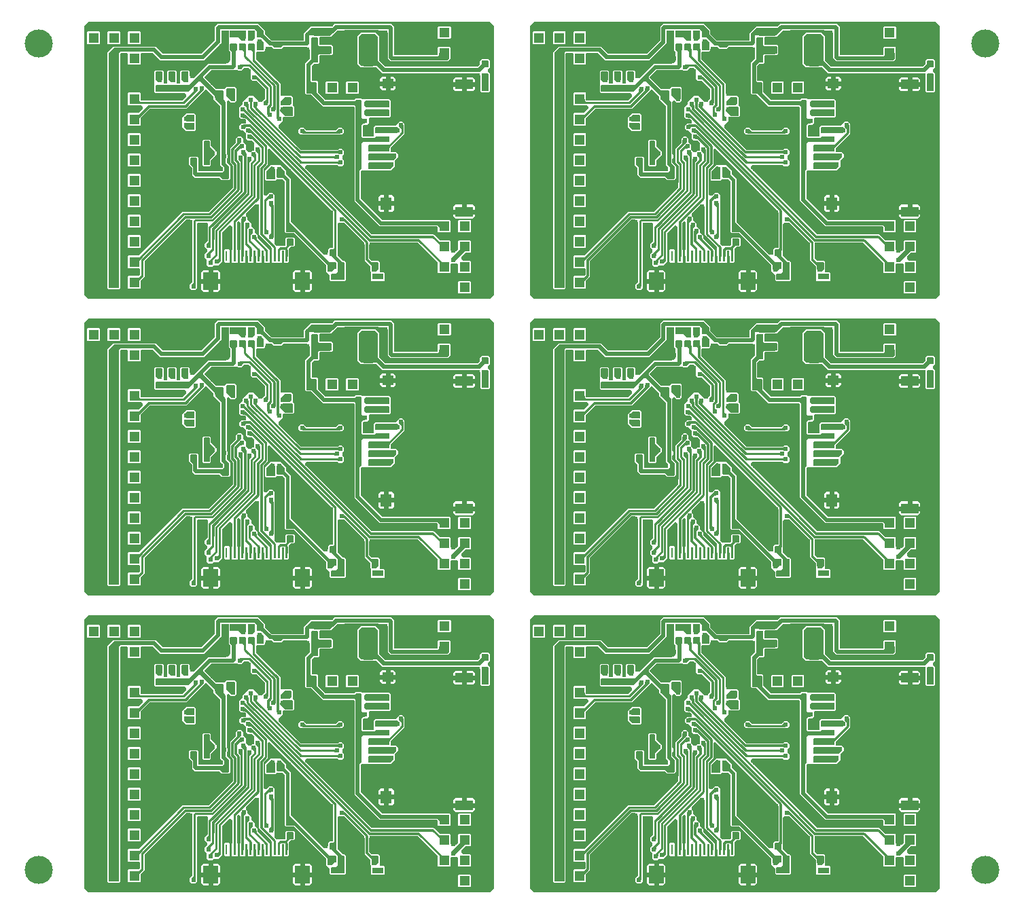
<source format=gbl>
%FSLAX25Y25*%
%MOIN*%
G70*
G01*
G75*
G04 Layer_Physical_Order=2*
G04 Layer_Color=16711680*
%ADD10C,0.04000*%
%ADD11C,0.04000*%
%ADD12R,0.04000X0.02800*%
%ADD13R,0.05400X0.04000*%
%ADD14C,0.02800*%
%ADD15O,0.01181X0.06496*%
%ADD16O,0.06496X0.01181*%
%ADD17R,0.09000X0.07000*%
%ADD18R,0.10000X0.03600*%
%ADD19R,0.05200X0.06000*%
%ADD20R,0.06000X0.09600*%
%ADD21R,0.03400X0.02800*%
%ADD22R,0.07000X0.04000*%
%ADD23R,0.01575X0.06400*%
%ADD24R,0.05512X0.03150*%
%ADD25C,0.01000*%
%ADD26C,0.02400*%
%ADD27C,0.02000*%
%ADD28C,0.01400*%
%ADD29C,0.01200*%
%ADD30C,0.01600*%
%ADD31C,0.00600*%
%ADD32C,0.13780*%
%ADD33R,0.05000X0.05000*%
%ADD34R,0.05000X0.05000*%
%ADD35C,0.03000*%
%ADD36O,0.04000X0.05000*%
%ADD37O,0.04000X0.07000*%
%ADD38C,0.02756*%
%ADD39C,0.02400*%
G04:AMPARAMS|DCode=40|XSize=157.48mil|YSize=94.49mil|CornerRadius=23.62mil|HoleSize=0mil|Usage=FLASHONLY|Rotation=270.000|XOffset=0mil|YOffset=0mil|HoleType=Round|Shape=RoundedRectangle|*
%AMROUNDEDRECTD40*
21,1,0.15748,0.04724,0,0,270.0*
21,1,0.11024,0.09449,0,0,270.0*
1,1,0.04724,-0.02362,-0.05512*
1,1,0.04724,-0.02362,0.05512*
1,1,0.04724,0.02362,0.05512*
1,1,0.04724,0.02362,-0.05512*
%
%ADD40ROUNDEDRECTD40*%
G04:AMPARAMS|DCode=41|XSize=37.4mil|YSize=94.49mil|CornerRadius=9.35mil|HoleSize=0mil|Usage=FLASHONLY|Rotation=270.000|XOffset=0mil|YOffset=0mil|HoleType=Round|Shape=RoundedRectangle|*
%AMROUNDEDRECTD41*
21,1,0.03740,0.07579,0,0,270.0*
21,1,0.01870,0.09449,0,0,270.0*
1,1,0.01870,-0.03789,-0.00935*
1,1,0.01870,-0.03789,0.00935*
1,1,0.01870,0.03789,0.00935*
1,1,0.01870,0.03789,-0.00935*
%
%ADD41ROUNDEDRECTD41*%
%ADD42R,0.01000X0.05000*%
%ADD43R,0.07200X0.08600*%
%ADD44R,0.02800X0.03400*%
%ADD45R,0.04400X0.03600*%
%ADD46R,0.03600X0.04400*%
%ADD47R,0.05600X0.04800*%
%ADD48R,0.06200X0.02800*%
%ADD49R,0.08600X0.04800*%
%ADD50R,0.05600X0.06200*%
G36*
X237311Y136866D02*
Y4866D01*
X235311Y2866D01*
X38311D01*
X36311Y4866D01*
Y136866D01*
X38311Y138866D01*
X235311D01*
X237311Y136866D01*
D02*
G37*
%LPC*%
G36*
X160611Y109466D02*
X155011D01*
X154711Y109166D01*
Y103566D01*
X155011Y103266D01*
X160611D01*
X160911Y103566D01*
Y109166D01*
X160611Y109466D01*
D02*
G37*
G36*
X97811Y80866D02*
X95011D01*
X94411Y80266D01*
Y68266D01*
X95011Y67666D01*
X97811D01*
X98411Y68266D01*
Y70666D01*
X101111Y73366D01*
Y74966D01*
X98411Y77666D01*
Y80266D01*
X97811Y80866D01*
D02*
G37*
G36*
X63611Y43966D02*
X58011D01*
X57711Y43666D01*
Y38066D01*
X58011Y37766D01*
X63611D01*
X63911Y38066D01*
Y43666D01*
X63611Y43966D01*
D02*
G37*
G36*
X226811Y48966D02*
X218411D01*
X217311Y47866D01*
Y43266D01*
X218411Y42166D01*
X226811D01*
X227911Y43266D01*
Y47866D01*
X226811Y48966D01*
D02*
G37*
G36*
X179311Y133366D02*
X171911D01*
X170211Y131666D01*
Y118066D01*
X171911Y116366D01*
X179711D01*
X182611Y113466D01*
X229311D01*
Y112266D01*
X230511D01*
Y104666D01*
X231111Y104066D01*
X234511D01*
X235111Y104666D01*
Y113266D01*
X234111Y114266D01*
Y115266D01*
X235211Y116366D01*
Y119566D01*
X234511Y120266D01*
X231111D01*
X230411Y119566D01*
Y117866D01*
X229211Y116666D01*
X184011D01*
X181011Y119666D01*
Y131666D01*
X179311Y133366D01*
D02*
G37*
G36*
X170611Y109466D02*
X165011D01*
X164711Y109166D01*
Y103566D01*
X165011Y103266D01*
X170611D01*
X170911Y103566D01*
Y109166D01*
X170611Y109466D01*
D02*
G37*
G36*
X63611Y73966D02*
X58011D01*
X57711Y73666D01*
Y68066D01*
X58011Y67766D01*
X63611D01*
X63911Y68066D01*
Y73666D01*
X63611Y73966D01*
D02*
G37*
G36*
Y83966D02*
X58011D01*
X57711Y83666D01*
Y78066D01*
X58011Y77766D01*
X63611D01*
X63911Y78066D01*
Y83666D01*
X63611Y83966D01*
D02*
G37*
G36*
X162711Y86866D02*
X161111D01*
X159711Y85466D01*
X145411D01*
X144011Y86866D01*
X142411D01*
X141411Y85866D01*
Y84266D01*
X142411Y83266D01*
X162711D01*
X163711Y84266D01*
Y85866D01*
X162711Y86866D01*
D02*
G37*
G36*
X90411Y93766D02*
X86311D01*
X84311Y91766D01*
Y87166D01*
X86311Y85166D01*
X90411D01*
X91011Y85766D01*
Y93166D01*
X90411Y93766D01*
D02*
G37*
G36*
X107211Y26966D02*
X105211D01*
X104911Y26666D01*
Y21066D01*
X105511Y20466D01*
X107211D01*
X107511Y20766D01*
Y26666D01*
X107211Y26966D01*
D02*
G37*
G36*
X225911Y41466D02*
X220011D01*
X219711Y41166D01*
Y35566D01*
X220011Y35266D01*
X225611D01*
X225911Y35566D01*
Y41466D01*
D02*
G37*
G36*
X63611Y33966D02*
X58011D01*
X57711Y33666D01*
Y28066D01*
X58011Y27766D01*
X63611D01*
X63911Y28066D01*
Y33666D01*
X63611Y33966D01*
D02*
G37*
G36*
X226811Y111566D02*
X218411D01*
X217311Y110466D01*
Y106366D01*
Y105866D01*
X218411Y104766D01*
X226811D01*
X227911Y105866D01*
Y110466D01*
X226811Y111566D01*
D02*
G37*
G36*
X63611Y133966D02*
X58011D01*
X57711Y133666D01*
Y128066D01*
X58011Y127766D01*
X63611D01*
X63911Y128066D01*
Y133666D01*
X63611Y133966D01*
D02*
G37*
G36*
X53611D02*
X48011D01*
X47711Y133666D01*
Y128066D01*
X48011Y127766D01*
X53611D01*
X53911Y128066D01*
Y133666D01*
X53611Y133966D01*
D02*
G37*
G36*
X43611D02*
X38011D01*
X37711Y133666D01*
Y128066D01*
X38011Y127766D01*
X43611D01*
X43911Y128066D01*
Y133666D01*
X43611Y133966D01*
D02*
G37*
G36*
X101911Y16766D02*
X94811D01*
X93711Y15666D01*
Y7266D01*
X94811Y6166D01*
X101811D01*
X102911Y7266D01*
Y8666D01*
Y15766D01*
X101911Y16766D01*
D02*
G37*
G36*
X186811Y137766D02*
X159111D01*
X158061Y136716D01*
X157211Y137566D01*
Y136366D01*
X147311D01*
X144011Y133066D01*
Y129866D01*
X143711Y129566D01*
X128211D01*
X124911Y132866D01*
Y134566D01*
X121711Y137766D01*
X101811D01*
X100311Y136266D01*
Y129666D01*
X93611Y122966D01*
X74911D01*
X71311Y126566D01*
X50611D01*
X47711Y123666D01*
Y8066D01*
X48311Y7466D01*
X53311D01*
X53911Y8066D01*
Y123066D01*
X54211Y123366D01*
X57411D01*
X57711Y123066D01*
Y118066D01*
X58011Y117766D01*
X63611D01*
X63911Y118066D01*
Y123066D01*
X64211Y123366D01*
X69911D01*
X73511Y119766D01*
X95011D01*
X103511Y128266D01*
Y134266D01*
X103811Y134566D01*
X106811D01*
X107111Y134266D01*
Y124766D01*
X107911Y123966D01*
Y120666D01*
X106011D01*
Y118166D01*
X97111D01*
X90061Y111116D01*
X89211Y111966D01*
X88011D01*
Y114266D01*
X87411Y114866D01*
X84011D01*
X83411Y114266D01*
Y108766D01*
X83111Y108466D01*
X81911D01*
X81611Y108766D01*
Y114266D01*
X81011Y114866D01*
X77611D01*
X77011Y114266D01*
Y108766D01*
X76711Y108466D01*
X75511D01*
X75211Y108766D01*
Y114266D01*
X74611Y114866D01*
X71211D01*
X70611Y114266D01*
Y104466D01*
X71211Y103866D01*
X85511D01*
X86311Y103066D01*
Y101966D01*
X84511Y100166D01*
X64211D01*
X63911Y100466D01*
Y103666D01*
X63611Y103966D01*
X58011D01*
X57711Y103666D01*
Y98066D01*
X58011Y97766D01*
X64311D01*
X65011Y97066D01*
Y96066D01*
X62911Y93966D01*
X58011D01*
X57711Y93666D01*
Y88066D01*
X58011Y87766D01*
X63611D01*
X63911Y88066D01*
Y91466D01*
X68411Y95966D01*
X86411D01*
X95911Y105466D01*
X96411D01*
X99711Y102166D01*
Y100666D01*
X103011Y97366D01*
Y93766D01*
Y80866D01*
Y68366D01*
X104061Y67316D01*
X103211Y66466D01*
Y65266D01*
X92611D01*
X92311Y65566D01*
Y71966D01*
X91711Y72566D01*
X88311D01*
X87711Y71966D01*
Y68566D01*
X89111Y67166D01*
Y63566D01*
X90611Y62066D01*
X102611D01*
X103711Y60966D01*
X107111D01*
X108011Y61866D01*
Y67866D01*
X106211Y69666D01*
Y71466D01*
X106711Y71966D01*
Y73366D01*
X106211Y73866D01*
Y99466D01*
X106711Y99966D01*
X107311D01*
X108311Y98966D01*
X109911D01*
X110911Y99966D01*
Y106066D01*
X110311Y106666D01*
X105811D01*
X104911Y105766D01*
X100711D01*
X95211Y111266D01*
Y111666D01*
X98511Y114966D01*
X111511D01*
X111711Y114766D01*
X113311D01*
X114711Y116166D01*
X116811D01*
X117911Y115066D01*
Y110766D01*
X118911Y109766D01*
X120811D01*
X124911Y105666D01*
Y101066D01*
X123461Y99616D01*
X122611Y100466D01*
X121761Y99616D01*
X119111Y102266D01*
X116911D01*
X113911Y99266D01*
Y98366D01*
X112111Y96566D01*
Y91966D01*
X113111Y90966D01*
X115111D01*
X115711Y90366D01*
Y89166D01*
X115411Y88866D01*
X113311D01*
X112311Y87866D01*
Y86266D01*
X113311Y85266D01*
X114211D01*
X115611Y83866D01*
Y81566D01*
X116611Y80566D01*
X118411D01*
X119611Y79366D01*
Y75866D01*
X119311Y75566D01*
X118511D01*
X117811Y74866D01*
X116811D01*
X115511Y76166D01*
Y78466D01*
X114211Y79766D01*
Y81466D01*
X113211Y82466D01*
X111611D01*
X110611Y81466D01*
Y79466D01*
X107711Y76566D01*
Y69566D01*
X109111Y68166D01*
Y57466D01*
X97111Y45466D01*
X84511D01*
X72711Y33666D01*
X63011Y23966D01*
X58011D01*
X57711Y23666D01*
Y18066D01*
X58011Y17766D01*
X63311D01*
X63611Y17466D01*
Y14566D01*
X63011Y13966D01*
X58011D01*
X57711Y13666D01*
Y8066D01*
X58011Y7766D01*
X63611D01*
X63911Y8066D01*
Y11666D01*
X65811Y13566D01*
Y21266D01*
X86211Y41666D01*
X88211D01*
Y40466D01*
X89411D01*
Y11066D01*
X88011Y9666D01*
Y8066D01*
X89011Y7066D01*
X90611D01*
X91611Y8066D01*
Y39766D01*
X91911Y40066D01*
X96511D01*
X96811Y39766D01*
Y31166D01*
X95411Y29766D01*
Y28066D01*
X96511Y26966D01*
Y25866D01*
X95411Y24766D01*
Y23066D01*
X96311Y22166D01*
Y19466D01*
X97311Y18466D01*
X98911D01*
X99611Y19166D01*
X101911D01*
X103811Y21066D01*
Y35166D01*
X107311Y38666D01*
X108211D01*
X108811Y38066D01*
Y26966D01*
X108511Y26666D01*
Y20766D01*
X108811Y20466D01*
X111151D01*
X111451Y20766D01*
Y26626D01*
X111111Y26966D01*
Y40166D01*
X111611Y40666D01*
X112311D01*
X112811Y40166D01*
Y26966D01*
X112451Y26606D01*
Y20766D01*
X112751Y20466D01*
X115086D01*
X115386Y20766D01*
Y26366D01*
X116386D01*
Y20766D01*
X116686Y20466D01*
X119031D01*
X119331Y20766D01*
Y26366D01*
X120331D01*
Y20766D01*
X120631Y20466D01*
X122971D01*
X123271Y20766D01*
Y26366D01*
X124271D01*
Y20766D01*
X124571Y20466D01*
X126921D01*
X127201Y20746D01*
Y26676D01*
X121411Y32466D01*
Y33766D01*
X119811Y35366D01*
Y36766D01*
X118111Y38466D01*
Y39766D01*
X116411Y41466D01*
Y42766D01*
X115711Y43466D01*
Y44766D01*
X119961Y49016D01*
X120811Y48166D01*
X122011D01*
Y34091D01*
X128201Y27901D01*
Y20766D01*
X128501Y20466D01*
X132811D01*
X133111Y20766D01*
Y26366D01*
X134111D01*
Y20766D01*
X134411Y20466D01*
X136111D01*
X136711Y21066D01*
Y27366D01*
X137611Y28266D01*
X139011D01*
X139611Y28866D01*
Y32266D01*
X139011Y32866D01*
X135611D01*
X135011Y32266D01*
Y29166D01*
X134511Y28666D01*
X130711D01*
X129633Y29744D01*
Y53769D01*
X128633Y54769D01*
X127033D01*
X125631Y53366D01*
X124811D01*
X124211Y53966D01*
Y66466D01*
X126411Y68666D01*
Y75966D01*
X126811Y76366D01*
X127411D01*
X157961Y45816D01*
X157111Y44966D01*
X158311D01*
Y27966D01*
X158111Y27766D01*
X156511D01*
X155911Y27166D01*
Y25266D01*
X154711D01*
X153861Y24416D01*
X137711Y40566D01*
Y61566D01*
X135311Y63966D01*
Y65566D01*
X132611Y68266D01*
X127611D01*
X124911Y65566D01*
Y61366D01*
X125511Y60766D01*
X129911D01*
X130611Y61466D01*
X133611D01*
X134711Y60366D01*
Y35566D01*
X135311Y34966D01*
X139111D01*
X154911Y19166D01*
Y16166D01*
X156611Y14466D01*
Y11966D01*
X157211Y11366D01*
X163911D01*
X164511Y11966D01*
Y20766D01*
X163911Y21366D01*
X163211D01*
X160511Y24066D01*
Y39566D01*
X161011Y40066D01*
X163711D01*
X173461Y30316D01*
X172611Y29466D01*
X173811D01*
Y21566D01*
X176611Y18766D01*
Y16266D01*
X176911Y15966D01*
Y11666D01*
X177211Y11366D01*
X183311D01*
X183711Y11766D01*
Y15366D01*
X183311Y15766D01*
X181511D01*
X181211Y16066D01*
Y20766D01*
X180711Y21266D01*
X177311D01*
X176011Y22566D01*
Y29266D01*
X177211D01*
Y30466D01*
X199811D01*
X209711Y20566D01*
Y15566D01*
X210011Y15266D01*
X215611D01*
X215911Y15566D01*
Y19766D01*
X216211Y20066D01*
X219411D01*
X219711Y19766D01*
Y15566D01*
X220011Y15266D01*
X225611D01*
X225911Y15566D01*
Y15966D01*
Y21166D01*
X225611Y21466D01*
X222211D01*
X221411Y22266D01*
Y23566D01*
X223111Y25266D01*
X225611D01*
X225911Y25566D01*
Y31166D01*
X225611Y31466D01*
X220011D01*
X219711Y31166D01*
Y27066D01*
X218611Y25966D01*
X216711D01*
X215911Y26766D01*
Y31166D01*
X215611Y31466D01*
X210611D01*
X207811Y34266D01*
X177311D01*
X144711Y66866D01*
Y67866D01*
X145411Y68566D01*
X160411D01*
X161111Y67866D01*
X162711D01*
X163711Y68866D01*
Y70466D01*
X162811Y71366D01*
Y72966D01*
X163711Y73866D01*
Y75466D01*
X162711Y76466D01*
X161111D01*
X160511Y75866D01*
X142611D01*
X131611Y86866D01*
Y88166D01*
X133611Y90166D01*
Y91666D01*
X133911Y91966D01*
X138711D01*
X139311Y92566D01*
Y96966D01*
X138611Y97666D01*
Y101766D01*
X138011Y102366D01*
X134411D01*
X133511Y103266D01*
X132511D01*
Y108266D01*
X120511Y120266D01*
Y123866D01*
X120811Y124166D01*
X124311D01*
X124911Y124766D01*
Y125466D01*
X126111D01*
Y126366D01*
X128311D01*
X129111Y125566D01*
X133111D01*
X133911Y126366D01*
X145711D01*
Y125166D01*
X146911D01*
Y120666D01*
X144711Y118466D01*
Y103566D01*
X145311Y102966D01*
X147511D01*
X153311Y97166D01*
X168511D01*
X168811Y96866D01*
Y50766D01*
X181311Y38266D01*
X209411D01*
X209711Y37966D01*
Y35566D01*
X210011Y35266D01*
X215711D01*
X215911Y35466D01*
Y41166D01*
X215611Y41466D01*
X182711D01*
X172011Y52166D01*
Y65366D01*
X172511Y65866D01*
X186711D01*
X188611Y67766D01*
Y70566D01*
X190311Y72266D01*
Y73666D01*
X189211Y74766D01*
X186811D01*
X186511Y75066D01*
Y76766D01*
X193411Y83666D01*
Y88766D01*
X192411Y89766D01*
X190811D01*
X188811Y87766D01*
X179211D01*
X178411Y86966D01*
Y82766D01*
X178111Y82466D01*
X173111D01*
X172811Y82766D01*
Y87866D01*
X173111Y88166D01*
X174811D01*
X175811Y89166D01*
Y91466D01*
X176111Y91766D01*
X185911D01*
X186511Y92366D01*
Y100166D01*
X185911Y100766D01*
X172611D01*
X172311Y101066D01*
X169411D01*
X168711Y100366D01*
X154711D01*
X150911Y104166D01*
Y109266D01*
X150411Y109766D01*
X148211D01*
X147911Y110066D01*
Y117066D01*
X148911Y118066D01*
X150911D01*
X151511Y118666D01*
Y122066D01*
X151811Y122366D01*
X157611D01*
X158211Y122966D01*
Y126766D01*
X157611Y127366D01*
X151811D01*
X151511Y127666D01*
Y131066D01*
X151811Y131366D01*
X157311D01*
X160511Y134566D01*
X183911D01*
Y133366D01*
X185111D01*
Y120766D01*
X186611Y119266D01*
X214611D01*
X215911Y120566D01*
Y126166D01*
X215611Y126466D01*
X210011D01*
X209711Y126166D01*
Y122766D01*
X209411Y122466D01*
X188611D01*
X188311Y122766D01*
Y136266D01*
X186811Y137766D01*
D02*
G37*
G36*
X215611Y136466D02*
X210011D01*
X209711Y136166D01*
Y130566D01*
X210011Y130266D01*
X215611D01*
X216111Y130766D01*
Y135966D01*
X215611Y136466D01*
D02*
G37*
G36*
X225611Y11466D02*
X220011D01*
X219711Y11166D01*
Y5566D01*
X220011Y5266D01*
X225611D01*
X225911Y5566D01*
X225911Y11166D01*
X225611Y11466D01*
D02*
G37*
G36*
X63611Y63966D02*
X58011D01*
X57711Y63666D01*
Y58066D01*
X58011Y57766D01*
X63611D01*
X63911Y58066D01*
Y63666D01*
X63611Y63966D01*
D02*
G37*
G36*
X225911Y15566D02*
D01*
X225911Y11166D01*
X225911Y11166D01*
Y15566D01*
D02*
G37*
G36*
X187111Y53666D02*
X181711D01*
X180611Y52566D01*
Y46566D01*
X181711Y45466D01*
X187111D01*
X188211Y46566D01*
Y52566D01*
X187111Y53666D01*
D02*
G37*
G36*
X187911Y111766D02*
X182511D01*
X181411Y110666D01*
Y106066D01*
X182511Y104966D01*
X187911D01*
X189011Y106066D01*
Y106366D01*
Y110666D01*
X187911Y111766D01*
D02*
G37*
G36*
X146811Y16766D02*
X139811D01*
X138711Y15666D01*
Y8666D01*
Y7266D01*
X139811Y6166D01*
X146811D01*
X147911Y7266D01*
Y11366D01*
Y15666D01*
X146811Y16766D01*
D02*
G37*
G36*
X63611Y53966D02*
X58011D01*
X57711Y53666D01*
Y48066D01*
X58011Y47766D01*
X63611D01*
X63911Y48066D01*
Y53666D01*
X63611Y53966D01*
D02*
G37*
%LPD*%
G36*
X118261Y70616D02*
X117211Y69566D01*
Y54066D01*
X100011Y36866D01*
Y26666D01*
X98411Y25066D01*
Y23866D01*
X97211D01*
X96361Y24716D01*
X99011Y27366D01*
Y37266D01*
X116211Y54466D01*
Y71466D01*
X117411D01*
X118261Y70616D01*
D02*
G37*
G36*
X115211Y95466D02*
X177011Y33666D01*
X207511D01*
X212811Y28366D01*
X212111Y27666D01*
X207111Y32666D01*
X176611D01*
X114611Y94666D01*
X114011D01*
Y95866D01*
X115211D01*
Y95466D01*
D02*
G37*
G36*
X150911Y130766D02*
Y127366D01*
X151511Y126766D01*
X157311D01*
X157611Y126466D01*
Y123266D01*
X157311Y122966D01*
X151511D01*
X150911Y122366D01*
Y118966D01*
X150611Y118666D01*
X148611D01*
X147311Y117366D01*
Y109766D01*
X147911Y109166D01*
X150011D01*
X150311Y108866D01*
Y103866D01*
X154411Y99766D01*
X169011D01*
X169711Y100466D01*
X171911D01*
X172211Y100166D01*
Y91766D01*
X172811Y91166D01*
X174011D01*
Y88766D01*
X172811D01*
X172211Y88166D01*
Y82466D01*
X172811Y81866D01*
X178611D01*
X179311Y82566D01*
X185526D01*
X185811Y82281D01*
Y80066D01*
X185511Y79766D01*
X179311Y79766D01*
X172811D01*
X172211Y79166D01*
Y66466D01*
X171411Y65666D01*
Y51866D01*
X182411Y40866D01*
X212811D01*
Y37866D01*
X210711D01*
X209711Y38866D01*
X181611D01*
X169411Y51066D01*
Y97166D01*
X168811Y97766D01*
X153611D01*
X147811Y103566D01*
X145611D01*
X145311Y103866D01*
Y118166D01*
X147511Y120366D01*
Y130766D01*
X147811Y131066D01*
X150611D01*
X150911Y130766D01*
D02*
G37*
G36*
X127833Y52969D02*
Y51769D01*
X126433D01*
X125633Y50968D01*
Y37168D01*
X126583Y36219D01*
X125733Y35368D01*
X124533D01*
Y51369D01*
X126983Y53819D01*
X127833Y52969D01*
D02*
G37*
G36*
X115611Y54766D02*
X98411Y37566D01*
Y28866D01*
X97211D01*
X96361Y29716D01*
X97411Y30766D01*
Y37966D01*
X114611Y55166D01*
Y72766D01*
X113561Y73816D01*
X114411Y74666D01*
X115611D01*
Y54766D01*
D02*
G37*
G36*
X129033Y33169D02*
X127833D01*
X126983Y34018D01*
X128033Y35069D01*
Y47769D01*
X126983Y48818D01*
X127833Y49668D01*
X129033D01*
Y33169D01*
D02*
G37*
G36*
X139011Y31966D02*
Y29166D01*
X138711Y28866D01*
X137311D01*
X136081Y27636D01*
Y21366D01*
X135781Y21066D01*
X135371D01*
X135071Y21366D01*
Y26606D01*
X134711Y26966D01*
X132511D01*
X132141Y26596D01*
Y21366D01*
X131841Y21066D01*
X131431D01*
X131131Y21366D01*
Y27086D01*
X132111Y28066D01*
X134811D01*
X135611Y28866D01*
Y31966D01*
X135911Y32266D01*
X138711D01*
X139011Y31966D01*
D02*
G37*
G36*
X176311Y32066D02*
X200511D01*
X213511Y19066D01*
X212811Y18366D01*
X200111Y31066D01*
X175911D01*
X115411Y91566D01*
X113911D01*
Y92766D01*
X114761Y93616D01*
X176311Y32066D01*
D02*
G37*
G36*
X175411Y30666D02*
Y22266D01*
X177011Y20666D01*
X180411D01*
X180611Y20466D01*
Y17466D01*
X179261Y16116D01*
X178511Y16866D01*
Y16966D01*
X177211D01*
Y19066D01*
X174411Y21866D01*
Y30266D01*
X164011Y40666D01*
X162511D01*
Y41866D01*
X163361Y42716D01*
X175411Y30666D01*
D02*
G37*
G36*
X113261Y79816D02*
X109311Y75866D01*
Y70266D01*
X110711Y68866D01*
Y56766D01*
X97811Y43866D01*
X85211D01*
X61511Y20166D01*
X60811Y20866D01*
X84811Y44866D01*
X97411D01*
X109711Y57166D01*
Y68466D01*
X108311Y69866D01*
Y76266D01*
X111211Y79166D01*
Y80666D01*
X112411D01*
X113261Y79816D01*
D02*
G37*
G36*
X122611Y70366D02*
X120411Y68166D01*
Y52666D01*
X103211Y35466D01*
Y21366D01*
X101961Y20116D01*
X101111Y20966D01*
Y22166D01*
X101611D01*
X102211Y22766D01*
Y35866D01*
X119411Y53066D01*
Y68566D01*
X121611Y70766D01*
Y74166D01*
X120561Y75216D01*
X121411Y76066D01*
X122611D01*
Y70366D01*
D02*
G37*
G36*
X113711Y77666D02*
Y76466D01*
X112211D01*
X111011Y75266D01*
Y70966D01*
X112311Y69666D01*
Y56066D01*
X98511Y42266D01*
X85911D01*
X65211Y21566D01*
Y13866D01*
X61511Y10166D01*
X60811Y10866D01*
X64211Y14266D01*
Y21966D01*
X85511Y43266D01*
X98111D01*
X111311Y56466D01*
Y69266D01*
X110011Y70566D01*
Y75666D01*
X112861Y78516D01*
X113711Y77666D01*
D02*
G37*
G36*
X114011Y55466D02*
X99211Y40666D01*
X91011D01*
Y8866D01*
X89811D01*
X88961Y9716D01*
X90011Y10766D01*
Y41080D01*
X90597Y41666D01*
X98811D01*
X113011Y55866D01*
Y70066D01*
X111961Y71116D01*
X112811Y71966D01*
X114011D01*
Y55466D01*
D02*
G37*
G36*
X134711Y65266D02*
Y63666D01*
X137011Y61366D01*
Y40366D01*
X156611Y20766D01*
X159611D01*
X159911Y20466D01*
Y17666D01*
X159611Y17366D01*
X158811D01*
X157561Y16116D01*
X156711Y16966D01*
X155511D01*
Y19466D01*
X139411Y35566D01*
X135611D01*
X135311Y35866D01*
Y60666D01*
X133911Y62066D01*
X131211Y62066D01*
X130611Y62666D01*
Y66466D01*
X131811D01*
X132661Y67316D01*
X134711Y65266D01*
D02*
G37*
G36*
X159911Y46166D02*
Y23766D01*
X162911Y20766D01*
X163611D01*
X163911Y20466D01*
Y12266D01*
X163611Y11966D01*
X157511D01*
X157211Y12266D01*
Y14866D01*
X157511Y15166D01*
X159511D01*
X160511Y16166D01*
Y20766D01*
X157511Y23766D01*
X156811D01*
X156511Y24066D01*
Y26866D01*
X156811Y27166D01*
X158411D01*
X158911Y27666D01*
Y45766D01*
X157411Y47266D01*
X158111Y47966D01*
X159911Y46166D01*
D02*
G37*
G36*
X118861Y35116D02*
X117811Y34066D01*
Y31366D01*
X122301Y26876D01*
Y21366D01*
X122001Y21066D01*
X121591D01*
X121291Y21366D01*
Y26486D01*
X116811Y30966D01*
Y35966D01*
X118011D01*
X118861Y35116D01*
D02*
G37*
G36*
X117161Y38116D02*
X116111Y37066D01*
Y29866D01*
X118361Y27616D01*
Y21366D01*
X118061Y21066D01*
X117661D01*
X117361Y21366D01*
Y27216D01*
X115111Y29466D01*
Y38966D01*
X116311D01*
X117161Y38116D01*
D02*
G37*
G36*
X125811Y77966D02*
Y68966D01*
X123611Y66766D01*
Y34791D01*
X130171Y28231D01*
Y21366D01*
X129871Y21066D01*
X129471D01*
X129171Y21366D01*
Y27781D01*
X122611Y34341D01*
Y67166D01*
X124811Y69366D01*
Y77566D01*
X118211Y84166D01*
X116711D01*
Y85366D01*
X117561Y86216D01*
X125811Y77966D01*
D02*
G37*
G36*
X120811Y32166D02*
X126231Y26746D01*
Y21366D01*
X125931Y21066D01*
X125531D01*
X125231Y21366D01*
Y26346D01*
X119111Y32466D01*
X119611Y32966D01*
X120811D01*
Y32166D01*
D02*
G37*
G36*
X224061Y27116D02*
X217961Y21016D01*
X216261Y22716D01*
X222361Y28816D01*
X224061Y27116D01*
D02*
G37*
G36*
X120611Y70666D02*
X118811Y68866D01*
Y53366D01*
X101611Y36166D01*
Y24066D01*
X99311Y21766D01*
Y20266D01*
X98111D01*
X97261Y21116D01*
X100611Y24466D01*
Y36566D01*
X117811Y53766D01*
Y69266D01*
X119511Y70966D01*
Y71966D01*
X118561Y72916D01*
X119411Y73766D01*
X120611D01*
Y70666D01*
D02*
G37*
G36*
X115461Y41116D02*
X114421Y40076D01*
Y21366D01*
X114121Y21066D01*
X113721D01*
X113421Y21366D01*
Y41966D01*
X114611D01*
X115461Y41116D01*
D02*
G37*
G36*
X124211Y77266D02*
Y69666D01*
X122011Y67466D01*
Y51966D01*
X110491Y40446D01*
Y21366D01*
X110191Y21066D01*
X109781D01*
X109481Y21366D01*
Y40836D01*
X121011Y52366D01*
Y67866D01*
X123211Y70066D01*
Y76866D01*
X118911Y81166D01*
X117411D01*
Y82366D01*
X118261Y83216D01*
X124211Y77266D01*
D02*
G37*
G36*
X126511Y106466D02*
Y98866D01*
X125311D01*
X124461Y99716D01*
X125511Y100766D01*
Y105966D01*
X121011Y110466D01*
X119811D01*
Y111666D01*
X120561Y112416D01*
X126511Y106466D01*
D02*
G37*
G36*
X138011Y101466D02*
Y98666D01*
X137011Y97666D01*
X133611D01*
Y98866D01*
X132761Y99716D01*
X134811Y101766D01*
X137711D01*
X138011Y101466D01*
D02*
G37*
G36*
X110311Y105766D02*
Y100766D01*
X109111D01*
X108261Y99916D01*
X105811Y102366D01*
Y105766D01*
X106111Y106066D01*
X110011D01*
X110311Y105766D01*
D02*
G37*
G36*
X91861Y104916D02*
X85311Y98366D01*
X60811D01*
Y100866D01*
X63311D01*
Y100166D01*
X63911Y99566D01*
X84811D01*
X89811Y104566D01*
Y105766D01*
X91011D01*
X91861Y104916D01*
D02*
G37*
G36*
X128111Y107166D02*
Y97666D01*
X127011Y96566D01*
Y94866D01*
X128061Y93816D01*
X127211Y92966D01*
X126011D01*
Y96966D01*
X127111Y98066D01*
Y106766D01*
X117111Y116766D01*
X114411D01*
X113361Y115716D01*
X112511Y116566D01*
Y117766D01*
X117511D01*
X128111Y107166D01*
D02*
G37*
G36*
X138711Y96666D02*
Y92866D01*
X138411Y92566D01*
X134811D01*
X132411Y94966D01*
Y95766D01*
X133611D01*
Y96966D01*
X138411D01*
X138711Y96666D01*
D02*
G37*
G36*
X185911Y99866D02*
Y97066D01*
X185611Y96766D01*
X174611D01*
X173761Y97616D01*
X174611Y98466D01*
X173761Y99316D01*
X174611Y100166D01*
X185611D01*
X185911Y99866D01*
D02*
G37*
G36*
X115511Y127866D02*
Y122066D01*
X130011Y107566D01*
Y95666D01*
X128811D01*
X127961Y96516D01*
X129011Y97566D01*
Y107166D01*
X114511Y121666D01*
Y124166D01*
X113911Y124766D01*
X112411D01*
X112111Y125066D01*
Y127866D01*
X112411Y128166D01*
X115211D01*
X115511Y127866D01*
D02*
G37*
G36*
X234511Y112966D02*
Y104966D01*
X234211Y104666D01*
X231411D01*
X231111Y104966D01*
Y112966D01*
X231411Y113266D01*
X234211D01*
X234511Y112966D01*
D02*
G37*
G36*
X187711Y135995D02*
Y121866D01*
X209711D01*
X210311Y122466D01*
Y123266D01*
X215311D01*
Y120866D01*
X214311Y119866D01*
X186883D01*
X185711Y121038D01*
Y135166D01*
X160211D01*
X157011Y131966D01*
X146611D01*
Y128138D01*
X145440Y126966D01*
X133611D01*
X132811Y126166D01*
X129411D01*
X128611Y126966D01*
X127111D01*
X122911Y131166D01*
X121211D01*
X120911Y131466D01*
Y134166D01*
X119911Y135166D01*
X102911D01*
Y128538D01*
X94740Y120366D01*
X73783D01*
X70183Y123966D01*
X53911D01*
X53311Y123366D01*
Y8366D01*
X53011Y8066D01*
X48611D01*
X48311Y8366D01*
Y123366D01*
X50911Y125966D01*
X71011D01*
X74611Y122366D01*
X93911D01*
X100911Y129366D01*
Y135995D01*
X102083Y137166D01*
X121411D01*
X124311Y134266D01*
Y132566D01*
X127911Y128966D01*
X144611D01*
Y132795D01*
X147583Y135766D01*
X157983D01*
X159383Y137166D01*
X186539D01*
X187711Y135995D01*
D02*
G37*
G36*
X124311Y128566D02*
Y125066D01*
X124011Y124766D01*
X121211D01*
X120911Y125066D01*
Y129066D01*
X122111D01*
X122961Y129916D01*
X124311Y128566D01*
D02*
G37*
G36*
X119911Y134266D02*
Y130816D01*
X118511Y129416D01*
X117661Y130266D01*
X116511D01*
Y134266D01*
X116811Y134566D01*
X119611D01*
X119911Y134266D01*
D02*
G37*
G36*
X115511D02*
Y130266D01*
X114311D01*
X113461Y129416D01*
X111711Y131166D01*
X108011D01*
X107711Y131466D01*
Y134266D01*
X108011Y134566D01*
X115211D01*
X115511Y134266D01*
D02*
G37*
G36*
X81011Y113966D02*
Y109966D01*
X79811D01*
X78961Y109116D01*
X77611Y110466D01*
Y113966D01*
X77911Y114266D01*
X80711D01*
X81011Y113966D01*
D02*
G37*
G36*
X74611D02*
Y109966D01*
X73411D01*
X72561Y109116D01*
X71211Y110466D01*
Y113966D01*
X71511Y114266D01*
X74311D01*
X74611Y113966D01*
D02*
G37*
G36*
X180411Y131366D02*
Y119366D01*
X183711Y116066D01*
X229511D01*
X231111Y117666D01*
Y119366D01*
X231411Y119666D01*
X234211D01*
X234511Y119366D01*
Y116566D01*
X234211Y116266D01*
X232511D01*
X230311Y114066D01*
X182911D01*
X180011Y116966D01*
X172211D01*
X170811Y118366D01*
Y131366D01*
X172211Y132766D01*
X179011D01*
X180411Y131366D01*
D02*
G37*
G36*
X87411Y113966D02*
Y109966D01*
X86211D01*
X85361Y109116D01*
X84011Y110466D01*
Y113966D01*
X84311Y114266D01*
X87111D01*
X87411Y113966D01*
D02*
G37*
G36*
X116911Y96066D02*
X142811Y70166D01*
X160711D01*
X161061Y70516D01*
X161911Y69666D01*
X161061Y68816D01*
X160711Y69166D01*
X142411D01*
X115811Y95766D01*
Y96666D01*
X114861Y97616D01*
X115711Y98466D01*
X116911D01*
Y96066D01*
D02*
G37*
G36*
X97811Y79966D02*
Y77366D01*
X100211Y74966D01*
X99411Y74166D01*
X99311D01*
X100161Y73316D01*
X97811Y70966D01*
Y68566D01*
X97511Y68266D01*
X95311D01*
X95011Y68566D01*
Y79966D01*
X95311Y80266D01*
X97511D01*
X97811Y79966D01*
D02*
G37*
G36*
X118861Y99616D02*
X118511Y99266D01*
Y96766D01*
X142511Y72766D01*
X158911D01*
X159261Y73116D01*
X160111Y72266D01*
X159261Y71416D01*
X158911Y71766D01*
X142111D01*
X117511Y96366D01*
Y99266D01*
X117161Y99616D01*
X118011Y100466D01*
X118861Y99616D01*
D02*
G37*
G36*
X188411Y72966D02*
X189261Y72116D01*
X187911Y70766D01*
X175811D01*
X175511Y71066D01*
Y73866D01*
X175811Y74166D01*
X188411D01*
Y72966D01*
D02*
G37*
G36*
X128711Y66466D02*
X129911D01*
Y61666D01*
X129611Y61366D01*
X125811D01*
X125511Y61666D01*
Y65266D01*
X127911Y67666D01*
X128711D01*
Y66466D01*
D02*
G37*
G36*
X148661Y57416D02*
X147961Y56716D01*
X117411Y87266D01*
X115911D01*
X114911Y86266D01*
X114111Y87066D01*
Y88266D01*
X117811D01*
X148661Y57416D01*
D02*
G37*
G36*
X186811Y68666D02*
X187661Y67816D01*
X186311Y66466D01*
X175811D01*
X175511Y66766D01*
Y69566D01*
X175811Y69866D01*
X186811D01*
Y68666D01*
D02*
G37*
G36*
X111111Y127866D02*
Y125066D01*
X110611Y124566D01*
Y116766D01*
X109411Y115566D01*
X98211D01*
X94611Y111966D01*
Y110966D01*
X100411Y105166D01*
X104311D01*
X104611Y104866D01*
Y100466D01*
X105611Y99466D01*
Y69366D01*
X107411Y67566D01*
Y62166D01*
X106811Y61566D01*
X104011D01*
X102911Y62666D01*
X90883D01*
X89711Y63838D01*
Y67466D01*
X88311Y68866D01*
Y71666D01*
X88611Y71966D01*
X91411D01*
X91711Y71666D01*
Y64666D01*
X104011D01*
X105011Y65666D01*
Y67266D01*
X103611Y68666D01*
Y97666D01*
X100661Y100616D01*
X101525Y101480D01*
X100311Y101466D01*
Y102466D01*
X93211Y109566D01*
X92211D01*
X87111Y104466D01*
X71511D01*
X71211Y104766D01*
Y107566D01*
X71511Y107866D01*
X87711D01*
X97411Y117566D01*
X108611D01*
Y124166D01*
X107711Y125066D01*
Y127866D01*
X108011Y128166D01*
X110811D01*
X111111Y127866D01*
D02*
G37*
G36*
X121161Y97616D02*
X120811Y97266D01*
Y96766D01*
X142311Y75266D01*
X160811D01*
X161061Y75516D01*
X161911Y74666D01*
X161061Y73816D01*
X160611Y74266D01*
X141911D01*
X119111Y97066D01*
Y98466D01*
X120311D01*
X121161Y97616D01*
D02*
G37*
G36*
X94861Y105316D02*
X86111Y96566D01*
X68111D01*
X61611Y90066D01*
X60811Y90866D01*
X67711Y97766D01*
X85611D01*
X92811Y104966D01*
Y106166D01*
X94011D01*
X94861Y105316D01*
D02*
G37*
G36*
X90411Y92866D02*
Y90066D01*
X90111Y89766D01*
X86111D01*
Y90966D01*
X85261Y91816D01*
X86611Y93166D01*
X90111D01*
X90411Y92866D01*
D02*
G37*
G36*
X185911Y95466D02*
Y92666D01*
X185611Y92366D01*
X174611D01*
X173761Y93216D01*
X174611Y94066D01*
X173761Y94916D01*
X174611Y95766D01*
X185611D01*
X185911Y95466D01*
D02*
G37*
G36*
X119911Y127866D02*
Y119966D01*
X131611Y108266D01*
Y92866D01*
X132661Y91816D01*
X131811Y90966D01*
X130611D01*
Y107866D01*
X118911Y119566D01*
Y124166D01*
X118311Y124766D01*
X116811D01*
X116511Y125066D01*
Y127866D01*
X116811Y128166D01*
X119611D01*
X119911Y127866D01*
D02*
G37*
G36*
X190861Y86116D02*
X190011Y85266D01*
Y84066D01*
X179311D01*
X179011Y84366D01*
Y86666D01*
X179311Y86966D01*
X190011D01*
X190861Y86116D01*
D02*
G37*
G36*
X192811Y83966D02*
X185911Y77066D01*
Y75366D01*
X185611Y75066D01*
X175811D01*
X175511Y75366D01*
Y78166D01*
X175811Y78466D01*
X185811D01*
X191811Y84466D01*
Y86066D01*
X190761Y87116D01*
X191611Y87966D01*
X192811D01*
Y83966D01*
D02*
G37*
G36*
X90411Y88866D02*
Y86066D01*
X90111Y85766D01*
X86611D01*
X85261Y87116D01*
X86111Y87966D01*
Y89166D01*
X90111D01*
X90411Y88866D01*
D02*
G37*
G36*
X161911Y85066D02*
Y83866D01*
X143211D01*
Y85066D01*
X144061Y85916D01*
X145111Y84866D01*
X160011D01*
X161061Y85916D01*
X161911Y85066D01*
D02*
G37*
G36*
X455815Y136866D02*
Y4866D01*
X453815Y2866D01*
X256815D01*
X254815Y4866D01*
Y136866D01*
X256815Y138866D01*
X453815D01*
X455815Y136866D01*
D02*
G37*
%LPC*%
G36*
X379115Y109466D02*
X373515D01*
X373215Y109166D01*
Y103566D01*
X373515Y103266D01*
X379115D01*
X379415Y103566D01*
Y109166D01*
X379115Y109466D01*
D02*
G37*
G36*
X316315Y80866D02*
X313515D01*
X312915Y80266D01*
Y68266D01*
X313515Y67666D01*
X316315D01*
X316915Y68266D01*
Y70666D01*
X319615Y73366D01*
Y74966D01*
X316915Y77666D01*
Y80266D01*
X316315Y80866D01*
D02*
G37*
G36*
X282115Y43966D02*
X276515D01*
X276215Y43666D01*
Y38066D01*
X276515Y37766D01*
X282115D01*
X282415Y38066D01*
Y43666D01*
X282115Y43966D01*
D02*
G37*
G36*
X445315Y48966D02*
X436915D01*
X435815Y47866D01*
Y43266D01*
X436915Y42166D01*
X445315D01*
X446415Y43266D01*
Y47866D01*
X445315Y48966D01*
D02*
G37*
G36*
X397815Y133366D02*
X390415D01*
X388715Y131666D01*
Y118066D01*
X390415Y116366D01*
X398215D01*
X401115Y113466D01*
X447815D01*
Y112266D01*
X449015D01*
Y104666D01*
X449615Y104066D01*
X453015D01*
X453615Y104666D01*
Y113266D01*
X452615Y114266D01*
Y115266D01*
X453715Y116366D01*
Y119566D01*
X453015Y120266D01*
X449615D01*
X448915Y119566D01*
Y117866D01*
X447715Y116666D01*
X402515D01*
X399515Y119666D01*
Y131666D01*
X397815Y133366D01*
D02*
G37*
G36*
X389115Y109466D02*
X383515D01*
X383215Y109166D01*
Y103566D01*
X383515Y103266D01*
X389115D01*
X389415Y103566D01*
Y109166D01*
X389115Y109466D01*
D02*
G37*
G36*
X282115Y73966D02*
X276515D01*
X276215Y73666D01*
Y68066D01*
X276515Y67766D01*
X282115D01*
X282415Y68066D01*
Y73666D01*
X282115Y73966D01*
D02*
G37*
G36*
Y83966D02*
X276515D01*
X276215Y83666D01*
Y78066D01*
X276515Y77766D01*
X282115D01*
X282415Y78066D01*
Y83666D01*
X282115Y83966D01*
D02*
G37*
G36*
X381215Y86866D02*
X379615D01*
X378215Y85466D01*
X363915D01*
X362515Y86866D01*
X360915D01*
X359915Y85866D01*
Y84266D01*
X360915Y83266D01*
X381215D01*
X382215Y84266D01*
Y85866D01*
X381215Y86866D01*
D02*
G37*
G36*
X308915Y93766D02*
X304815D01*
X302815Y91766D01*
Y87166D01*
X304815Y85166D01*
X308915D01*
X309515Y85766D01*
Y93166D01*
X308915Y93766D01*
D02*
G37*
G36*
X325715Y26966D02*
X323715D01*
X323415Y26666D01*
Y21066D01*
X324015Y20466D01*
X325715D01*
X326015Y20766D01*
Y26666D01*
X325715Y26966D01*
D02*
G37*
G36*
X444415Y41466D02*
X438515D01*
X438215Y41166D01*
Y35566D01*
X438515Y35266D01*
X444115D01*
X444415Y35566D01*
Y41466D01*
D02*
G37*
G36*
X282115Y33966D02*
X276515D01*
X276215Y33666D01*
Y28066D01*
X276515Y27766D01*
X282115D01*
X282415Y28066D01*
Y33666D01*
X282115Y33966D01*
D02*
G37*
G36*
X445315Y111566D02*
X436915D01*
X435815Y110466D01*
Y106366D01*
Y105866D01*
X436915Y104766D01*
X445315D01*
X446415Y105866D01*
Y110466D01*
X445315Y111566D01*
D02*
G37*
G36*
X282115Y133966D02*
X276515D01*
X276215Y133666D01*
Y128066D01*
X276515Y127766D01*
X282115D01*
X282415Y128066D01*
Y133666D01*
X282115Y133966D01*
D02*
G37*
G36*
X272115D02*
X266515D01*
X266215Y133666D01*
Y128066D01*
X266515Y127766D01*
X272115D01*
X272415Y128066D01*
Y133666D01*
X272115Y133966D01*
D02*
G37*
G36*
X262115D02*
X256515D01*
X256215Y133666D01*
Y128066D01*
X256515Y127766D01*
X262115D01*
X262415Y128066D01*
Y133666D01*
X262115Y133966D01*
D02*
G37*
G36*
X320415Y16766D02*
X313315D01*
X312215Y15666D01*
Y7266D01*
X313315Y6166D01*
X320315D01*
X321415Y7266D01*
Y8666D01*
Y15766D01*
X320415Y16766D01*
D02*
G37*
G36*
X405315Y137766D02*
X377615D01*
X376565Y136716D01*
X375715Y137566D01*
Y136366D01*
X365815D01*
X362515Y133066D01*
Y129866D01*
X362215Y129566D01*
X346715D01*
X343415Y132866D01*
Y134566D01*
X340215Y137766D01*
X320315D01*
X318815Y136266D01*
Y129666D01*
X312115Y122966D01*
X293415D01*
X289815Y126566D01*
X269115D01*
X266215Y123666D01*
Y8066D01*
X266815Y7466D01*
X271815D01*
X272415Y8066D01*
Y123066D01*
X272715Y123366D01*
X275915D01*
X276215Y123066D01*
Y118066D01*
X276515Y117766D01*
X282115D01*
X282415Y118066D01*
Y123066D01*
X282715Y123366D01*
X288415D01*
X292015Y119766D01*
X313515D01*
X322015Y128266D01*
Y134266D01*
X322315Y134566D01*
X325315D01*
X325615Y134266D01*
Y124766D01*
X326415Y123966D01*
Y120666D01*
X324515D01*
Y118166D01*
X315615D01*
X308565Y111116D01*
X307715Y111966D01*
X306515D01*
Y114266D01*
X305915Y114866D01*
X302515D01*
X301915Y114266D01*
Y108766D01*
X301615Y108466D01*
X300415D01*
X300115Y108766D01*
Y114266D01*
X299515Y114866D01*
X296115D01*
X295515Y114266D01*
Y108766D01*
X295215Y108466D01*
X294015D01*
X293715Y108766D01*
Y114266D01*
X293115Y114866D01*
X289715D01*
X289115Y114266D01*
Y104466D01*
X289715Y103866D01*
X304015D01*
X304815Y103066D01*
Y101966D01*
X303015Y100166D01*
X282715D01*
X282415Y100466D01*
Y103666D01*
X282115Y103966D01*
X276515D01*
X276215Y103666D01*
Y98066D01*
X276515Y97766D01*
X282815D01*
X283515Y97066D01*
Y96066D01*
X281415Y93966D01*
X276515D01*
X276215Y93666D01*
Y88066D01*
X276515Y87766D01*
X282115D01*
X282415Y88066D01*
Y91466D01*
X286915Y95966D01*
X304915D01*
X314415Y105466D01*
X314915D01*
X318215Y102166D01*
Y100666D01*
X321515Y97366D01*
Y93766D01*
Y80866D01*
Y68366D01*
X322565Y67316D01*
X321715Y66466D01*
Y65266D01*
X311115D01*
X310815Y65566D01*
Y71966D01*
X310215Y72566D01*
X306815D01*
X306215Y71966D01*
Y68566D01*
X307615Y67166D01*
Y63566D01*
X309115Y62066D01*
X321115D01*
X322215Y60966D01*
X325615D01*
X326515Y61866D01*
Y67866D01*
X324715Y69666D01*
Y71466D01*
X325215Y71966D01*
Y73366D01*
X324715Y73866D01*
Y99466D01*
X325215Y99966D01*
X325815D01*
X326815Y98966D01*
X328415D01*
X329415Y99966D01*
Y106066D01*
X328815Y106666D01*
X324315D01*
X323415Y105766D01*
X319215D01*
X313715Y111266D01*
Y111666D01*
X317015Y114966D01*
X330015D01*
X330215Y114766D01*
X331815D01*
X333215Y116166D01*
X335315D01*
X336415Y115066D01*
Y110766D01*
X337415Y109766D01*
X339315D01*
X343415Y105666D01*
Y101066D01*
X341965Y99616D01*
X341115Y100466D01*
X340265Y99616D01*
X337615Y102266D01*
X335415D01*
X332415Y99266D01*
Y98366D01*
X330615Y96566D01*
Y91966D01*
X331615Y90966D01*
X333615D01*
X334215Y90366D01*
Y89166D01*
X333915Y88866D01*
X331815D01*
X330815Y87866D01*
Y86266D01*
X331815Y85266D01*
X332715D01*
X334115Y83866D01*
Y81566D01*
X335115Y80566D01*
X336915D01*
X338115Y79366D01*
Y75866D01*
X337815Y75566D01*
X337015D01*
X336315Y74866D01*
X335315D01*
X334015Y76166D01*
Y78466D01*
X332715Y79766D01*
Y81466D01*
X331715Y82466D01*
X330115D01*
X329115Y81466D01*
Y79466D01*
X326215Y76566D01*
Y69566D01*
X327615Y68166D01*
Y57466D01*
X315615Y45466D01*
X303015D01*
X291215Y33666D01*
X281515Y23966D01*
X276515D01*
X276215Y23666D01*
Y18066D01*
X276515Y17766D01*
X281815D01*
X282115Y17466D01*
Y14566D01*
X281515Y13966D01*
X276515D01*
X276215Y13666D01*
Y8066D01*
X276515Y7766D01*
X282115D01*
X282415Y8066D01*
Y11666D01*
X284315Y13566D01*
Y21266D01*
X304715Y41666D01*
X306715D01*
Y40466D01*
X307915D01*
Y11066D01*
X306515Y9666D01*
Y8066D01*
X307515Y7066D01*
X309115D01*
X310115Y8066D01*
Y39766D01*
X310415Y40066D01*
X315015D01*
X315315Y39766D01*
Y31166D01*
X313915Y29766D01*
Y28066D01*
X315015Y26966D01*
Y25866D01*
X313915Y24766D01*
Y23066D01*
X314815Y22166D01*
Y19466D01*
X315815Y18466D01*
X317415D01*
X318115Y19166D01*
X320415D01*
X322315Y21066D01*
Y35166D01*
X325815Y38666D01*
X326715D01*
X327315Y38066D01*
Y26966D01*
X327015Y26666D01*
Y20766D01*
X327315Y20466D01*
X329655D01*
X329955Y20766D01*
Y26626D01*
X329615Y26966D01*
Y40166D01*
X330115Y40666D01*
X330815D01*
X331315Y40166D01*
Y26966D01*
X330955Y26606D01*
Y20766D01*
X331255Y20466D01*
X333590D01*
X333890Y20766D01*
Y26366D01*
X334890D01*
Y20766D01*
X335190Y20466D01*
X337535D01*
X337835Y20766D01*
Y26366D01*
X338835D01*
Y20766D01*
X339135Y20466D01*
X341475D01*
X341775Y20766D01*
Y26366D01*
X342775D01*
Y20766D01*
X343075Y20466D01*
X345425D01*
X345705Y20746D01*
Y26676D01*
X339915Y32466D01*
Y33766D01*
X338315Y35366D01*
Y36766D01*
X336615Y38466D01*
Y39766D01*
X334915Y41466D01*
Y42766D01*
X334215Y43466D01*
Y44766D01*
X338465Y49016D01*
X339315Y48166D01*
X340515D01*
Y34091D01*
X346705Y27901D01*
Y20766D01*
X347005Y20466D01*
X351315D01*
X351615Y20766D01*
Y26366D01*
X352615D01*
Y20766D01*
X352915Y20466D01*
X354615D01*
X355215Y21066D01*
Y27366D01*
X356115Y28266D01*
X357515D01*
X358115Y28866D01*
Y32266D01*
X357515Y32866D01*
X354115D01*
X353515Y32266D01*
Y29166D01*
X353015Y28666D01*
X349215D01*
X348137Y29744D01*
Y53769D01*
X347137Y54769D01*
X345537D01*
X344135Y53366D01*
X343315D01*
X342715Y53966D01*
Y66466D01*
X344915Y68666D01*
Y75966D01*
X345315Y76366D01*
X345915D01*
X376465Y45816D01*
X375615Y44966D01*
X376815D01*
Y27966D01*
X376615Y27766D01*
X375015D01*
X374415Y27166D01*
Y25266D01*
X373215D01*
X372365Y24416D01*
X356215Y40566D01*
Y61566D01*
X353815Y63966D01*
Y65566D01*
X351115Y68266D01*
X346115D01*
X343415Y65566D01*
Y61366D01*
X344015Y60766D01*
X348415D01*
X349115Y61466D01*
X352115D01*
X353215Y60366D01*
Y35566D01*
X353815Y34966D01*
X357615D01*
X373415Y19166D01*
Y16166D01*
X375115Y14466D01*
Y11966D01*
X375715Y11366D01*
X382415D01*
X383015Y11966D01*
Y20766D01*
X382415Y21366D01*
X381715D01*
X379015Y24066D01*
Y39566D01*
X379515Y40066D01*
X382215D01*
X391965Y30316D01*
X391115Y29466D01*
X392315D01*
Y21566D01*
X395115Y18766D01*
Y16266D01*
X395415Y15966D01*
Y11666D01*
X395715Y11366D01*
X401815D01*
X402215Y11766D01*
Y15366D01*
X401815Y15766D01*
X400015D01*
X399715Y16066D01*
Y20766D01*
X399215Y21266D01*
X395815D01*
X394515Y22566D01*
Y29266D01*
X395715D01*
Y30466D01*
X418315D01*
X428215Y20566D01*
Y15566D01*
X428515Y15266D01*
X434115D01*
X434415Y15566D01*
Y19766D01*
X434715Y20066D01*
X437915D01*
X438215Y19766D01*
Y15566D01*
X438515Y15266D01*
X444115D01*
X444415Y15566D01*
Y15966D01*
Y21166D01*
X444115Y21466D01*
X440715D01*
X439915Y22266D01*
Y23566D01*
X441615Y25266D01*
X444115D01*
X444415Y25566D01*
Y31166D01*
X444115Y31466D01*
X438515D01*
X438215Y31166D01*
Y27066D01*
X437115Y25966D01*
X435215D01*
X434415Y26766D01*
Y31166D01*
X434115Y31466D01*
X429115D01*
X426315Y34266D01*
X395815D01*
X363215Y66866D01*
Y67866D01*
X363915Y68566D01*
X378915D01*
X379615Y67866D01*
X381215D01*
X382215Y68866D01*
Y70466D01*
X381315Y71366D01*
Y72966D01*
X382215Y73866D01*
Y75466D01*
X381215Y76466D01*
X379615D01*
X379015Y75866D01*
X361115D01*
X350115Y86866D01*
Y88166D01*
X352115Y90166D01*
Y91666D01*
X352415Y91966D01*
X357215D01*
X357815Y92566D01*
Y96966D01*
X357115Y97666D01*
Y101766D01*
X356515Y102366D01*
X352915D01*
X352015Y103266D01*
X351015D01*
Y108266D01*
X339015Y120266D01*
Y123866D01*
X339315Y124166D01*
X342815D01*
X343415Y124766D01*
Y125466D01*
X344615D01*
Y126366D01*
X346815D01*
X347615Y125566D01*
X351615D01*
X352415Y126366D01*
X364215D01*
Y125166D01*
X365415D01*
Y120666D01*
X363215Y118466D01*
Y103566D01*
X363815Y102966D01*
X366015D01*
X371815Y97166D01*
X387015D01*
X387315Y96866D01*
Y50766D01*
X399815Y38266D01*
X427915D01*
X428215Y37966D01*
Y35566D01*
X428515Y35266D01*
X434215D01*
X434415Y35466D01*
Y41166D01*
X434115Y41466D01*
X401215D01*
X390515Y52166D01*
Y65366D01*
X391015Y65866D01*
X405215D01*
X407115Y67766D01*
Y70566D01*
X408815Y72266D01*
Y73666D01*
X407715Y74766D01*
X405315D01*
X405015Y75066D01*
Y76766D01*
X411915Y83666D01*
Y88766D01*
X410915Y89766D01*
X409315D01*
X407315Y87766D01*
X397715D01*
X396915Y86966D01*
Y82766D01*
X396615Y82466D01*
X391615D01*
X391315Y82766D01*
Y87866D01*
X391615Y88166D01*
X393315D01*
X394315Y89166D01*
Y91466D01*
X394615Y91766D01*
X404415D01*
X405015Y92366D01*
Y100166D01*
X404415Y100766D01*
X391115D01*
X390815Y101066D01*
X387915D01*
X387215Y100366D01*
X373215D01*
X369415Y104166D01*
Y109266D01*
X368915Y109766D01*
X366715D01*
X366415Y110066D01*
Y117066D01*
X367415Y118066D01*
X369415D01*
X370015Y118666D01*
Y122066D01*
X370315Y122366D01*
X376115D01*
X376715Y122966D01*
Y126766D01*
X376115Y127366D01*
X370315D01*
X370015Y127666D01*
Y131066D01*
X370315Y131366D01*
X375815D01*
X379015Y134566D01*
X402415D01*
Y133366D01*
X403615D01*
Y120766D01*
X405115Y119266D01*
X433115D01*
X434415Y120566D01*
Y126166D01*
X434115Y126466D01*
X428515D01*
X428215Y126166D01*
Y122766D01*
X427915Y122466D01*
X407115D01*
X406815Y122766D01*
Y136266D01*
X405315Y137766D01*
D02*
G37*
G36*
X434115Y136466D02*
X428515D01*
X428215Y136166D01*
Y130566D01*
X428515Y130266D01*
X434115D01*
X434615Y130766D01*
Y135966D01*
X434115Y136466D01*
D02*
G37*
G36*
X444115Y11466D02*
X438515D01*
X438215Y11166D01*
Y5566D01*
X438515Y5266D01*
X444115D01*
X444415Y5566D01*
X444415Y11166D01*
X444115Y11466D01*
D02*
G37*
G36*
X282115Y63966D02*
X276515D01*
X276215Y63666D01*
Y58066D01*
X276515Y57766D01*
X282115D01*
X282415Y58066D01*
Y63666D01*
X282115Y63966D01*
D02*
G37*
G36*
X444415Y15566D02*
D01*
X444415Y11166D01*
X444415Y11166D01*
Y15566D01*
D02*
G37*
G36*
X405615Y53666D02*
X400215D01*
X399115Y52566D01*
Y46566D01*
X400215Y45466D01*
X405615D01*
X406715Y46566D01*
Y52566D01*
X405615Y53666D01*
D02*
G37*
G36*
X406415Y111766D02*
X401015D01*
X399915Y110666D01*
Y106066D01*
X401015Y104966D01*
X406415D01*
X407515Y106066D01*
Y106366D01*
Y110666D01*
X406415Y111766D01*
D02*
G37*
G36*
X365315Y16766D02*
X358315D01*
X357215Y15666D01*
Y8666D01*
Y7266D01*
X358315Y6166D01*
X365315D01*
X366415Y7266D01*
Y11366D01*
Y15666D01*
X365315Y16766D01*
D02*
G37*
G36*
X282115Y53966D02*
X276515D01*
X276215Y53666D01*
Y48066D01*
X276515Y47766D01*
X282115D01*
X282415Y48066D01*
Y53666D01*
X282115Y53966D01*
D02*
G37*
%LPD*%
G36*
X336765Y70616D02*
X335715Y69566D01*
Y54066D01*
X318515Y36866D01*
Y26666D01*
X316915Y25066D01*
Y23866D01*
X315715D01*
X314865Y24716D01*
X317515Y27366D01*
Y37266D01*
X334715Y54466D01*
Y71466D01*
X335915D01*
X336765Y70616D01*
D02*
G37*
G36*
X333715Y95466D02*
X395515Y33666D01*
X426015D01*
X431315Y28366D01*
X430615Y27666D01*
X425615Y32666D01*
X395115D01*
X333115Y94666D01*
X332515D01*
Y95866D01*
X333715D01*
Y95466D01*
D02*
G37*
G36*
X369415Y130766D02*
Y127366D01*
X370015Y126766D01*
X375815D01*
X376115Y126466D01*
Y123266D01*
X375815Y122966D01*
X370015D01*
X369415Y122366D01*
Y118966D01*
X369115Y118666D01*
X367115D01*
X365815Y117366D01*
Y109766D01*
X366415Y109166D01*
X368515D01*
X368815Y108866D01*
Y103866D01*
X372915Y99766D01*
X387515D01*
X388215Y100466D01*
X390415D01*
X390715Y100166D01*
Y91766D01*
X391315Y91166D01*
X392515D01*
Y88766D01*
X391315D01*
X390715Y88166D01*
Y82466D01*
X391315Y81866D01*
X397115D01*
X397815Y82566D01*
X404030D01*
X404315Y82281D01*
Y80066D01*
X404015Y79766D01*
X397815Y79766D01*
X391315D01*
X390715Y79166D01*
Y66466D01*
X389915Y65666D01*
Y51866D01*
X400915Y40866D01*
X431315D01*
Y37866D01*
X429215D01*
X428215Y38866D01*
X400115D01*
X387915Y51066D01*
Y97166D01*
X387315Y97766D01*
X372115D01*
X366315Y103566D01*
X364115D01*
X363815Y103866D01*
Y118166D01*
X366015Y120366D01*
Y130766D01*
X366315Y131066D01*
X369115D01*
X369415Y130766D01*
D02*
G37*
G36*
X346337Y52969D02*
Y51769D01*
X344937D01*
X344137Y50968D01*
Y37168D01*
X345087Y36219D01*
X344237Y35368D01*
X343037D01*
Y51369D01*
X345487Y53819D01*
X346337Y52969D01*
D02*
G37*
G36*
X334115Y54766D02*
X316915Y37566D01*
Y28866D01*
X315715D01*
X314865Y29716D01*
X315915Y30766D01*
Y37966D01*
X333115Y55166D01*
Y72766D01*
X332065Y73816D01*
X332915Y74666D01*
X334115D01*
Y54766D01*
D02*
G37*
G36*
X347537Y33169D02*
X346337D01*
X345487Y34018D01*
X346537Y35069D01*
Y47769D01*
X345487Y48818D01*
X346337Y49668D01*
X347537D01*
Y33169D01*
D02*
G37*
G36*
X357515Y31966D02*
Y29166D01*
X357215Y28866D01*
X355815D01*
X354585Y27636D01*
Y21366D01*
X354285Y21066D01*
X353875D01*
X353575Y21366D01*
Y26606D01*
X353215Y26966D01*
X351015D01*
X350645Y26596D01*
Y21366D01*
X350345Y21066D01*
X349935D01*
X349635Y21366D01*
Y27086D01*
X350615Y28066D01*
X353315D01*
X354115Y28866D01*
Y31966D01*
X354415Y32266D01*
X357215D01*
X357515Y31966D01*
D02*
G37*
G36*
X394815Y32066D02*
X419015D01*
X432015Y19066D01*
X431315Y18366D01*
X418615Y31066D01*
X394415D01*
X333915Y91566D01*
X332415D01*
Y92766D01*
X333265Y93616D01*
X394815Y32066D01*
D02*
G37*
G36*
X393915Y30666D02*
Y22266D01*
X395515Y20666D01*
X398915D01*
X399115Y20466D01*
Y17466D01*
X397765Y16116D01*
X397015Y16866D01*
Y16966D01*
X395715D01*
Y19066D01*
X392915Y21866D01*
Y30266D01*
X382515Y40666D01*
X381015D01*
Y41866D01*
X381865Y42716D01*
X393915Y30666D01*
D02*
G37*
G36*
X331765Y79816D02*
X327815Y75866D01*
Y70266D01*
X329215Y68866D01*
Y56766D01*
X316315Y43866D01*
X303715D01*
X280015Y20166D01*
X279315Y20866D01*
X303315Y44866D01*
X315915D01*
X328215Y57166D01*
Y68466D01*
X326815Y69866D01*
Y76266D01*
X329715Y79166D01*
Y80666D01*
X330915D01*
X331765Y79816D01*
D02*
G37*
G36*
X341115Y70366D02*
X338915Y68166D01*
Y52666D01*
X321715Y35466D01*
Y21366D01*
X320465Y20116D01*
X319615Y20966D01*
Y22166D01*
X320115D01*
X320715Y22766D01*
Y35866D01*
X337915Y53066D01*
Y68566D01*
X340115Y70766D01*
Y74166D01*
X339065Y75216D01*
X339915Y76066D01*
X341115D01*
Y70366D01*
D02*
G37*
G36*
X332215Y77666D02*
Y76466D01*
X330715D01*
X329515Y75266D01*
Y70966D01*
X330815Y69666D01*
Y56066D01*
X317015Y42266D01*
X304415D01*
X283715Y21566D01*
Y13866D01*
X280015Y10166D01*
X279315Y10866D01*
X282715Y14266D01*
Y21966D01*
X304015Y43266D01*
X316615D01*
X329815Y56466D01*
Y69266D01*
X328515Y70566D01*
Y75666D01*
X331365Y78516D01*
X332215Y77666D01*
D02*
G37*
G36*
X332515Y55466D02*
X317715Y40666D01*
X309515D01*
Y8866D01*
X308315D01*
X307465Y9716D01*
X308515Y10766D01*
Y41080D01*
X309101Y41666D01*
X317315D01*
X331515Y55866D01*
Y70066D01*
X330465Y71116D01*
X331315Y71966D01*
X332515D01*
Y55466D01*
D02*
G37*
G36*
X353215Y65266D02*
Y63666D01*
X355515Y61366D01*
Y40366D01*
X375115Y20766D01*
X378115D01*
X378415Y20466D01*
Y17666D01*
X378115Y17366D01*
X377315D01*
X376065Y16116D01*
X375215Y16966D01*
X374015D01*
Y19466D01*
X357915Y35566D01*
X354115D01*
X353815Y35866D01*
Y60666D01*
X352415Y62066D01*
X349715Y62066D01*
X349115Y62666D01*
Y66466D01*
X350315D01*
X351165Y67316D01*
X353215Y65266D01*
D02*
G37*
G36*
X378415Y46166D02*
Y23766D01*
X381415Y20766D01*
X382115D01*
X382415Y20466D01*
Y12266D01*
X382115Y11966D01*
X376015D01*
X375715Y12266D01*
Y14866D01*
X376015Y15166D01*
X378015D01*
X379015Y16166D01*
Y20766D01*
X376015Y23766D01*
X375315D01*
X375015Y24066D01*
Y26866D01*
X375315Y27166D01*
X376915D01*
X377415Y27666D01*
Y45766D01*
X375915Y47266D01*
X376615Y47966D01*
X378415Y46166D01*
D02*
G37*
G36*
X337365Y35116D02*
X336315Y34066D01*
Y31366D01*
X340805Y26876D01*
Y21366D01*
X340505Y21066D01*
X340095D01*
X339795Y21366D01*
Y26486D01*
X335315Y30966D01*
Y35966D01*
X336515D01*
X337365Y35116D01*
D02*
G37*
G36*
X335665Y38116D02*
X334615Y37066D01*
Y29866D01*
X336865Y27616D01*
Y21366D01*
X336565Y21066D01*
X336165D01*
X335865Y21366D01*
Y27216D01*
X333615Y29466D01*
Y38966D01*
X334815D01*
X335665Y38116D01*
D02*
G37*
G36*
X344315Y77966D02*
Y68966D01*
X342115Y66766D01*
Y34791D01*
X348675Y28231D01*
Y21366D01*
X348375Y21066D01*
X347975D01*
X347675Y21366D01*
Y27781D01*
X341115Y34341D01*
Y67166D01*
X343315Y69366D01*
Y77566D01*
X336715Y84166D01*
X335215D01*
Y85366D01*
X336065Y86216D01*
X344315Y77966D01*
D02*
G37*
G36*
X339315Y32166D02*
X344735Y26746D01*
Y21366D01*
X344435Y21066D01*
X344035D01*
X343735Y21366D01*
Y26346D01*
X337615Y32466D01*
X338115Y32966D01*
X339315D01*
Y32166D01*
D02*
G37*
G36*
X442565Y27116D02*
X436465Y21016D01*
X434765Y22716D01*
X440865Y28816D01*
X442565Y27116D01*
D02*
G37*
G36*
X339115Y70666D02*
X337315Y68866D01*
Y53366D01*
X320115Y36166D01*
Y24066D01*
X317815Y21766D01*
Y20266D01*
X316615D01*
X315765Y21116D01*
X319115Y24466D01*
Y36566D01*
X336315Y53766D01*
Y69266D01*
X338015Y70966D01*
Y71966D01*
X337065Y72916D01*
X337915Y73766D01*
X339115D01*
Y70666D01*
D02*
G37*
G36*
X333965Y41116D02*
X332925Y40076D01*
Y21366D01*
X332625Y21066D01*
X332225D01*
X331925Y21366D01*
Y41966D01*
X333115D01*
X333965Y41116D01*
D02*
G37*
G36*
X342715Y77266D02*
Y69666D01*
X340515Y67466D01*
Y51966D01*
X328995Y40446D01*
Y21366D01*
X328695Y21066D01*
X328285D01*
X327985Y21366D01*
Y40836D01*
X339515Y52366D01*
Y67866D01*
X341715Y70066D01*
Y76866D01*
X337415Y81166D01*
X335915D01*
Y82366D01*
X336765Y83216D01*
X342715Y77266D01*
D02*
G37*
G36*
X345015Y106466D02*
Y98866D01*
X343815D01*
X342965Y99716D01*
X344015Y100766D01*
Y105966D01*
X339515Y110466D01*
X338315D01*
Y111666D01*
X339065Y112416D01*
X345015Y106466D01*
D02*
G37*
G36*
X356515Y101466D02*
Y98666D01*
X355515Y97666D01*
X352115D01*
Y98866D01*
X351265Y99716D01*
X353315Y101766D01*
X356215D01*
X356515Y101466D01*
D02*
G37*
G36*
X328815Y105766D02*
Y100766D01*
X327615D01*
X326765Y99916D01*
X324315Y102366D01*
Y105766D01*
X324615Y106066D01*
X328515D01*
X328815Y105766D01*
D02*
G37*
G36*
X310365Y104916D02*
X303815Y98366D01*
X279315D01*
Y100866D01*
X281815D01*
Y100166D01*
X282415Y99566D01*
X303315D01*
X308315Y104566D01*
Y105766D01*
X309515D01*
X310365Y104916D01*
D02*
G37*
G36*
X346615Y107166D02*
Y97666D01*
X345515Y96566D01*
Y94866D01*
X346565Y93816D01*
X345715Y92966D01*
X344515D01*
Y96966D01*
X345615Y98066D01*
Y106766D01*
X335615Y116766D01*
X332915D01*
X331865Y115716D01*
X331015Y116566D01*
Y117766D01*
X336015D01*
X346615Y107166D01*
D02*
G37*
G36*
X357215Y96666D02*
Y92866D01*
X356915Y92566D01*
X353315D01*
X350915Y94966D01*
Y95766D01*
X352115D01*
Y96966D01*
X356915D01*
X357215Y96666D01*
D02*
G37*
G36*
X404415Y99866D02*
Y97066D01*
X404115Y96766D01*
X393115D01*
X392265Y97616D01*
X393115Y98466D01*
X392265Y99316D01*
X393115Y100166D01*
X404115D01*
X404415Y99866D01*
D02*
G37*
G36*
X334015Y127866D02*
Y122066D01*
X348515Y107566D01*
Y95666D01*
X347315D01*
X346465Y96516D01*
X347515Y97566D01*
Y107166D01*
X333015Y121666D01*
Y124166D01*
X332415Y124766D01*
X330915D01*
X330615Y125066D01*
Y127866D01*
X330915Y128166D01*
X333715D01*
X334015Y127866D01*
D02*
G37*
G36*
X453015Y112966D02*
Y104966D01*
X452715Y104666D01*
X449915D01*
X449615Y104966D01*
Y112966D01*
X449915Y113266D01*
X452715D01*
X453015Y112966D01*
D02*
G37*
G36*
X406215Y135995D02*
Y121866D01*
X428215D01*
X428815Y122466D01*
Y123266D01*
X433815D01*
Y120866D01*
X432815Y119866D01*
X405387D01*
X404215Y121038D01*
Y135166D01*
X378715D01*
X375515Y131966D01*
X365115D01*
Y128138D01*
X363943Y126966D01*
X352115D01*
X351315Y126166D01*
X347915D01*
X347115Y126966D01*
X345615D01*
X341415Y131166D01*
X339715D01*
X339415Y131466D01*
Y134166D01*
X338415Y135166D01*
X321415D01*
Y128538D01*
X313243Y120366D01*
X292287D01*
X288687Y123966D01*
X272415D01*
X271815Y123366D01*
Y8366D01*
X271515Y8066D01*
X267115D01*
X266815Y8366D01*
Y123366D01*
X269415Y125966D01*
X289515D01*
X293115Y122366D01*
X312415D01*
X319415Y129366D01*
Y135995D01*
X320587Y137166D01*
X339915D01*
X342815Y134266D01*
Y132566D01*
X346415Y128966D01*
X363115D01*
Y132795D01*
X366087Y135766D01*
X376487D01*
X377887Y137166D01*
X405043D01*
X406215Y135995D01*
D02*
G37*
G36*
X342815Y128566D02*
Y125066D01*
X342515Y124766D01*
X339715D01*
X339415Y125066D01*
Y129066D01*
X340615D01*
X341465Y129916D01*
X342815Y128566D01*
D02*
G37*
G36*
X338415Y134266D02*
Y130816D01*
X337015Y129416D01*
X336165Y130266D01*
X335015D01*
Y134266D01*
X335315Y134566D01*
X338115D01*
X338415Y134266D01*
D02*
G37*
G36*
X334015D02*
Y130266D01*
X332815D01*
X331965Y129416D01*
X330215Y131166D01*
X326515D01*
X326215Y131466D01*
Y134266D01*
X326515Y134566D01*
X333715D01*
X334015Y134266D01*
D02*
G37*
G36*
X299515Y113966D02*
Y109966D01*
X298315D01*
X297465Y109116D01*
X296115Y110466D01*
Y113966D01*
X296415Y114266D01*
X299215D01*
X299515Y113966D01*
D02*
G37*
G36*
X293115D02*
Y109966D01*
X291915D01*
X291065Y109116D01*
X289715Y110466D01*
Y113966D01*
X290015Y114266D01*
X292815D01*
X293115Y113966D01*
D02*
G37*
G36*
X398915Y131366D02*
Y119366D01*
X402215Y116066D01*
X448015D01*
X449615Y117666D01*
Y119366D01*
X449915Y119666D01*
X452715D01*
X453015Y119366D01*
Y116566D01*
X452715Y116266D01*
X451015D01*
X448815Y114066D01*
X401415D01*
X398515Y116966D01*
X390715D01*
X389315Y118366D01*
Y131366D01*
X390715Y132766D01*
X397515D01*
X398915Y131366D01*
D02*
G37*
G36*
X305915Y113966D02*
Y109966D01*
X304715D01*
X303865Y109116D01*
X302515Y110466D01*
Y113966D01*
X302815Y114266D01*
X305615D01*
X305915Y113966D01*
D02*
G37*
G36*
X335415Y96066D02*
X361315Y70166D01*
X379215D01*
X379565Y70516D01*
X380415Y69666D01*
X379565Y68816D01*
X379215Y69166D01*
X360915D01*
X334315Y95766D01*
Y96666D01*
X333365Y97616D01*
X334215Y98466D01*
X335415D01*
Y96066D01*
D02*
G37*
G36*
X316315Y79966D02*
Y77366D01*
X318715Y74966D01*
X317915Y74166D01*
X317815D01*
X318665Y73316D01*
X316315Y70966D01*
Y68566D01*
X316015Y68266D01*
X313815D01*
X313515Y68566D01*
Y79966D01*
X313815Y80266D01*
X316015D01*
X316315Y79966D01*
D02*
G37*
G36*
X337365Y99616D02*
X337015Y99266D01*
Y96766D01*
X361015Y72766D01*
X377415D01*
X377765Y73116D01*
X378615Y72266D01*
X377765Y71416D01*
X377415Y71766D01*
X360615D01*
X336015Y96366D01*
Y99266D01*
X335665Y99616D01*
X336515Y100466D01*
X337365Y99616D01*
D02*
G37*
G36*
X406915Y72966D02*
X407765Y72116D01*
X406415Y70766D01*
X394315D01*
X394015Y71066D01*
Y73866D01*
X394315Y74166D01*
X406915D01*
Y72966D01*
D02*
G37*
G36*
X347215Y66466D02*
X348415D01*
Y61666D01*
X348115Y61366D01*
X344315D01*
X344015Y61666D01*
Y65266D01*
X346415Y67666D01*
X347215D01*
Y66466D01*
D02*
G37*
G36*
X367165Y57416D02*
X366465Y56716D01*
X335915Y87266D01*
X334415D01*
X333415Y86266D01*
X332615Y87066D01*
Y88266D01*
X336315D01*
X367165Y57416D01*
D02*
G37*
G36*
X405315Y68666D02*
X406165Y67816D01*
X404815Y66466D01*
X394315D01*
X394015Y66766D01*
Y69566D01*
X394315Y69866D01*
X405315D01*
Y68666D01*
D02*
G37*
G36*
X329615Y127866D02*
Y125066D01*
X329115Y124566D01*
Y116766D01*
X327915Y115566D01*
X316715D01*
X313115Y111966D01*
Y110966D01*
X318915Y105166D01*
X322815D01*
X323115Y104866D01*
Y100466D01*
X324115Y99466D01*
Y69366D01*
X325915Y67566D01*
Y62166D01*
X325315Y61566D01*
X322515D01*
X321415Y62666D01*
X309387D01*
X308215Y63838D01*
Y67466D01*
X306815Y68866D01*
Y71666D01*
X307115Y71966D01*
X309915D01*
X310215Y71666D01*
Y64666D01*
X322515D01*
X323515Y65666D01*
Y67266D01*
X322115Y68666D01*
Y97666D01*
X319165Y100616D01*
X320029Y101480D01*
X318815Y101466D01*
Y102466D01*
X311715Y109566D01*
X310715D01*
X305615Y104466D01*
X290015D01*
X289715Y104766D01*
Y107566D01*
X290015Y107866D01*
X306215D01*
X315915Y117566D01*
X327115D01*
Y124166D01*
X326215Y125066D01*
Y127866D01*
X326515Y128166D01*
X329315D01*
X329615Y127866D01*
D02*
G37*
G36*
X339665Y97616D02*
X339315Y97266D01*
Y96766D01*
X360815Y75266D01*
X379315D01*
X379565Y75516D01*
X380415Y74666D01*
X379565Y73816D01*
X379115Y74266D01*
X360415D01*
X337615Y97066D01*
Y98466D01*
X338815D01*
X339665Y97616D01*
D02*
G37*
G36*
X313365Y105316D02*
X304615Y96566D01*
X286615D01*
X280115Y90066D01*
X279315Y90866D01*
X286215Y97766D01*
X304115D01*
X311315Y104966D01*
Y106166D01*
X312515D01*
X313365Y105316D01*
D02*
G37*
G36*
X308915Y92866D02*
Y90066D01*
X308615Y89766D01*
X304615D01*
Y90966D01*
X303765Y91816D01*
X305115Y93166D01*
X308615D01*
X308915Y92866D01*
D02*
G37*
G36*
X404415Y95466D02*
Y92666D01*
X404115Y92366D01*
X393115D01*
X392265Y93216D01*
X393115Y94066D01*
X392265Y94916D01*
X393115Y95766D01*
X404115D01*
X404415Y95466D01*
D02*
G37*
G36*
X338415Y127866D02*
Y119966D01*
X350115Y108266D01*
Y92866D01*
X351165Y91816D01*
X350315Y90966D01*
X349115D01*
Y107866D01*
X337415Y119566D01*
Y124166D01*
X336815Y124766D01*
X335315D01*
X335015Y125066D01*
Y127866D01*
X335315Y128166D01*
X338115D01*
X338415Y127866D01*
D02*
G37*
G36*
X409365Y86116D02*
X408515Y85266D01*
Y84066D01*
X397815D01*
X397515Y84366D01*
Y86666D01*
X397815Y86966D01*
X408515D01*
X409365Y86116D01*
D02*
G37*
G36*
X411315Y83966D02*
X404415Y77066D01*
Y75366D01*
X404115Y75066D01*
X394315D01*
X394015Y75366D01*
Y78166D01*
X394315Y78466D01*
X404315D01*
X410315Y84466D01*
Y86066D01*
X409265Y87116D01*
X410115Y87966D01*
X411315D01*
Y83966D01*
D02*
G37*
G36*
X308915Y88866D02*
Y86066D01*
X308615Y85766D01*
X305115D01*
X303765Y87116D01*
X304615Y87966D01*
Y89166D01*
X308615D01*
X308915Y88866D01*
D02*
G37*
G36*
X380415Y85066D02*
Y83866D01*
X361715D01*
Y85066D01*
X362565Y85916D01*
X363615Y84866D01*
X378515D01*
X379565Y85916D01*
X380415Y85066D01*
D02*
G37*
G36*
X237311Y282536D02*
Y150536D01*
X235311Y148536D01*
X38311D01*
X36311Y150536D01*
Y282536D01*
X38311Y284536D01*
X235311D01*
X237311Y282536D01*
D02*
G37*
%LPC*%
G36*
X160611Y255135D02*
X155011D01*
X154711Y254836D01*
Y249236D01*
X155011Y248936D01*
X160611D01*
X160911Y249236D01*
Y254836D01*
X160611Y255135D01*
D02*
G37*
G36*
X97811Y226536D02*
X95011D01*
X94411Y225936D01*
Y213935D01*
X95011Y213335D01*
X97811D01*
X98411Y213935D01*
Y216336D01*
X101111Y219036D01*
Y220636D01*
X98411Y223336D01*
Y225936D01*
X97811Y226536D01*
D02*
G37*
G36*
X63611Y189636D02*
X58011D01*
X57711Y189336D01*
Y183736D01*
X58011Y183435D01*
X63611D01*
X63911Y183736D01*
Y189336D01*
X63611Y189636D01*
D02*
G37*
G36*
X226811Y194635D02*
X218411D01*
X217311Y193535D01*
Y188935D01*
X218411Y187836D01*
X226811D01*
X227911Y188935D01*
Y193535D01*
X226811Y194635D01*
D02*
G37*
G36*
X179311Y279035D02*
X171911D01*
X170211Y277336D01*
Y263736D01*
X171911Y262035D01*
X179711D01*
X182611Y259136D01*
X229311D01*
Y257936D01*
X230511D01*
Y250336D01*
X231111Y249735D01*
X234511D01*
X235111Y250336D01*
Y258935D01*
X234111Y259935D01*
Y260935D01*
X235211Y262035D01*
Y265235D01*
X234511Y265935D01*
X231111D01*
X230411Y265235D01*
Y263535D01*
X229211Y262335D01*
X184011D01*
X181011Y265335D01*
Y277336D01*
X179311Y279035D01*
D02*
G37*
G36*
X170611Y255135D02*
X165011D01*
X164711Y254836D01*
Y249236D01*
X165011Y248936D01*
X170611D01*
X170911Y249236D01*
Y254836D01*
X170611Y255135D01*
D02*
G37*
G36*
X63611Y219636D02*
X58011D01*
X57711Y219336D01*
Y213736D01*
X58011Y213436D01*
X63611D01*
X63911Y213736D01*
Y219336D01*
X63611Y219636D01*
D02*
G37*
G36*
Y229636D02*
X58011D01*
X57711Y229335D01*
Y223735D01*
X58011Y223435D01*
X63611D01*
X63911Y223735D01*
Y229335D01*
X63611Y229636D01*
D02*
G37*
G36*
X162711Y232536D02*
X161111D01*
X159711Y231136D01*
X145411D01*
X144011Y232536D01*
X142411D01*
X141411Y231536D01*
Y229936D01*
X142411Y228936D01*
X162711D01*
X163711Y229936D01*
Y231536D01*
X162711Y232536D01*
D02*
G37*
G36*
X90411Y239436D02*
X86311D01*
X84311Y237436D01*
Y232836D01*
X86311Y230836D01*
X90411D01*
X91011Y231435D01*
Y238836D01*
X90411Y239436D01*
D02*
G37*
G36*
X107211Y172635D02*
X105211D01*
X104911Y172336D01*
Y166735D01*
X105511Y166136D01*
X107211D01*
X107511Y166436D01*
Y172336D01*
X107211Y172635D01*
D02*
G37*
G36*
X225911Y187136D02*
X220011D01*
X219711Y186836D01*
Y181236D01*
X220011Y180936D01*
X225611D01*
X225911Y181236D01*
Y187136D01*
D02*
G37*
G36*
X63611Y179636D02*
X58011D01*
X57711Y179335D01*
Y173735D01*
X58011Y173435D01*
X63611D01*
X63911Y173735D01*
Y179335D01*
X63611Y179636D01*
D02*
G37*
G36*
X226811Y257236D02*
X218411D01*
X217311Y256136D01*
Y252035D01*
Y251536D01*
X218411Y250435D01*
X226811D01*
X227911Y251536D01*
Y256136D01*
X226811Y257236D01*
D02*
G37*
G36*
X63611Y279636D02*
X58011D01*
X57711Y279335D01*
Y273735D01*
X58011Y273435D01*
X63611D01*
X63911Y273735D01*
Y279335D01*
X63611Y279636D01*
D02*
G37*
G36*
X53611D02*
X48011D01*
X47711Y279335D01*
Y273735D01*
X48011Y273435D01*
X53611D01*
X53911Y273735D01*
Y279335D01*
X53611Y279636D01*
D02*
G37*
G36*
X43611D02*
X38011D01*
X37711Y279335D01*
Y273735D01*
X38011Y273435D01*
X43611D01*
X43911Y273735D01*
Y279335D01*
X43611Y279636D01*
D02*
G37*
G36*
X101911Y162435D02*
X94811D01*
X93711Y161336D01*
Y152936D01*
X94811Y151836D01*
X101811D01*
X102911Y152936D01*
Y154335D01*
Y161435D01*
X101911Y162435D01*
D02*
G37*
G36*
X186811Y283436D02*
X159111D01*
X158061Y282385D01*
X157211Y283236D01*
Y282035D01*
X147311D01*
X144011Y278735D01*
Y275535D01*
X143711Y275236D01*
X128211D01*
X124911Y278536D01*
Y280236D01*
X121711Y283436D01*
X101811D01*
X100311Y281936D01*
Y275336D01*
X93611Y268636D01*
X74911D01*
X71311Y272235D01*
X50611D01*
X47711Y269336D01*
Y153735D01*
X48311Y153136D01*
X53311D01*
X53911Y153735D01*
Y268736D01*
X54211Y269036D01*
X57411D01*
X57711Y268736D01*
Y263736D01*
X58011Y263436D01*
X63611D01*
X63911Y263736D01*
Y268736D01*
X64211Y269036D01*
X69911D01*
X73511Y265436D01*
X95011D01*
X103511Y273936D01*
Y279936D01*
X103811Y280236D01*
X106811D01*
X107111Y279936D01*
Y270436D01*
X107911Y269636D01*
Y266336D01*
X106011D01*
Y263836D01*
X97111D01*
X90061Y256785D01*
X89211Y257635D01*
X88011D01*
Y259935D01*
X87411Y260536D01*
X84011D01*
X83411Y259935D01*
Y254435D01*
X83111Y254135D01*
X81911D01*
X81611Y254435D01*
Y259935D01*
X81011Y260536D01*
X77611D01*
X77011Y259935D01*
Y254435D01*
X76711Y254135D01*
X75511D01*
X75211Y254435D01*
Y259935D01*
X74611Y260536D01*
X71211D01*
X70611Y259935D01*
Y250135D01*
X71211Y249535D01*
X85511D01*
X86311Y248735D01*
Y247636D01*
X84511Y245835D01*
X64211D01*
X63911Y246135D01*
Y249336D01*
X63611Y249636D01*
X58011D01*
X57711Y249336D01*
Y243736D01*
X58011Y243436D01*
X64311D01*
X65011Y242736D01*
Y241736D01*
X62911Y239635D01*
X58011D01*
X57711Y239335D01*
Y233735D01*
X58011Y233436D01*
X63611D01*
X63911Y233735D01*
Y237136D01*
X68411Y241635D01*
X86411D01*
X95911Y251135D01*
X96411D01*
X99711Y247835D01*
Y246336D01*
X103011Y243036D01*
Y239436D01*
Y226536D01*
Y214036D01*
X104061Y212985D01*
X103211Y212136D01*
Y210935D01*
X92611D01*
X92311Y211235D01*
Y217635D01*
X91711Y218235D01*
X88311D01*
X87711Y217635D01*
Y214235D01*
X89111Y212836D01*
Y209236D01*
X90611Y207735D01*
X102611D01*
X103711Y206635D01*
X107111D01*
X108011Y207536D01*
Y213535D01*
X106211Y215335D01*
Y217136D01*
X106711Y217635D01*
Y219036D01*
X106211Y219535D01*
Y245135D01*
X106711Y245636D01*
X107311D01*
X108311Y244636D01*
X109911D01*
X110911Y245636D01*
Y251735D01*
X110311Y252336D01*
X105811D01*
X104911Y251435D01*
X100711D01*
X95211Y256936D01*
Y257335D01*
X98511Y260635D01*
X111511D01*
X111711Y260436D01*
X113311D01*
X114711Y261836D01*
X116811D01*
X117911Y260736D01*
Y256435D01*
X118911Y255435D01*
X120811D01*
X124911Y251336D01*
Y246736D01*
X123461Y245286D01*
X122611Y246135D01*
X121761Y245286D01*
X119111Y247936D01*
X116911D01*
X113911Y244935D01*
Y244036D01*
X112111Y242235D01*
Y237635D01*
X113111Y236635D01*
X115111D01*
X115711Y236035D01*
Y234836D01*
X115411Y234536D01*
X113311D01*
X112311Y233536D01*
Y231936D01*
X113311Y230936D01*
X114211D01*
X115611Y229536D01*
Y227236D01*
X116611Y226236D01*
X118411D01*
X119611Y225036D01*
Y221535D01*
X119311Y221235D01*
X118511D01*
X117811Y220535D01*
X116811D01*
X115511Y221835D01*
Y224135D01*
X114211Y225435D01*
Y227135D01*
X113211Y228135D01*
X111611D01*
X110611Y227135D01*
Y225135D01*
X107711Y222235D01*
Y215235D01*
X109111Y213836D01*
Y203135D01*
X97111Y191136D01*
X84511D01*
X72711Y179335D01*
X63011Y169635D01*
X58011D01*
X57711Y169335D01*
Y163735D01*
X58011Y163435D01*
X63311D01*
X63611Y163136D01*
Y160236D01*
X63011Y159635D01*
X58011D01*
X57711Y159335D01*
Y153735D01*
X58011Y153436D01*
X63611D01*
X63911Y153735D01*
Y157335D01*
X65811Y159236D01*
Y166936D01*
X86211Y187336D01*
X88211D01*
Y186135D01*
X89411D01*
Y156736D01*
X88011Y155335D01*
Y153735D01*
X89011Y152735D01*
X90611D01*
X91611Y153735D01*
Y185435D01*
X91911Y185735D01*
X96511D01*
X96811Y185435D01*
Y176836D01*
X95411Y175435D01*
Y173735D01*
X96511Y172635D01*
Y171536D01*
X95411Y170436D01*
Y168736D01*
X96311Y167835D01*
Y165136D01*
X97311Y164136D01*
X98911D01*
X99611Y164836D01*
X101911D01*
X103811Y166735D01*
Y180835D01*
X107311Y184335D01*
X108211D01*
X108811Y183736D01*
Y172635D01*
X108511Y172336D01*
Y166436D01*
X108811Y166136D01*
X111151D01*
X111451Y166436D01*
Y172295D01*
X111111Y172635D01*
Y185836D01*
X111611Y186336D01*
X112311D01*
X112811Y185836D01*
Y172635D01*
X112451Y172275D01*
Y166436D01*
X112751Y166136D01*
X115086D01*
X115386Y166436D01*
Y172036D01*
X116386D01*
Y166436D01*
X116686Y166136D01*
X119031D01*
X119331Y166436D01*
Y172036D01*
X120331D01*
Y166436D01*
X120631Y166136D01*
X122971D01*
X123271Y166436D01*
Y172036D01*
X124271D01*
Y166436D01*
X124571Y166136D01*
X126921D01*
X127201Y166416D01*
Y172345D01*
X121411Y178136D01*
Y179436D01*
X119811Y181035D01*
Y182436D01*
X118111Y184135D01*
Y185435D01*
X116411Y187136D01*
Y188435D01*
X115711Y189136D01*
Y190436D01*
X119961Y194685D01*
X120811Y193835D01*
X122011D01*
Y179760D01*
X128201Y173570D01*
Y166436D01*
X128501Y166136D01*
X132811D01*
X133111Y166436D01*
Y172036D01*
X134111D01*
Y166436D01*
X134411Y166136D01*
X136111D01*
X136711Y166735D01*
Y173036D01*
X137611Y173935D01*
X139011D01*
X139611Y174536D01*
Y177936D01*
X139011Y178535D01*
X135611D01*
X135011Y177936D01*
Y174836D01*
X134511Y174336D01*
X130711D01*
X129633Y175413D01*
Y199438D01*
X128633Y200438D01*
X127033D01*
X125631Y199036D01*
X124811D01*
X124211Y199636D01*
Y212136D01*
X126411Y214335D01*
Y221636D01*
X126811Y222036D01*
X127411D01*
X157961Y191486D01*
X157111Y190636D01*
X158311D01*
Y173635D01*
X158111Y173435D01*
X156511D01*
X155911Y172836D01*
Y170935D01*
X154711D01*
X153861Y170086D01*
X137711Y186235D01*
Y207236D01*
X135311Y209635D01*
Y211235D01*
X132611Y213935D01*
X127611D01*
X124911Y211235D01*
Y207035D01*
X125511Y206435D01*
X129911D01*
X130611Y207136D01*
X133611D01*
X134711Y206035D01*
Y181236D01*
X135311Y180635D01*
X139111D01*
X154911Y164836D01*
Y161836D01*
X156611Y160135D01*
Y157635D01*
X157211Y157036D01*
X163911D01*
X164511Y157635D01*
Y166436D01*
X163911Y167035D01*
X163211D01*
X160511Y169736D01*
Y185236D01*
X161011Y185735D01*
X163711D01*
X173461Y175986D01*
X172611Y175136D01*
X173811D01*
Y167236D01*
X176611Y164436D01*
Y161935D01*
X176911Y161635D01*
Y157335D01*
X177211Y157036D01*
X183311D01*
X183711Y157436D01*
Y161036D01*
X183311Y161435D01*
X181511D01*
X181211Y161735D01*
Y166436D01*
X180711Y166936D01*
X177311D01*
X176011Y168236D01*
Y174935D01*
X177211D01*
Y176136D01*
X199811D01*
X209711Y166235D01*
Y161235D01*
X210011Y160935D01*
X215611D01*
X215911Y161235D01*
Y165436D01*
X216211Y165735D01*
X219411D01*
X219711Y165436D01*
Y161235D01*
X220011Y160935D01*
X225611D01*
X225911Y161235D01*
Y161635D01*
Y166835D01*
X225611Y167136D01*
X222211D01*
X221411Y167936D01*
Y169236D01*
X223111Y170935D01*
X225611D01*
X225911Y171236D01*
Y176836D01*
X225611Y177136D01*
X220011D01*
X219711Y176836D01*
Y172736D01*
X218611Y171635D01*
X216711D01*
X215911Y172435D01*
Y176836D01*
X215611Y177136D01*
X210611D01*
X207811Y179936D01*
X177311D01*
X144711Y212536D01*
Y213535D01*
X145411Y214235D01*
X160411D01*
X161111Y213535D01*
X162711D01*
X163711Y214535D01*
Y216136D01*
X162811Y217036D01*
Y218636D01*
X163711Y219535D01*
Y221135D01*
X162711Y222135D01*
X161111D01*
X160511Y221535D01*
X142611D01*
X131611Y232536D01*
Y233836D01*
X133611Y235836D01*
Y237335D01*
X133911Y237635D01*
X138711D01*
X139311Y238235D01*
Y242635D01*
X138611Y243336D01*
Y247435D01*
X138011Y248036D01*
X134411D01*
X133511Y248936D01*
X132511D01*
Y253936D01*
X120511Y265935D01*
Y269535D01*
X120811Y269835D01*
X124311D01*
X124911Y270436D01*
Y271135D01*
X126111D01*
Y272036D01*
X128311D01*
X129111Y271235D01*
X133111D01*
X133911Y272036D01*
X145711D01*
Y270835D01*
X146911D01*
Y266336D01*
X144711Y264136D01*
Y249236D01*
X145311Y248636D01*
X147511D01*
X153311Y242835D01*
X168511D01*
X168811Y242535D01*
Y196435D01*
X181311Y183935D01*
X209411D01*
X209711Y183635D01*
Y181236D01*
X210011Y180936D01*
X215711D01*
X215911Y181135D01*
Y186836D01*
X215611Y187136D01*
X182711D01*
X172011Y197836D01*
Y211035D01*
X172511Y211536D01*
X186711D01*
X188611Y213436D01*
Y216235D01*
X190311Y217935D01*
Y219336D01*
X189211Y220436D01*
X186811D01*
X186511Y220736D01*
Y222435D01*
X193411Y229335D01*
Y234436D01*
X192411Y235436D01*
X190811D01*
X188811Y233436D01*
X179211D01*
X178411Y232635D01*
Y228435D01*
X178111Y228135D01*
X173111D01*
X172811Y228435D01*
Y233536D01*
X173111Y233836D01*
X174811D01*
X175811Y234836D01*
Y237136D01*
X176111Y237436D01*
X185911D01*
X186511Y238035D01*
Y245835D01*
X185911Y246435D01*
X172611D01*
X172311Y246736D01*
X169411D01*
X168711Y246036D01*
X154711D01*
X150911Y249835D01*
Y254936D01*
X150411Y255435D01*
X148211D01*
X147911Y255735D01*
Y262736D01*
X148911Y263736D01*
X150911D01*
X151511Y264335D01*
Y267736D01*
X151811Y268036D01*
X157611D01*
X158211Y268636D01*
Y272435D01*
X157611Y273036D01*
X151811D01*
X151511Y273336D01*
Y276735D01*
X151811Y277035D01*
X157311D01*
X160511Y280236D01*
X183911D01*
Y279035D01*
X185111D01*
Y266436D01*
X186611Y264935D01*
X214611D01*
X215911Y266235D01*
Y271835D01*
X215611Y272135D01*
X210011D01*
X209711Y271835D01*
Y268436D01*
X209411Y268135D01*
X188611D01*
X188311Y268436D01*
Y281936D01*
X186811Y283436D01*
D02*
G37*
G36*
X215611Y282136D02*
X210011D01*
X209711Y281836D01*
Y276236D01*
X210011Y275936D01*
X215611D01*
X216111Y276435D01*
Y281635D01*
X215611Y282136D01*
D02*
G37*
G36*
X225611Y157135D02*
X220011D01*
X219711Y156835D01*
Y151235D01*
X220011Y150935D01*
X225611D01*
X225911Y151235D01*
X225911Y156835D01*
X225611Y157135D01*
D02*
G37*
G36*
X63611Y209635D02*
X58011D01*
X57711Y209335D01*
Y203735D01*
X58011Y203435D01*
X63611D01*
X63911Y203735D01*
Y209335D01*
X63611Y209635D01*
D02*
G37*
G36*
X225911Y161235D02*
D01*
X225911Y156835D01*
X225911Y156835D01*
Y161235D01*
D02*
G37*
G36*
X187111Y199336D02*
X181711D01*
X180611Y198235D01*
Y192236D01*
X181711Y191136D01*
X187111D01*
X188211Y192236D01*
Y198235D01*
X187111Y199336D01*
D02*
G37*
G36*
X187911Y257435D02*
X182511D01*
X181411Y256335D01*
Y251735D01*
X182511Y250636D01*
X187911D01*
X189011Y251735D01*
Y252035D01*
Y256335D01*
X187911Y257435D01*
D02*
G37*
G36*
X146811Y162435D02*
X139811D01*
X138711Y161336D01*
Y154335D01*
Y152936D01*
X139811Y151836D01*
X146811D01*
X147911Y152936D01*
Y157036D01*
Y161336D01*
X146811Y162435D01*
D02*
G37*
G36*
X63611Y199636D02*
X58011D01*
X57711Y199336D01*
Y193736D01*
X58011Y193436D01*
X63611D01*
X63911Y193736D01*
Y199336D01*
X63611Y199636D01*
D02*
G37*
%LPD*%
G36*
X118261Y216285D02*
X117211Y215235D01*
Y199735D01*
X100011Y182536D01*
Y172336D01*
X98411Y170736D01*
Y169536D01*
X97211D01*
X96361Y170386D01*
X99011Y173036D01*
Y182936D01*
X116211Y200135D01*
Y217136D01*
X117411D01*
X118261Y216285D01*
D02*
G37*
G36*
X115211Y241136D02*
X177011Y179335D01*
X207511D01*
X212811Y174036D01*
X212111Y173336D01*
X207111Y178335D01*
X176611D01*
X114611Y240335D01*
X114011D01*
Y241535D01*
X115211D01*
Y241136D01*
D02*
G37*
G36*
X150911Y276435D02*
Y273036D01*
X151511Y272435D01*
X157311D01*
X157611Y272135D01*
Y268935D01*
X157311Y268636D01*
X151511D01*
X150911Y268036D01*
Y264635D01*
X150611Y264335D01*
X148611D01*
X147311Y263035D01*
Y255435D01*
X147911Y254836D01*
X150011D01*
X150311Y254536D01*
Y249535D01*
X154411Y245436D01*
X169011D01*
X169711Y246135D01*
X171911D01*
X172211Y245835D01*
Y237436D01*
X172811Y236836D01*
X174011D01*
Y234436D01*
X172811D01*
X172211Y233836D01*
Y228135D01*
X172811Y227536D01*
X178611D01*
X179311Y228236D01*
X185526D01*
X185811Y227951D01*
Y225735D01*
X185511Y225435D01*
X179311Y225435D01*
X172811D01*
X172211Y224835D01*
Y212136D01*
X171411Y211335D01*
Y197536D01*
X182411Y186536D01*
X212811D01*
Y183536D01*
X210711D01*
X209711Y184536D01*
X181611D01*
X169411Y196736D01*
Y242835D01*
X168811Y243436D01*
X153611D01*
X147811Y249236D01*
X145611D01*
X145311Y249535D01*
Y263836D01*
X147511Y266036D01*
Y276435D01*
X147811Y276735D01*
X150611D01*
X150911Y276435D01*
D02*
G37*
G36*
X127833Y198638D02*
Y197438D01*
X126433D01*
X125633Y196638D01*
Y182838D01*
X126583Y181888D01*
X125733Y181038D01*
X124533D01*
Y197038D01*
X126983Y199488D01*
X127833Y198638D01*
D02*
G37*
G36*
X115611Y200435D02*
X98411Y183236D01*
Y174536D01*
X97211D01*
X96361Y175385D01*
X97411Y176435D01*
Y183635D01*
X114611Y200835D01*
Y218436D01*
X113561Y219485D01*
X114411Y220336D01*
X115611D01*
Y200435D01*
D02*
G37*
G36*
X129033Y178838D02*
X127833D01*
X126983Y179688D01*
X128033Y180738D01*
Y193438D01*
X126983Y194488D01*
X127833Y195338D01*
X129033D01*
Y178838D01*
D02*
G37*
G36*
X139011Y177636D02*
Y174836D01*
X138711Y174536D01*
X137311D01*
X136081Y173305D01*
Y167035D01*
X135781Y166735D01*
X135371D01*
X135071Y167035D01*
Y172275D01*
X134711Y172635D01*
X132511D01*
X132141Y172266D01*
Y167035D01*
X131841Y166735D01*
X131431D01*
X131131Y167035D01*
Y172756D01*
X132111Y173735D01*
X134811D01*
X135611Y174536D01*
Y177636D01*
X135911Y177936D01*
X138711D01*
X139011Y177636D01*
D02*
G37*
G36*
X176311Y177735D02*
X200511D01*
X213511Y164735D01*
X212811Y164035D01*
X200111Y176735D01*
X175911D01*
X115411Y237235D01*
X113911D01*
Y238436D01*
X114761Y239285D01*
X176311Y177735D01*
D02*
G37*
G36*
X175411Y176336D02*
Y167936D01*
X177011Y166335D01*
X180411D01*
X180611Y166136D01*
Y163136D01*
X179261Y161785D01*
X178511Y162536D01*
Y162636D01*
X177211D01*
Y164735D01*
X174411Y167535D01*
Y175935D01*
X164011Y186336D01*
X162511D01*
Y187536D01*
X163361Y188385D01*
X175411Y176336D01*
D02*
G37*
G36*
X113261Y225485D02*
X109311Y221535D01*
Y215935D01*
X110711Y214535D01*
Y202435D01*
X97811Y189535D01*
X85211D01*
X61511Y165835D01*
X60811Y166535D01*
X84811Y190535D01*
X97411D01*
X109711Y202835D01*
Y214136D01*
X108311Y215535D01*
Y221936D01*
X111211Y224835D01*
Y226336D01*
X112411D01*
X113261Y225485D01*
D02*
G37*
G36*
X122611Y216036D02*
X120411Y213836D01*
Y198336D01*
X103211Y181135D01*
Y167035D01*
X101961Y165786D01*
X101111Y166636D01*
Y167835D01*
X101611D01*
X102211Y168436D01*
Y181535D01*
X119411Y198735D01*
Y214235D01*
X121611Y216436D01*
Y219835D01*
X120561Y220885D01*
X121411Y221736D01*
X122611D01*
Y216036D01*
D02*
G37*
G36*
X113711Y223336D02*
Y222135D01*
X112211D01*
X111011Y220936D01*
Y216635D01*
X112311Y215335D01*
Y201735D01*
X98511Y187935D01*
X85911D01*
X65211Y167236D01*
Y159536D01*
X61511Y155835D01*
X60811Y156535D01*
X64211Y159935D01*
Y167636D01*
X85511Y188935D01*
X98111D01*
X111311Y202135D01*
Y214935D01*
X110011Y216235D01*
Y221336D01*
X112861Y224185D01*
X113711Y223336D01*
D02*
G37*
G36*
X114011Y201135D02*
X99211Y186336D01*
X91011D01*
Y154535D01*
X89811D01*
X88961Y155385D01*
X90011Y156436D01*
Y186750D01*
X90597Y187336D01*
X98811D01*
X113011Y201536D01*
Y215736D01*
X111961Y216786D01*
X112811Y217635D01*
X114011D01*
Y201135D01*
D02*
G37*
G36*
X134711Y210935D02*
Y209335D01*
X137011Y207035D01*
Y186036D01*
X156611Y166436D01*
X159611D01*
X159911Y166136D01*
Y163336D01*
X159611Y163036D01*
X158811D01*
X157561Y161785D01*
X156711Y162636D01*
X155511D01*
Y165136D01*
X139411Y181236D01*
X135611D01*
X135311Y181535D01*
Y206335D01*
X133911Y207735D01*
X131211Y207735D01*
X130611Y208335D01*
Y212136D01*
X131811D01*
X132661Y212985D01*
X134711Y210935D01*
D02*
G37*
G36*
X159911Y191835D02*
Y169436D01*
X162911Y166436D01*
X163611D01*
X163911Y166136D01*
Y157936D01*
X163611Y157635D01*
X157511D01*
X157211Y157936D01*
Y160536D01*
X157511Y160836D01*
X159511D01*
X160511Y161836D01*
Y166436D01*
X157511Y169436D01*
X156811D01*
X156511Y169736D01*
Y172536D01*
X156811Y172836D01*
X158411D01*
X158911Y173336D01*
Y191436D01*
X157411Y192936D01*
X158111Y193635D01*
X159911Y191835D01*
D02*
G37*
G36*
X118861Y180786D02*
X117811Y179736D01*
Y177035D01*
X122301Y172546D01*
Y167035D01*
X122001Y166735D01*
X121591D01*
X121291Y167035D01*
Y172155D01*
X116811Y176636D01*
Y181635D01*
X118011D01*
X118861Y180786D01*
D02*
G37*
G36*
X117161Y183785D02*
X116111Y182736D01*
Y175536D01*
X118361Y173285D01*
Y167035D01*
X118061Y166735D01*
X117661D01*
X117361Y167035D01*
Y172886D01*
X115111Y175136D01*
Y184635D01*
X116311D01*
X117161Y183785D01*
D02*
G37*
G36*
X125811Y223636D02*
Y214635D01*
X123611Y212436D01*
Y180460D01*
X130171Y173900D01*
Y167035D01*
X129871Y166735D01*
X129471D01*
X129171Y167035D01*
Y173450D01*
X122611Y180010D01*
Y212836D01*
X124811Y215036D01*
Y223236D01*
X118211Y229836D01*
X116711D01*
Y231035D01*
X117561Y231886D01*
X125811Y223636D01*
D02*
G37*
G36*
X120811Y177836D02*
X126231Y172415D01*
Y167035D01*
X125931Y166735D01*
X125531D01*
X125231Y167035D01*
Y172016D01*
X119111Y178136D01*
X119611Y178636D01*
X120811D01*
Y177836D01*
D02*
G37*
G36*
X224061Y172785D02*
X217961Y166685D01*
X216261Y168386D01*
X222361Y174486D01*
X224061Y172785D01*
D02*
G37*
G36*
X120611Y216336D02*
X118811Y214535D01*
Y199036D01*
X101611Y181835D01*
Y169736D01*
X99311Y167436D01*
Y165936D01*
X98111D01*
X97261Y166786D01*
X100611Y170135D01*
Y182236D01*
X117811Y199435D01*
Y214935D01*
X119511Y216635D01*
Y217635D01*
X118561Y218585D01*
X119411Y219436D01*
X120611D01*
Y216336D01*
D02*
G37*
G36*
X115461Y186785D02*
X114421Y185746D01*
Y167035D01*
X114121Y166735D01*
X113721D01*
X113421Y167035D01*
Y187636D01*
X114611D01*
X115461Y186785D01*
D02*
G37*
G36*
X124211Y222936D02*
Y215335D01*
X122011Y213136D01*
Y197635D01*
X110491Y186116D01*
Y167035D01*
X110191Y166735D01*
X109781D01*
X109481Y167035D01*
Y186505D01*
X121011Y198036D01*
Y213535D01*
X123211Y215736D01*
Y222535D01*
X118911Y226835D01*
X117411D01*
Y228035D01*
X118261Y228886D01*
X124211Y222936D01*
D02*
G37*
G36*
X126511Y252135D02*
Y244535D01*
X125311D01*
X124461Y245386D01*
X125511Y246435D01*
Y251636D01*
X121011Y256136D01*
X119811D01*
Y257335D01*
X120561Y258085D01*
X126511Y252135D01*
D02*
G37*
G36*
X138011Y247135D02*
Y244336D01*
X137011Y243336D01*
X133611D01*
Y244535D01*
X132761Y245386D01*
X134811Y247435D01*
X137711D01*
X138011Y247135D01*
D02*
G37*
G36*
X110311Y251435D02*
Y246435D01*
X109111D01*
X108261Y245585D01*
X105811Y248036D01*
Y251435D01*
X106111Y251735D01*
X110011D01*
X110311Y251435D01*
D02*
G37*
G36*
X91861Y250586D02*
X85311Y244036D01*
X60811D01*
Y246535D01*
X63311D01*
Y245835D01*
X63911Y245235D01*
X84811D01*
X89811Y250236D01*
Y251435D01*
X91011D01*
X91861Y250586D01*
D02*
G37*
G36*
X128111Y252835D02*
Y243336D01*
X127011Y242235D01*
Y240535D01*
X128061Y239486D01*
X127211Y238635D01*
X126011D01*
Y242635D01*
X127111Y243736D01*
Y252435D01*
X117111Y262436D01*
X114411D01*
X113361Y261385D01*
X112511Y262235D01*
Y263436D01*
X117511D01*
X128111Y252835D01*
D02*
G37*
G36*
X138711Y242336D02*
Y238535D01*
X138411Y238235D01*
X134811D01*
X132411Y240635D01*
Y241436D01*
X133611D01*
Y242635D01*
X138411D01*
X138711Y242336D01*
D02*
G37*
G36*
X185911Y245535D02*
Y242736D01*
X185611Y242436D01*
X174611D01*
X173761Y243286D01*
X174611Y244136D01*
X173761Y244986D01*
X174611Y245835D01*
X185611D01*
X185911Y245535D01*
D02*
G37*
G36*
X115511Y273535D02*
Y267736D01*
X130011Y253236D01*
Y241336D01*
X128811D01*
X127961Y242185D01*
X129011Y243235D01*
Y252835D01*
X114511Y267336D01*
Y269835D01*
X113911Y270436D01*
X112411D01*
X112111Y270736D01*
Y273535D01*
X112411Y273835D01*
X115211D01*
X115511Y273535D01*
D02*
G37*
G36*
X234511Y258635D02*
Y250636D01*
X234211Y250336D01*
X231411D01*
X231111Y250636D01*
Y258635D01*
X231411Y258935D01*
X234211D01*
X234511Y258635D01*
D02*
G37*
G36*
X187711Y281664D02*
Y267535D01*
X209711D01*
X210311Y268135D01*
Y268935D01*
X215311D01*
Y266535D01*
X214311Y265535D01*
X186883D01*
X185711Y266707D01*
Y280836D01*
X160211D01*
X157011Y277636D01*
X146611D01*
Y273807D01*
X145440Y272636D01*
X133611D01*
X132811Y271835D01*
X129411D01*
X128611Y272636D01*
X127111D01*
X122911Y276835D01*
X121211D01*
X120911Y277135D01*
Y279836D01*
X119911Y280836D01*
X102911D01*
Y274207D01*
X94740Y266036D01*
X73783D01*
X70183Y269636D01*
X53911D01*
X53311Y269036D01*
Y154035D01*
X53011Y153735D01*
X48611D01*
X48311Y154035D01*
Y269036D01*
X50911Y271636D01*
X71011D01*
X74611Y268036D01*
X93911D01*
X100911Y275036D01*
Y281664D01*
X102083Y282836D01*
X121411D01*
X124311Y279936D01*
Y278236D01*
X127911Y274636D01*
X144611D01*
Y278464D01*
X147583Y281435D01*
X157983D01*
X159383Y282836D01*
X186539D01*
X187711Y281664D01*
D02*
G37*
G36*
X124311Y274236D02*
Y270736D01*
X124011Y270436D01*
X121211D01*
X120911Y270736D01*
Y274735D01*
X122111D01*
X122961Y275586D01*
X124311Y274236D01*
D02*
G37*
G36*
X119911Y279936D02*
Y276485D01*
X118511Y275085D01*
X117661Y275936D01*
X116511D01*
Y279936D01*
X116811Y280236D01*
X119611D01*
X119911Y279936D01*
D02*
G37*
G36*
X115511D02*
Y275936D01*
X114311D01*
X113461Y275085D01*
X111711Y276835D01*
X108011D01*
X107711Y277135D01*
Y279936D01*
X108011Y280236D01*
X115211D01*
X115511Y279936D01*
D02*
G37*
G36*
X81011Y259635D02*
Y255635D01*
X79811D01*
X78961Y254785D01*
X77611Y256136D01*
Y259635D01*
X77911Y259935D01*
X80711D01*
X81011Y259635D01*
D02*
G37*
G36*
X74611D02*
Y255635D01*
X73411D01*
X72561Y254785D01*
X71211Y256136D01*
Y259635D01*
X71511Y259935D01*
X74311D01*
X74611Y259635D01*
D02*
G37*
G36*
X180411Y277035D02*
Y265036D01*
X183711Y261736D01*
X229511D01*
X231111Y263335D01*
Y265036D01*
X231411Y265335D01*
X234211D01*
X234511Y265036D01*
Y262235D01*
X234211Y261935D01*
X232511D01*
X230311Y259735D01*
X182911D01*
X180011Y262635D01*
X172211D01*
X170811Y264036D01*
Y277035D01*
X172211Y278435D01*
X179011D01*
X180411Y277035D01*
D02*
G37*
G36*
X87411Y259635D02*
Y255635D01*
X86211D01*
X85361Y254785D01*
X84011Y256136D01*
Y259635D01*
X84311Y259935D01*
X87111D01*
X87411Y259635D01*
D02*
G37*
G36*
X116911Y241736D02*
X142811Y215835D01*
X160711D01*
X161061Y216185D01*
X161911Y215335D01*
X161061Y214486D01*
X160711Y214836D01*
X142411D01*
X115811Y241436D01*
Y242336D01*
X114861Y243285D01*
X115711Y244135D01*
X116911D01*
Y241736D01*
D02*
G37*
G36*
X97811Y225636D02*
Y223036D01*
X100211Y220636D01*
X99411Y219835D01*
X99311D01*
X100161Y218986D01*
X97811Y216635D01*
Y214235D01*
X97511Y213935D01*
X95311D01*
X95011Y214235D01*
Y225636D01*
X95311Y225936D01*
X97511D01*
X97811Y225636D01*
D02*
G37*
G36*
X118861Y245286D02*
X118511Y244935D01*
Y242436D01*
X142511Y218436D01*
X158911D01*
X159261Y218786D01*
X160111Y217935D01*
X159261Y217086D01*
X158911Y217436D01*
X142111D01*
X117511Y242036D01*
Y244935D01*
X117161Y245286D01*
X118011Y246135D01*
X118861Y245286D01*
D02*
G37*
G36*
X188411Y218636D02*
X189261Y217786D01*
X187911Y216436D01*
X175811D01*
X175511Y216736D01*
Y219535D01*
X175811Y219835D01*
X188411D01*
Y218636D01*
D02*
G37*
G36*
X128711Y212136D02*
X129911D01*
Y207335D01*
X129611Y207035D01*
X125811D01*
X125511Y207335D01*
Y210935D01*
X127911Y213335D01*
X128711D01*
Y212136D01*
D02*
G37*
G36*
X148661Y203085D02*
X147961Y202385D01*
X117411Y232936D01*
X115911D01*
X114911Y231936D01*
X114111Y232735D01*
Y233935D01*
X117811D01*
X148661Y203085D01*
D02*
G37*
G36*
X186811Y214335D02*
X187661Y213486D01*
X186311Y212136D01*
X175811D01*
X175511Y212436D01*
Y215235D01*
X175811Y215535D01*
X186811D01*
Y214335D01*
D02*
G37*
G36*
X111111Y273535D02*
Y270736D01*
X110611Y270235D01*
Y262436D01*
X109411Y261235D01*
X98211D01*
X94611Y257635D01*
Y256635D01*
X100411Y250835D01*
X104311D01*
X104611Y250535D01*
Y246135D01*
X105611Y245135D01*
Y215036D01*
X107411Y213235D01*
Y207836D01*
X106811Y207236D01*
X104011D01*
X102911Y208335D01*
X90883D01*
X89711Y209507D01*
Y213136D01*
X88311Y214535D01*
Y217336D01*
X88611Y217635D01*
X91411D01*
X91711Y217336D01*
Y210335D01*
X104011D01*
X105011Y211335D01*
Y212935D01*
X103611Y214335D01*
Y243336D01*
X100661Y246286D01*
X101525Y247150D01*
X100311Y247135D01*
Y248135D01*
X93211Y255236D01*
X92211D01*
X87111Y250135D01*
X71511D01*
X71211Y250435D01*
Y253236D01*
X71511Y253536D01*
X87711D01*
X97411Y263235D01*
X108611D01*
Y269835D01*
X107711Y270736D01*
Y273535D01*
X108011Y273835D01*
X110811D01*
X111111Y273535D01*
D02*
G37*
G36*
X121161Y243285D02*
X120811Y242935D01*
Y242436D01*
X142311Y220936D01*
X160811D01*
X161061Y221185D01*
X161911Y220336D01*
X161061Y219485D01*
X160611Y219935D01*
X141911D01*
X119111Y242736D01*
Y244135D01*
X120311D01*
X121161Y243285D01*
D02*
G37*
G36*
X94861Y250986D02*
X86111Y242235D01*
X68111D01*
X61611Y235736D01*
X60811Y236536D01*
X67711Y243436D01*
X85611D01*
X92811Y250636D01*
Y251835D01*
X94011D01*
X94861Y250986D01*
D02*
G37*
G36*
X90411Y238535D02*
Y235736D01*
X90111Y235436D01*
X86111D01*
Y236635D01*
X85261Y237486D01*
X86611Y238836D01*
X90111D01*
X90411Y238535D01*
D02*
G37*
G36*
X185911Y241136D02*
Y238335D01*
X185611Y238035D01*
X174611D01*
X173761Y238885D01*
X174611Y239736D01*
X173761Y240585D01*
X174611Y241436D01*
X185611D01*
X185911Y241136D01*
D02*
G37*
G36*
X119911Y273535D02*
Y265635D01*
X131611Y253936D01*
Y238535D01*
X132661Y237486D01*
X131811Y236635D01*
X130611D01*
Y253536D01*
X118911Y265235D01*
Y269835D01*
X118311Y270436D01*
X116811D01*
X116511Y270736D01*
Y273535D01*
X116811Y273835D01*
X119611D01*
X119911Y273535D01*
D02*
G37*
G36*
X190861Y231785D02*
X190011Y230936D01*
Y229735D01*
X179311D01*
X179011Y230035D01*
Y232335D01*
X179311Y232635D01*
X190011D01*
X190861Y231785D01*
D02*
G37*
G36*
X192811Y229636D02*
X185911Y222736D01*
Y221036D01*
X185611Y220736D01*
X175811D01*
X175511Y221036D01*
Y223835D01*
X175811Y224135D01*
X185811D01*
X191811Y230135D01*
Y231735D01*
X190761Y232786D01*
X191611Y233635D01*
X192811D01*
Y229636D01*
D02*
G37*
G36*
X90411Y234536D02*
Y231735D01*
X90111Y231435D01*
X86611D01*
X85261Y232786D01*
X86111Y233635D01*
Y234836D01*
X90111D01*
X90411Y234536D01*
D02*
G37*
G36*
X161911Y230735D02*
Y229536D01*
X143211D01*
Y230735D01*
X144061Y231586D01*
X145111Y230536D01*
X160011D01*
X161061Y231586D01*
X161911Y230735D01*
D02*
G37*
G36*
X455815Y282536D02*
Y150536D01*
X453815Y148536D01*
X256815D01*
X254815Y150536D01*
Y282536D01*
X256815Y284536D01*
X453815D01*
X455815Y282536D01*
D02*
G37*
%LPC*%
G36*
X379115Y255135D02*
X373515D01*
X373215Y254836D01*
Y249236D01*
X373515Y248936D01*
X379115D01*
X379415Y249236D01*
Y254836D01*
X379115Y255135D01*
D02*
G37*
G36*
X316315Y226536D02*
X313515D01*
X312915Y225936D01*
Y213935D01*
X313515Y213335D01*
X316315D01*
X316915Y213935D01*
Y216336D01*
X319615Y219036D01*
Y220636D01*
X316915Y223336D01*
Y225936D01*
X316315Y226536D01*
D02*
G37*
G36*
X282115Y189636D02*
X276515D01*
X276215Y189336D01*
Y183736D01*
X276515Y183435D01*
X282115D01*
X282415Y183736D01*
Y189336D01*
X282115Y189636D01*
D02*
G37*
G36*
X445315Y194635D02*
X436915D01*
X435815Y193535D01*
Y188935D01*
X436915Y187836D01*
X445315D01*
X446415Y188935D01*
Y193535D01*
X445315Y194635D01*
D02*
G37*
G36*
X397815Y279035D02*
X390415D01*
X388715Y277336D01*
Y263736D01*
X390415Y262035D01*
X398215D01*
X401115Y259136D01*
X447815D01*
Y257936D01*
X449015D01*
Y250336D01*
X449615Y249735D01*
X453015D01*
X453615Y250336D01*
Y258935D01*
X452615Y259935D01*
Y260935D01*
X453715Y262035D01*
Y265235D01*
X453015Y265935D01*
X449615D01*
X448915Y265235D01*
Y263535D01*
X447715Y262335D01*
X402515D01*
X399515Y265335D01*
Y277336D01*
X397815Y279035D01*
D02*
G37*
G36*
X389115Y255135D02*
X383515D01*
X383215Y254836D01*
Y249236D01*
X383515Y248936D01*
X389115D01*
X389415Y249236D01*
Y254836D01*
X389115Y255135D01*
D02*
G37*
G36*
X282115Y219636D02*
X276515D01*
X276215Y219336D01*
Y213736D01*
X276515Y213436D01*
X282115D01*
X282415Y213736D01*
Y219336D01*
X282115Y219636D01*
D02*
G37*
G36*
Y229636D02*
X276515D01*
X276215Y229335D01*
Y223735D01*
X276515Y223435D01*
X282115D01*
X282415Y223735D01*
Y229335D01*
X282115Y229636D01*
D02*
G37*
G36*
X381215Y232536D02*
X379615D01*
X378215Y231136D01*
X363915D01*
X362515Y232536D01*
X360915D01*
X359915Y231536D01*
Y229936D01*
X360915Y228936D01*
X381215D01*
X382215Y229936D01*
Y231536D01*
X381215Y232536D01*
D02*
G37*
G36*
X308915Y239436D02*
X304815D01*
X302815Y237436D01*
Y232836D01*
X304815Y230836D01*
X308915D01*
X309515Y231435D01*
Y238836D01*
X308915Y239436D01*
D02*
G37*
G36*
X325715Y172635D02*
X323715D01*
X323415Y172336D01*
Y166735D01*
X324015Y166136D01*
X325715D01*
X326015Y166436D01*
Y172336D01*
X325715Y172635D01*
D02*
G37*
G36*
X444415Y187136D02*
X438515D01*
X438215Y186836D01*
Y181236D01*
X438515Y180936D01*
X444115D01*
X444415Y181236D01*
Y187136D01*
D02*
G37*
G36*
X282115Y179636D02*
X276515D01*
X276215Y179335D01*
Y173735D01*
X276515Y173435D01*
X282115D01*
X282415Y173735D01*
Y179335D01*
X282115Y179636D01*
D02*
G37*
G36*
X445315Y257236D02*
X436915D01*
X435815Y256136D01*
Y252035D01*
Y251536D01*
X436915Y250435D01*
X445315D01*
X446415Y251536D01*
Y256136D01*
X445315Y257236D01*
D02*
G37*
G36*
X282115Y279636D02*
X276515D01*
X276215Y279335D01*
Y273735D01*
X276515Y273435D01*
X282115D01*
X282415Y273735D01*
Y279335D01*
X282115Y279636D01*
D02*
G37*
G36*
X272115D02*
X266515D01*
X266215Y279335D01*
Y273735D01*
X266515Y273435D01*
X272115D01*
X272415Y273735D01*
Y279335D01*
X272115Y279636D01*
D02*
G37*
G36*
X262115D02*
X256515D01*
X256215Y279335D01*
Y273735D01*
X256515Y273435D01*
X262115D01*
X262415Y273735D01*
Y279335D01*
X262115Y279636D01*
D02*
G37*
G36*
X320415Y162435D02*
X313315D01*
X312215Y161336D01*
Y152936D01*
X313315Y151836D01*
X320315D01*
X321415Y152936D01*
Y154335D01*
Y161435D01*
X320415Y162435D01*
D02*
G37*
G36*
X405315Y283436D02*
X377615D01*
X376565Y282385D01*
X375715Y283236D01*
Y282035D01*
X365815D01*
X362515Y278735D01*
Y275535D01*
X362215Y275236D01*
X346715D01*
X343415Y278536D01*
Y280236D01*
X340215Y283436D01*
X320315D01*
X318815Y281936D01*
Y275336D01*
X312115Y268636D01*
X293415D01*
X289815Y272235D01*
X269115D01*
X266215Y269336D01*
Y153735D01*
X266815Y153136D01*
X271815D01*
X272415Y153735D01*
Y268736D01*
X272715Y269036D01*
X275915D01*
X276215Y268736D01*
Y263736D01*
X276515Y263436D01*
X282115D01*
X282415Y263736D01*
Y268736D01*
X282715Y269036D01*
X288415D01*
X292015Y265436D01*
X313515D01*
X322015Y273936D01*
Y279936D01*
X322315Y280236D01*
X325315D01*
X325615Y279936D01*
Y270436D01*
X326415Y269636D01*
Y266336D01*
X324515D01*
Y263836D01*
X315615D01*
X308565Y256785D01*
X307715Y257635D01*
X306515D01*
Y259935D01*
X305915Y260536D01*
X302515D01*
X301915Y259935D01*
Y254435D01*
X301615Y254135D01*
X300415D01*
X300115Y254435D01*
Y259935D01*
X299515Y260536D01*
X296115D01*
X295515Y259935D01*
Y254435D01*
X295215Y254135D01*
X294015D01*
X293715Y254435D01*
Y259935D01*
X293115Y260536D01*
X289715D01*
X289115Y259935D01*
Y250135D01*
X289715Y249535D01*
X304015D01*
X304815Y248735D01*
Y247636D01*
X303015Y245835D01*
X282715D01*
X282415Y246135D01*
Y249336D01*
X282115Y249636D01*
X276515D01*
X276215Y249336D01*
Y243736D01*
X276515Y243436D01*
X282815D01*
X283515Y242736D01*
Y241736D01*
X281415Y239635D01*
X276515D01*
X276215Y239335D01*
Y233735D01*
X276515Y233436D01*
X282115D01*
X282415Y233735D01*
Y237136D01*
X286915Y241635D01*
X304915D01*
X314415Y251135D01*
X314915D01*
X318215Y247835D01*
Y246336D01*
X321515Y243036D01*
Y239436D01*
Y226536D01*
Y214036D01*
X322565Y212985D01*
X321715Y212136D01*
Y210935D01*
X311115D01*
X310815Y211235D01*
Y217635D01*
X310215Y218235D01*
X306815D01*
X306215Y217635D01*
Y214235D01*
X307615Y212836D01*
Y209236D01*
X309115Y207735D01*
X321115D01*
X322215Y206635D01*
X325615D01*
X326515Y207536D01*
Y213535D01*
X324715Y215335D01*
Y217136D01*
X325215Y217635D01*
Y219036D01*
X324715Y219535D01*
Y245135D01*
X325215Y245636D01*
X325815D01*
X326815Y244636D01*
X328415D01*
X329415Y245636D01*
Y251735D01*
X328815Y252336D01*
X324315D01*
X323415Y251435D01*
X319215D01*
X313715Y256936D01*
Y257335D01*
X317015Y260635D01*
X330015D01*
X330215Y260436D01*
X331815D01*
X333215Y261836D01*
X335315D01*
X336415Y260736D01*
Y256435D01*
X337415Y255435D01*
X339315D01*
X343415Y251336D01*
Y246736D01*
X341965Y245286D01*
X341115Y246135D01*
X340265Y245286D01*
X337615Y247936D01*
X335415D01*
X332415Y244935D01*
Y244036D01*
X330615Y242235D01*
Y237635D01*
X331615Y236635D01*
X333615D01*
X334215Y236035D01*
Y234836D01*
X333915Y234536D01*
X331815D01*
X330815Y233536D01*
Y231936D01*
X331815Y230936D01*
X332715D01*
X334115Y229536D01*
Y227236D01*
X335115Y226236D01*
X336915D01*
X338115Y225036D01*
Y221535D01*
X337815Y221235D01*
X337015D01*
X336315Y220535D01*
X335315D01*
X334015Y221835D01*
Y224135D01*
X332715Y225435D01*
Y227135D01*
X331715Y228135D01*
X330115D01*
X329115Y227135D01*
Y225135D01*
X326215Y222235D01*
Y215235D01*
X327615Y213836D01*
Y203135D01*
X315615Y191136D01*
X303015D01*
X291215Y179335D01*
X281515Y169635D01*
X276515D01*
X276215Y169335D01*
Y163735D01*
X276515Y163435D01*
X281815D01*
X282115Y163136D01*
Y160236D01*
X281515Y159635D01*
X276515D01*
X276215Y159335D01*
Y153735D01*
X276515Y153436D01*
X282115D01*
X282415Y153735D01*
Y157335D01*
X284315Y159236D01*
Y166936D01*
X304715Y187336D01*
X306715D01*
Y186135D01*
X307915D01*
Y156736D01*
X306515Y155335D01*
Y153735D01*
X307515Y152735D01*
X309115D01*
X310115Y153735D01*
Y185435D01*
X310415Y185735D01*
X315015D01*
X315315Y185435D01*
Y176836D01*
X313915Y175435D01*
Y173735D01*
X315015Y172635D01*
Y171536D01*
X313915Y170436D01*
Y168736D01*
X314815Y167835D01*
Y165136D01*
X315815Y164136D01*
X317415D01*
X318115Y164836D01*
X320415D01*
X322315Y166735D01*
Y180835D01*
X325815Y184335D01*
X326715D01*
X327315Y183736D01*
Y172635D01*
X327015Y172336D01*
Y166436D01*
X327315Y166136D01*
X329655D01*
X329955Y166436D01*
Y172295D01*
X329615Y172635D01*
Y185836D01*
X330115Y186336D01*
X330815D01*
X331315Y185836D01*
Y172635D01*
X330955Y172275D01*
Y166436D01*
X331255Y166136D01*
X333590D01*
X333890Y166436D01*
Y172036D01*
X334890D01*
Y166436D01*
X335190Y166136D01*
X337535D01*
X337835Y166436D01*
Y172036D01*
X338835D01*
Y166436D01*
X339135Y166136D01*
X341475D01*
X341775Y166436D01*
Y172036D01*
X342775D01*
Y166436D01*
X343075Y166136D01*
X345425D01*
X345705Y166416D01*
Y172345D01*
X339915Y178136D01*
Y179436D01*
X338315Y181035D01*
Y182436D01*
X336615Y184135D01*
Y185435D01*
X334915Y187136D01*
Y188435D01*
X334215Y189136D01*
Y190436D01*
X338465Y194685D01*
X339315Y193835D01*
X340515D01*
Y179760D01*
X346705Y173570D01*
Y166436D01*
X347005Y166136D01*
X351315D01*
X351615Y166436D01*
Y172036D01*
X352615D01*
Y166436D01*
X352915Y166136D01*
X354615D01*
X355215Y166735D01*
Y173036D01*
X356115Y173935D01*
X357515D01*
X358115Y174536D01*
Y177936D01*
X357515Y178535D01*
X354115D01*
X353515Y177936D01*
Y174836D01*
X353015Y174336D01*
X349215D01*
X348137Y175413D01*
Y199438D01*
X347137Y200438D01*
X345537D01*
X344135Y199036D01*
X343315D01*
X342715Y199636D01*
Y212136D01*
X344915Y214335D01*
Y221636D01*
X345315Y222036D01*
X345915D01*
X376465Y191486D01*
X375615Y190636D01*
X376815D01*
Y173635D01*
X376615Y173435D01*
X375015D01*
X374415Y172836D01*
Y170935D01*
X373215D01*
X372365Y170086D01*
X356215Y186235D01*
Y207236D01*
X353815Y209635D01*
Y211235D01*
X351115Y213935D01*
X346115D01*
X343415Y211235D01*
Y207035D01*
X344015Y206435D01*
X348415D01*
X349115Y207136D01*
X352115D01*
X353215Y206035D01*
Y181236D01*
X353815Y180635D01*
X357615D01*
X373415Y164836D01*
Y161836D01*
X375115Y160135D01*
Y157635D01*
X375715Y157036D01*
X382415D01*
X383015Y157635D01*
Y166436D01*
X382415Y167035D01*
X381715D01*
X379015Y169736D01*
Y185236D01*
X379515Y185735D01*
X382215D01*
X391965Y175986D01*
X391115Y175136D01*
X392315D01*
Y167236D01*
X395115Y164436D01*
Y161935D01*
X395415Y161635D01*
Y157335D01*
X395715Y157036D01*
X401815D01*
X402215Y157436D01*
Y161036D01*
X401815Y161435D01*
X400015D01*
X399715Y161735D01*
Y166436D01*
X399215Y166936D01*
X395815D01*
X394515Y168236D01*
Y174935D01*
X395715D01*
Y176136D01*
X418315D01*
X428215Y166235D01*
Y161235D01*
X428515Y160935D01*
X434115D01*
X434415Y161235D01*
Y165436D01*
X434715Y165735D01*
X437915D01*
X438215Y165436D01*
Y161235D01*
X438515Y160935D01*
X444115D01*
X444415Y161235D01*
Y161635D01*
Y166835D01*
X444115Y167136D01*
X440715D01*
X439915Y167936D01*
Y169236D01*
X441615Y170935D01*
X444115D01*
X444415Y171236D01*
Y176836D01*
X444115Y177136D01*
X438515D01*
X438215Y176836D01*
Y172736D01*
X437115Y171635D01*
X435215D01*
X434415Y172435D01*
Y176836D01*
X434115Y177136D01*
X429115D01*
X426315Y179936D01*
X395815D01*
X363215Y212536D01*
Y213535D01*
X363915Y214235D01*
X378915D01*
X379615Y213535D01*
X381215D01*
X382215Y214535D01*
Y216136D01*
X381315Y217036D01*
Y218636D01*
X382215Y219535D01*
Y221135D01*
X381215Y222135D01*
X379615D01*
X379015Y221535D01*
X361115D01*
X350115Y232536D01*
Y233836D01*
X352115Y235836D01*
Y237335D01*
X352415Y237635D01*
X357215D01*
X357815Y238235D01*
Y242635D01*
X357115Y243336D01*
Y247435D01*
X356515Y248036D01*
X352915D01*
X352015Y248936D01*
X351015D01*
Y253936D01*
X339015Y265935D01*
Y269535D01*
X339315Y269835D01*
X342815D01*
X343415Y270436D01*
Y271135D01*
X344615D01*
Y272036D01*
X346815D01*
X347615Y271235D01*
X351615D01*
X352415Y272036D01*
X364215D01*
Y270835D01*
X365415D01*
Y266336D01*
X363215Y264136D01*
Y249236D01*
X363815Y248636D01*
X366015D01*
X371815Y242835D01*
X387015D01*
X387315Y242535D01*
Y196435D01*
X399815Y183935D01*
X427915D01*
X428215Y183635D01*
Y181236D01*
X428515Y180936D01*
X434215D01*
X434415Y181135D01*
Y186836D01*
X434115Y187136D01*
X401215D01*
X390515Y197836D01*
Y211035D01*
X391015Y211536D01*
X405215D01*
X407115Y213436D01*
Y216235D01*
X408815Y217935D01*
Y219336D01*
X407715Y220436D01*
X405315D01*
X405015Y220736D01*
Y222435D01*
X411915Y229335D01*
Y234436D01*
X410915Y235436D01*
X409315D01*
X407315Y233436D01*
X397715D01*
X396915Y232635D01*
Y228435D01*
X396615Y228135D01*
X391615D01*
X391315Y228435D01*
Y233536D01*
X391615Y233836D01*
X393315D01*
X394315Y234836D01*
Y237136D01*
X394615Y237436D01*
X404415D01*
X405015Y238035D01*
Y245835D01*
X404415Y246435D01*
X391115D01*
X390815Y246736D01*
X387915D01*
X387215Y246036D01*
X373215D01*
X369415Y249835D01*
Y254936D01*
X368915Y255435D01*
X366715D01*
X366415Y255735D01*
Y262736D01*
X367415Y263736D01*
X369415D01*
X370015Y264335D01*
Y267736D01*
X370315Y268036D01*
X376115D01*
X376715Y268636D01*
Y272435D01*
X376115Y273036D01*
X370315D01*
X370015Y273336D01*
Y276735D01*
X370315Y277035D01*
X375815D01*
X379015Y280236D01*
X402415D01*
Y279035D01*
X403615D01*
Y266436D01*
X405115Y264935D01*
X433115D01*
X434415Y266235D01*
Y271835D01*
X434115Y272135D01*
X428515D01*
X428215Y271835D01*
Y268436D01*
X427915Y268135D01*
X407115D01*
X406815Y268436D01*
Y281936D01*
X405315Y283436D01*
D02*
G37*
G36*
X434115Y282136D02*
X428515D01*
X428215Y281836D01*
Y276236D01*
X428515Y275936D01*
X434115D01*
X434615Y276435D01*
Y281635D01*
X434115Y282136D01*
D02*
G37*
G36*
X444115Y157135D02*
X438515D01*
X438215Y156835D01*
Y151235D01*
X438515Y150935D01*
X444115D01*
X444415Y151235D01*
X444415Y156835D01*
X444115Y157135D01*
D02*
G37*
G36*
X282115Y209635D02*
X276515D01*
X276215Y209335D01*
Y203735D01*
X276515Y203435D01*
X282115D01*
X282415Y203735D01*
Y209335D01*
X282115Y209635D01*
D02*
G37*
G36*
X444415Y161235D02*
D01*
X444415Y156835D01*
X444415Y156835D01*
Y161235D01*
D02*
G37*
G36*
X405615Y199336D02*
X400215D01*
X399115Y198235D01*
Y192236D01*
X400215Y191136D01*
X405615D01*
X406715Y192236D01*
Y198235D01*
X405615Y199336D01*
D02*
G37*
G36*
X406415Y257435D02*
X401015D01*
X399915Y256335D01*
Y251735D01*
X401015Y250636D01*
X406415D01*
X407515Y251735D01*
Y252035D01*
Y256335D01*
X406415Y257435D01*
D02*
G37*
G36*
X365315Y162435D02*
X358315D01*
X357215Y161336D01*
Y154335D01*
Y152936D01*
X358315Y151836D01*
X365315D01*
X366415Y152936D01*
Y157036D01*
Y161336D01*
X365315Y162435D01*
D02*
G37*
G36*
X282115Y199636D02*
X276515D01*
X276215Y199336D01*
Y193736D01*
X276515Y193436D01*
X282115D01*
X282415Y193736D01*
Y199336D01*
X282115Y199636D01*
D02*
G37*
%LPD*%
G36*
X336765Y216285D02*
X335715Y215235D01*
Y199735D01*
X318515Y182536D01*
Y172336D01*
X316915Y170736D01*
Y169536D01*
X315715D01*
X314865Y170386D01*
X317515Y173036D01*
Y182936D01*
X334715Y200135D01*
Y217136D01*
X335915D01*
X336765Y216285D01*
D02*
G37*
G36*
X333715Y241136D02*
X395515Y179335D01*
X426015D01*
X431315Y174036D01*
X430615Y173336D01*
X425615Y178335D01*
X395115D01*
X333115Y240335D01*
X332515D01*
Y241535D01*
X333715D01*
Y241136D01*
D02*
G37*
G36*
X369415Y276435D02*
Y273036D01*
X370015Y272435D01*
X375815D01*
X376115Y272135D01*
Y268935D01*
X375815Y268636D01*
X370015D01*
X369415Y268036D01*
Y264635D01*
X369115Y264335D01*
X367115D01*
X365815Y263035D01*
Y255435D01*
X366415Y254836D01*
X368515D01*
X368815Y254536D01*
Y249535D01*
X372915Y245436D01*
X387515D01*
X388215Y246135D01*
X390415D01*
X390715Y245835D01*
Y237436D01*
X391315Y236836D01*
X392515D01*
Y234436D01*
X391315D01*
X390715Y233836D01*
Y228135D01*
X391315Y227536D01*
X397115D01*
X397815Y228236D01*
X404030D01*
X404315Y227951D01*
Y225735D01*
X404015Y225435D01*
X397815Y225435D01*
X391315D01*
X390715Y224835D01*
Y212136D01*
X389915Y211335D01*
Y197536D01*
X400915Y186536D01*
X431315D01*
Y183536D01*
X429215D01*
X428215Y184536D01*
X400115D01*
X387915Y196736D01*
Y242835D01*
X387315Y243436D01*
X372115D01*
X366315Y249236D01*
X364115D01*
X363815Y249535D01*
Y263836D01*
X366015Y266036D01*
Y276435D01*
X366315Y276735D01*
X369115D01*
X369415Y276435D01*
D02*
G37*
G36*
X346337Y198638D02*
Y197438D01*
X344937D01*
X344137Y196638D01*
Y182838D01*
X345087Y181888D01*
X344237Y181038D01*
X343037D01*
Y197038D01*
X345487Y199488D01*
X346337Y198638D01*
D02*
G37*
G36*
X334115Y200435D02*
X316915Y183236D01*
Y174536D01*
X315715D01*
X314865Y175385D01*
X315915Y176435D01*
Y183635D01*
X333115Y200835D01*
Y218436D01*
X332065Y219485D01*
X332915Y220336D01*
X334115D01*
Y200435D01*
D02*
G37*
G36*
X347537Y178838D02*
X346337D01*
X345487Y179688D01*
X346537Y180738D01*
Y193438D01*
X345487Y194488D01*
X346337Y195338D01*
X347537D01*
Y178838D01*
D02*
G37*
G36*
X357515Y177636D02*
Y174836D01*
X357215Y174536D01*
X355815D01*
X354585Y173305D01*
Y167035D01*
X354285Y166735D01*
X353875D01*
X353575Y167035D01*
Y172275D01*
X353215Y172635D01*
X351015D01*
X350645Y172266D01*
Y167035D01*
X350345Y166735D01*
X349935D01*
X349635Y167035D01*
Y172756D01*
X350615Y173735D01*
X353315D01*
X354115Y174536D01*
Y177636D01*
X354415Y177936D01*
X357215D01*
X357515Y177636D01*
D02*
G37*
G36*
X394815Y177735D02*
X419015D01*
X432015Y164735D01*
X431315Y164035D01*
X418615Y176735D01*
X394415D01*
X333915Y237235D01*
X332415D01*
Y238436D01*
X333265Y239285D01*
X394815Y177735D01*
D02*
G37*
G36*
X393915Y176336D02*
Y167936D01*
X395515Y166335D01*
X398915D01*
X399115Y166136D01*
Y163136D01*
X397765Y161785D01*
X397015Y162536D01*
Y162636D01*
X395715D01*
Y164735D01*
X392915Y167535D01*
Y175935D01*
X382515Y186336D01*
X381015D01*
Y187536D01*
X381865Y188385D01*
X393915Y176336D01*
D02*
G37*
G36*
X331765Y225485D02*
X327815Y221535D01*
Y215935D01*
X329215Y214535D01*
Y202435D01*
X316315Y189535D01*
X303715D01*
X280015Y165835D01*
X279315Y166535D01*
X303315Y190535D01*
X315915D01*
X328215Y202835D01*
Y214136D01*
X326815Y215535D01*
Y221936D01*
X329715Y224835D01*
Y226336D01*
X330915D01*
X331765Y225485D01*
D02*
G37*
G36*
X341115Y216036D02*
X338915Y213836D01*
Y198336D01*
X321715Y181135D01*
Y167035D01*
X320465Y165786D01*
X319615Y166636D01*
Y167835D01*
X320115D01*
X320715Y168436D01*
Y181535D01*
X337915Y198735D01*
Y214235D01*
X340115Y216436D01*
Y219835D01*
X339065Y220885D01*
X339915Y221736D01*
X341115D01*
Y216036D01*
D02*
G37*
G36*
X332215Y223336D02*
Y222135D01*
X330715D01*
X329515Y220936D01*
Y216635D01*
X330815Y215335D01*
Y201735D01*
X317015Y187935D01*
X304415D01*
X283715Y167236D01*
Y159536D01*
X280015Y155835D01*
X279315Y156535D01*
X282715Y159935D01*
Y167636D01*
X304015Y188935D01*
X316615D01*
X329815Y202135D01*
Y214935D01*
X328515Y216235D01*
Y221336D01*
X331365Y224185D01*
X332215Y223336D01*
D02*
G37*
G36*
X332515Y201135D02*
X317715Y186336D01*
X309515D01*
Y154535D01*
X308315D01*
X307465Y155385D01*
X308515Y156436D01*
Y186750D01*
X309101Y187336D01*
X317315D01*
X331515Y201536D01*
Y215736D01*
X330465Y216786D01*
X331315Y217635D01*
X332515D01*
Y201135D01*
D02*
G37*
G36*
X353215Y210935D02*
Y209335D01*
X355515Y207035D01*
Y186036D01*
X375115Y166436D01*
X378115D01*
X378415Y166136D01*
Y163336D01*
X378115Y163036D01*
X377315D01*
X376065Y161785D01*
X375215Y162636D01*
X374015D01*
Y165136D01*
X357915Y181236D01*
X354115D01*
X353815Y181535D01*
Y206335D01*
X352415Y207735D01*
X349715Y207735D01*
X349115Y208335D01*
Y212136D01*
X350315D01*
X351165Y212985D01*
X353215Y210935D01*
D02*
G37*
G36*
X378415Y191835D02*
Y169436D01*
X381415Y166436D01*
X382115D01*
X382415Y166136D01*
Y157936D01*
X382115Y157635D01*
X376015D01*
X375715Y157936D01*
Y160536D01*
X376015Y160836D01*
X378015D01*
X379015Y161836D01*
Y166436D01*
X376015Y169436D01*
X375315D01*
X375015Y169736D01*
Y172536D01*
X375315Y172836D01*
X376915D01*
X377415Y173336D01*
Y191436D01*
X375915Y192936D01*
X376615Y193635D01*
X378415Y191835D01*
D02*
G37*
G36*
X337365Y180786D02*
X336315Y179736D01*
Y177035D01*
X340805Y172546D01*
Y167035D01*
X340505Y166735D01*
X340095D01*
X339795Y167035D01*
Y172155D01*
X335315Y176636D01*
Y181635D01*
X336515D01*
X337365Y180786D01*
D02*
G37*
G36*
X335665Y183785D02*
X334615Y182736D01*
Y175536D01*
X336865Y173285D01*
Y167035D01*
X336565Y166735D01*
X336165D01*
X335865Y167035D01*
Y172886D01*
X333615Y175136D01*
Y184635D01*
X334815D01*
X335665Y183785D01*
D02*
G37*
G36*
X344315Y223636D02*
Y214635D01*
X342115Y212436D01*
Y180460D01*
X348675Y173900D01*
Y167035D01*
X348375Y166735D01*
X347975D01*
X347675Y167035D01*
Y173450D01*
X341115Y180010D01*
Y212836D01*
X343315Y215036D01*
Y223236D01*
X336715Y229836D01*
X335215D01*
Y231035D01*
X336065Y231886D01*
X344315Y223636D01*
D02*
G37*
G36*
X339315Y177836D02*
X344735Y172415D01*
Y167035D01*
X344435Y166735D01*
X344035D01*
X343735Y167035D01*
Y172016D01*
X337615Y178136D01*
X338115Y178636D01*
X339315D01*
Y177836D01*
D02*
G37*
G36*
X442565Y172785D02*
X436465Y166685D01*
X434765Y168386D01*
X440865Y174486D01*
X442565Y172785D01*
D02*
G37*
G36*
X339115Y216336D02*
X337315Y214535D01*
Y199036D01*
X320115Y181835D01*
Y169736D01*
X317815Y167436D01*
Y165936D01*
X316615D01*
X315765Y166786D01*
X319115Y170135D01*
Y182236D01*
X336315Y199435D01*
Y214935D01*
X338015Y216635D01*
Y217635D01*
X337065Y218585D01*
X337915Y219436D01*
X339115D01*
Y216336D01*
D02*
G37*
G36*
X333965Y186785D02*
X332925Y185746D01*
Y167035D01*
X332625Y166735D01*
X332225D01*
X331925Y167035D01*
Y187636D01*
X333115D01*
X333965Y186785D01*
D02*
G37*
G36*
X342715Y222936D02*
Y215335D01*
X340515Y213136D01*
Y197635D01*
X328995Y186116D01*
Y167035D01*
X328695Y166735D01*
X328285D01*
X327985Y167035D01*
Y186505D01*
X339515Y198036D01*
Y213535D01*
X341715Y215736D01*
Y222535D01*
X337415Y226835D01*
X335915D01*
Y228035D01*
X336765Y228886D01*
X342715Y222936D01*
D02*
G37*
G36*
X345015Y252135D02*
Y244535D01*
X343815D01*
X342965Y245386D01*
X344015Y246435D01*
Y251636D01*
X339515Y256136D01*
X338315D01*
Y257335D01*
X339065Y258085D01*
X345015Y252135D01*
D02*
G37*
G36*
X356515Y247135D02*
Y244336D01*
X355515Y243336D01*
X352115D01*
Y244535D01*
X351265Y245386D01*
X353315Y247435D01*
X356215D01*
X356515Y247135D01*
D02*
G37*
G36*
X328815Y251435D02*
Y246435D01*
X327615D01*
X326765Y245585D01*
X324315Y248036D01*
Y251435D01*
X324615Y251735D01*
X328515D01*
X328815Y251435D01*
D02*
G37*
G36*
X310365Y250586D02*
X303815Y244036D01*
X279315D01*
Y246535D01*
X281815D01*
Y245835D01*
X282415Y245235D01*
X303315D01*
X308315Y250236D01*
Y251435D01*
X309515D01*
X310365Y250586D01*
D02*
G37*
G36*
X346615Y252835D02*
Y243336D01*
X345515Y242235D01*
Y240535D01*
X346565Y239486D01*
X345715Y238635D01*
X344515D01*
Y242635D01*
X345615Y243736D01*
Y252435D01*
X335615Y262436D01*
X332915D01*
X331865Y261385D01*
X331015Y262235D01*
Y263436D01*
X336015D01*
X346615Y252835D01*
D02*
G37*
G36*
X357215Y242336D02*
Y238535D01*
X356915Y238235D01*
X353315D01*
X350915Y240635D01*
Y241436D01*
X352115D01*
Y242635D01*
X356915D01*
X357215Y242336D01*
D02*
G37*
G36*
X404415Y245535D02*
Y242736D01*
X404115Y242436D01*
X393115D01*
X392265Y243286D01*
X393115Y244136D01*
X392265Y244986D01*
X393115Y245835D01*
X404115D01*
X404415Y245535D01*
D02*
G37*
G36*
X334015Y273535D02*
Y267736D01*
X348515Y253236D01*
Y241336D01*
X347315D01*
X346465Y242185D01*
X347515Y243235D01*
Y252835D01*
X333015Y267336D01*
Y269835D01*
X332415Y270436D01*
X330915D01*
X330615Y270736D01*
Y273535D01*
X330915Y273835D01*
X333715D01*
X334015Y273535D01*
D02*
G37*
G36*
X453015Y258635D02*
Y250636D01*
X452715Y250336D01*
X449915D01*
X449615Y250636D01*
Y258635D01*
X449915Y258935D01*
X452715D01*
X453015Y258635D01*
D02*
G37*
G36*
X406215Y281664D02*
Y267535D01*
X428215D01*
X428815Y268135D01*
Y268935D01*
X433815D01*
Y266535D01*
X432815Y265535D01*
X405387D01*
X404215Y266707D01*
Y280836D01*
X378715D01*
X375515Y277636D01*
X365115D01*
Y273807D01*
X363943Y272636D01*
X352115D01*
X351315Y271835D01*
X347915D01*
X347115Y272636D01*
X345615D01*
X341415Y276835D01*
X339715D01*
X339415Y277135D01*
Y279836D01*
X338415Y280836D01*
X321415D01*
Y274207D01*
X313243Y266036D01*
X292287D01*
X288687Y269636D01*
X272415D01*
X271815Y269036D01*
Y154035D01*
X271515Y153735D01*
X267115D01*
X266815Y154035D01*
Y269036D01*
X269415Y271636D01*
X289515D01*
X293115Y268036D01*
X312415D01*
X319415Y275036D01*
Y281664D01*
X320587Y282836D01*
X339915D01*
X342815Y279936D01*
Y278236D01*
X346415Y274636D01*
X363115D01*
Y278464D01*
X366087Y281435D01*
X376487D01*
X377887Y282836D01*
X405043D01*
X406215Y281664D01*
D02*
G37*
G36*
X342815Y274236D02*
Y270736D01*
X342515Y270436D01*
X339715D01*
X339415Y270736D01*
Y274735D01*
X340615D01*
X341465Y275586D01*
X342815Y274236D01*
D02*
G37*
G36*
X338415Y279936D02*
Y276485D01*
X337015Y275085D01*
X336165Y275936D01*
X335015D01*
Y279936D01*
X335315Y280236D01*
X338115D01*
X338415Y279936D01*
D02*
G37*
G36*
X334015D02*
Y275936D01*
X332815D01*
X331965Y275085D01*
X330215Y276835D01*
X326515D01*
X326215Y277135D01*
Y279936D01*
X326515Y280236D01*
X333715D01*
X334015Y279936D01*
D02*
G37*
G36*
X299515Y259635D02*
Y255635D01*
X298315D01*
X297465Y254785D01*
X296115Y256136D01*
Y259635D01*
X296415Y259935D01*
X299215D01*
X299515Y259635D01*
D02*
G37*
G36*
X293115D02*
Y255635D01*
X291915D01*
X291065Y254785D01*
X289715Y256136D01*
Y259635D01*
X290015Y259935D01*
X292815D01*
X293115Y259635D01*
D02*
G37*
G36*
X398915Y277035D02*
Y265036D01*
X402215Y261736D01*
X448015D01*
X449615Y263335D01*
Y265036D01*
X449915Y265335D01*
X452715D01*
X453015Y265036D01*
Y262235D01*
X452715Y261935D01*
X451015D01*
X448815Y259735D01*
X401415D01*
X398515Y262635D01*
X390715D01*
X389315Y264036D01*
Y277035D01*
X390715Y278435D01*
X397515D01*
X398915Y277035D01*
D02*
G37*
G36*
X305915Y259635D02*
Y255635D01*
X304715D01*
X303865Y254785D01*
X302515Y256136D01*
Y259635D01*
X302815Y259935D01*
X305615D01*
X305915Y259635D01*
D02*
G37*
G36*
X335415Y241736D02*
X361315Y215835D01*
X379215D01*
X379565Y216185D01*
X380415Y215335D01*
X379565Y214486D01*
X379215Y214836D01*
X360915D01*
X334315Y241436D01*
Y242336D01*
X333365Y243285D01*
X334215Y244135D01*
X335415D01*
Y241736D01*
D02*
G37*
G36*
X316315Y225636D02*
Y223036D01*
X318715Y220636D01*
X317915Y219835D01*
X317815D01*
X318665Y218986D01*
X316315Y216635D01*
Y214235D01*
X316015Y213935D01*
X313815D01*
X313515Y214235D01*
Y225636D01*
X313815Y225936D01*
X316015D01*
X316315Y225636D01*
D02*
G37*
G36*
X337365Y245286D02*
X337015Y244935D01*
Y242436D01*
X361015Y218436D01*
X377415D01*
X377765Y218786D01*
X378615Y217935D01*
X377765Y217086D01*
X377415Y217436D01*
X360615D01*
X336015Y242036D01*
Y244935D01*
X335665Y245286D01*
X336515Y246135D01*
X337365Y245286D01*
D02*
G37*
G36*
X406915Y218636D02*
X407765Y217786D01*
X406415Y216436D01*
X394315D01*
X394015Y216736D01*
Y219535D01*
X394315Y219835D01*
X406915D01*
Y218636D01*
D02*
G37*
G36*
X347215Y212136D02*
X348415D01*
Y207335D01*
X348115Y207035D01*
X344315D01*
X344015Y207335D01*
Y210935D01*
X346415Y213335D01*
X347215D01*
Y212136D01*
D02*
G37*
G36*
X367165Y203085D02*
X366465Y202385D01*
X335915Y232936D01*
X334415D01*
X333415Y231936D01*
X332615Y232735D01*
Y233935D01*
X336315D01*
X367165Y203085D01*
D02*
G37*
G36*
X405315Y214335D02*
X406165Y213486D01*
X404815Y212136D01*
X394315D01*
X394015Y212436D01*
Y215235D01*
X394315Y215535D01*
X405315D01*
Y214335D01*
D02*
G37*
G36*
X329615Y273535D02*
Y270736D01*
X329115Y270235D01*
Y262436D01*
X327915Y261235D01*
X316715D01*
X313115Y257635D01*
Y256635D01*
X318915Y250835D01*
X322815D01*
X323115Y250535D01*
Y246135D01*
X324115Y245135D01*
Y215036D01*
X325915Y213235D01*
Y207836D01*
X325315Y207236D01*
X322515D01*
X321415Y208335D01*
X309387D01*
X308215Y209507D01*
Y213136D01*
X306815Y214535D01*
Y217336D01*
X307115Y217635D01*
X309915D01*
X310215Y217336D01*
Y210335D01*
X322515D01*
X323515Y211335D01*
Y212935D01*
X322115Y214335D01*
Y243336D01*
X319165Y246286D01*
X320029Y247150D01*
X318815Y247135D01*
Y248135D01*
X311715Y255236D01*
X310715D01*
X305615Y250135D01*
X290015D01*
X289715Y250435D01*
Y253236D01*
X290015Y253536D01*
X306215D01*
X315915Y263235D01*
X327115D01*
Y269835D01*
X326215Y270736D01*
Y273535D01*
X326515Y273835D01*
X329315D01*
X329615Y273535D01*
D02*
G37*
G36*
X339665Y243285D02*
X339315Y242935D01*
Y242436D01*
X360815Y220936D01*
X379315D01*
X379565Y221185D01*
X380415Y220336D01*
X379565Y219485D01*
X379115Y219935D01*
X360415D01*
X337615Y242736D01*
Y244135D01*
X338815D01*
X339665Y243285D01*
D02*
G37*
G36*
X313365Y250986D02*
X304615Y242235D01*
X286615D01*
X280115Y235736D01*
X279315Y236536D01*
X286215Y243436D01*
X304115D01*
X311315Y250636D01*
Y251835D01*
X312515D01*
X313365Y250986D01*
D02*
G37*
G36*
X308915Y238535D02*
Y235736D01*
X308615Y235436D01*
X304615D01*
Y236635D01*
X303765Y237486D01*
X305115Y238836D01*
X308615D01*
X308915Y238535D01*
D02*
G37*
G36*
X404415Y241136D02*
Y238335D01*
X404115Y238035D01*
X393115D01*
X392265Y238885D01*
X393115Y239736D01*
X392265Y240585D01*
X393115Y241436D01*
X404115D01*
X404415Y241136D01*
D02*
G37*
G36*
X338415Y273535D02*
Y265635D01*
X350115Y253936D01*
Y238535D01*
X351165Y237486D01*
X350315Y236635D01*
X349115D01*
Y253536D01*
X337415Y265235D01*
Y269835D01*
X336815Y270436D01*
X335315D01*
X335015Y270736D01*
Y273535D01*
X335315Y273835D01*
X338115D01*
X338415Y273535D01*
D02*
G37*
G36*
X409365Y231785D02*
X408515Y230936D01*
Y229735D01*
X397815D01*
X397515Y230035D01*
Y232335D01*
X397815Y232635D01*
X408515D01*
X409365Y231785D01*
D02*
G37*
G36*
X411315Y229636D02*
X404415Y222736D01*
Y221036D01*
X404115Y220736D01*
X394315D01*
X394015Y221036D01*
Y223835D01*
X394315Y224135D01*
X404315D01*
X410315Y230135D01*
Y231735D01*
X409265Y232786D01*
X410115Y233635D01*
X411315D01*
Y229636D01*
D02*
G37*
G36*
X308915Y234536D02*
Y231735D01*
X308615Y231435D01*
X305115D01*
X303765Y232786D01*
X304615Y233635D01*
Y234836D01*
X308615D01*
X308915Y234536D01*
D02*
G37*
G36*
X380415Y230735D02*
Y229536D01*
X361715D01*
Y230735D01*
X362565Y231586D01*
X363615Y230536D01*
X378515D01*
X379565Y231586D01*
X380415Y230735D01*
D02*
G37*
G36*
X237311Y428205D02*
Y296205D01*
X235311Y294205D01*
X38311D01*
X36311Y296205D01*
Y428205D01*
X38311Y430205D01*
X235311D01*
X237311Y428205D01*
D02*
G37*
%LPC*%
G36*
X160611Y400805D02*
X155011D01*
X154711Y400505D01*
Y394905D01*
X155011Y394605D01*
X160611D01*
X160911Y394905D01*
Y400505D01*
X160611Y400805D01*
D02*
G37*
G36*
X97811Y372205D02*
X95011D01*
X94411Y371605D01*
Y359605D01*
X95011Y359005D01*
X97811D01*
X98411Y359605D01*
Y362005D01*
X101111Y364705D01*
Y366305D01*
X98411Y369005D01*
Y371605D01*
X97811Y372205D01*
D02*
G37*
G36*
X63611Y335305D02*
X58011D01*
X57711Y335005D01*
Y329405D01*
X58011Y329105D01*
X63611D01*
X63911Y329405D01*
Y335005D01*
X63611Y335305D01*
D02*
G37*
G36*
X226811Y340305D02*
X218411D01*
X217311Y339205D01*
Y334605D01*
X218411Y333505D01*
X226811D01*
X227911Y334605D01*
Y339205D01*
X226811Y340305D01*
D02*
G37*
G36*
X179311Y424705D02*
X171911D01*
X170211Y423005D01*
Y409405D01*
X171911Y407705D01*
X179711D01*
X182611Y404805D01*
X229311D01*
Y403605D01*
X230511D01*
Y396005D01*
X231111Y395405D01*
X234511D01*
X235111Y396005D01*
Y404605D01*
X234111Y405605D01*
Y406605D01*
X235211Y407705D01*
Y410905D01*
X234511Y411605D01*
X231111D01*
X230411Y410905D01*
Y409205D01*
X229211Y408005D01*
X184011D01*
X181011Y411005D01*
Y423005D01*
X179311Y424705D01*
D02*
G37*
G36*
X170611Y400805D02*
X165011D01*
X164711Y400505D01*
Y394905D01*
X165011Y394605D01*
X170611D01*
X170911Y394905D01*
Y400505D01*
X170611Y400805D01*
D02*
G37*
G36*
X63611Y365305D02*
X58011D01*
X57711Y365005D01*
Y359405D01*
X58011Y359105D01*
X63611D01*
X63911Y359405D01*
Y365005D01*
X63611Y365305D01*
D02*
G37*
G36*
Y375305D02*
X58011D01*
X57711Y375005D01*
Y369405D01*
X58011Y369105D01*
X63611D01*
X63911Y369405D01*
Y375005D01*
X63611Y375305D01*
D02*
G37*
G36*
X162711Y378205D02*
X161111D01*
X159711Y376805D01*
X145411D01*
X144011Y378205D01*
X142411D01*
X141411Y377205D01*
Y375605D01*
X142411Y374605D01*
X162711D01*
X163711Y375605D01*
Y377205D01*
X162711Y378205D01*
D02*
G37*
G36*
X90411Y385105D02*
X86311D01*
X84311Y383105D01*
Y378505D01*
X86311Y376505D01*
X90411D01*
X91011Y377105D01*
Y384505D01*
X90411Y385105D01*
D02*
G37*
G36*
X107211Y318305D02*
X105211D01*
X104911Y318005D01*
Y312405D01*
X105511Y311805D01*
X107211D01*
X107511Y312105D01*
Y318005D01*
X107211Y318305D01*
D02*
G37*
G36*
X225911Y332805D02*
X220011D01*
X219711Y332505D01*
Y326905D01*
X220011Y326605D01*
X225611D01*
X225911Y326905D01*
Y332805D01*
D02*
G37*
G36*
X63611Y325305D02*
X58011D01*
X57711Y325005D01*
Y319405D01*
X58011Y319105D01*
X63611D01*
X63911Y319405D01*
Y325005D01*
X63611Y325305D01*
D02*
G37*
G36*
X226811Y402905D02*
X218411D01*
X217311Y401805D01*
Y397705D01*
Y397205D01*
X218411Y396105D01*
X226811D01*
X227911Y397205D01*
Y401805D01*
X226811Y402905D01*
D02*
G37*
G36*
X63611Y425305D02*
X58011D01*
X57711Y425005D01*
Y419405D01*
X58011Y419105D01*
X63611D01*
X63911Y419405D01*
Y425005D01*
X63611Y425305D01*
D02*
G37*
G36*
X53611D02*
X48011D01*
X47711Y425005D01*
Y419405D01*
X48011Y419105D01*
X53611D01*
X53911Y419405D01*
Y425005D01*
X53611Y425305D01*
D02*
G37*
G36*
X43611D02*
X38011D01*
X37711Y425005D01*
Y419405D01*
X38011Y419105D01*
X43611D01*
X43911Y419405D01*
Y425005D01*
X43611Y425305D01*
D02*
G37*
G36*
X101911Y308105D02*
X94811D01*
X93711Y307005D01*
Y298605D01*
X94811Y297505D01*
X101811D01*
X102911Y298605D01*
Y300005D01*
Y307105D01*
X101911Y308105D01*
D02*
G37*
G36*
X186811Y429105D02*
X159111D01*
X158061Y428055D01*
X157211Y428905D01*
Y427705D01*
X147311D01*
X144011Y424405D01*
Y421205D01*
X143711Y420905D01*
X128211D01*
X124911Y424205D01*
Y425905D01*
X121711Y429105D01*
X101811D01*
X100311Y427605D01*
Y421005D01*
X93611Y414305D01*
X74911D01*
X71311Y417905D01*
X50611D01*
X47711Y415005D01*
Y299405D01*
X48311Y298805D01*
X53311D01*
X53911Y299405D01*
Y414405D01*
X54211Y414705D01*
X57411D01*
X57711Y414405D01*
Y409405D01*
X58011Y409105D01*
X63611D01*
X63911Y409405D01*
Y414405D01*
X64211Y414705D01*
X69911D01*
X73511Y411105D01*
X95011D01*
X103511Y419605D01*
Y425605D01*
X103811Y425905D01*
X106811D01*
X107111Y425605D01*
Y416105D01*
X107911Y415305D01*
Y412005D01*
X106011D01*
Y409505D01*
X97111D01*
X90061Y402455D01*
X89211Y403305D01*
X88011D01*
Y405605D01*
X87411Y406205D01*
X84011D01*
X83411Y405605D01*
Y400105D01*
X83111Y399805D01*
X81911D01*
X81611Y400105D01*
Y405605D01*
X81011Y406205D01*
X77611D01*
X77011Y405605D01*
Y400105D01*
X76711Y399805D01*
X75511D01*
X75211Y400105D01*
Y405605D01*
X74611Y406205D01*
X71211D01*
X70611Y405605D01*
Y395805D01*
X71211Y395205D01*
X85511D01*
X86311Y394405D01*
Y393305D01*
X84511Y391505D01*
X64211D01*
X63911Y391805D01*
Y395005D01*
X63611Y395305D01*
X58011D01*
X57711Y395005D01*
Y389405D01*
X58011Y389105D01*
X64311D01*
X65011Y388405D01*
Y387405D01*
X62911Y385305D01*
X58011D01*
X57711Y385005D01*
Y379405D01*
X58011Y379105D01*
X63611D01*
X63911Y379405D01*
Y382805D01*
X68411Y387305D01*
X86411D01*
X95911Y396805D01*
X96411D01*
X99711Y393505D01*
Y392005D01*
X103011Y388705D01*
Y385105D01*
Y372205D01*
Y359705D01*
X104061Y358655D01*
X103211Y357805D01*
Y356605D01*
X92611D01*
X92311Y356905D01*
Y363305D01*
X91711Y363905D01*
X88311D01*
X87711Y363305D01*
Y359905D01*
X89111Y358505D01*
Y354905D01*
X90611Y353405D01*
X102611D01*
X103711Y352305D01*
X107111D01*
X108011Y353205D01*
Y359205D01*
X106211Y361005D01*
Y362805D01*
X106711Y363305D01*
Y364705D01*
X106211Y365205D01*
Y390805D01*
X106711Y391305D01*
X107311D01*
X108311Y390305D01*
X109911D01*
X110911Y391305D01*
Y397405D01*
X110311Y398005D01*
X105811D01*
X104911Y397105D01*
X100711D01*
X95211Y402605D01*
Y403005D01*
X98511Y406305D01*
X111511D01*
X111711Y406105D01*
X113311D01*
X114711Y407505D01*
X116811D01*
X117911Y406405D01*
Y402105D01*
X118911Y401105D01*
X120811D01*
X124911Y397005D01*
Y392405D01*
X123461Y390955D01*
X122611Y391805D01*
X121761Y390955D01*
X119111Y393605D01*
X116911D01*
X113911Y390605D01*
Y389705D01*
X112111Y387905D01*
Y383305D01*
X113111Y382305D01*
X115111D01*
X115711Y381705D01*
Y380505D01*
X115411Y380205D01*
X113311D01*
X112311Y379205D01*
Y377605D01*
X113311Y376605D01*
X114211D01*
X115611Y375205D01*
Y372905D01*
X116611Y371905D01*
X118411D01*
X119611Y370705D01*
Y367205D01*
X119311Y366905D01*
X118511D01*
X117811Y366205D01*
X116811D01*
X115511Y367505D01*
Y369805D01*
X114211Y371105D01*
Y372805D01*
X113211Y373805D01*
X111611D01*
X110611Y372805D01*
Y370805D01*
X107711Y367905D01*
Y360905D01*
X109111Y359505D01*
Y348805D01*
X97111Y336805D01*
X84511D01*
X72711Y325005D01*
X63011Y315305D01*
X58011D01*
X57711Y315005D01*
Y309405D01*
X58011Y309105D01*
X63311D01*
X63611Y308805D01*
Y305905D01*
X63011Y305305D01*
X58011D01*
X57711Y305005D01*
Y299405D01*
X58011Y299105D01*
X63611D01*
X63911Y299405D01*
Y303005D01*
X65811Y304905D01*
Y312605D01*
X86211Y333005D01*
X88211D01*
Y331805D01*
X89411D01*
Y302405D01*
X88011Y301005D01*
Y299405D01*
X89011Y298405D01*
X90611D01*
X91611Y299405D01*
Y331105D01*
X91911Y331405D01*
X96511D01*
X96811Y331105D01*
Y322505D01*
X95411Y321105D01*
Y319405D01*
X96511Y318305D01*
Y317205D01*
X95411Y316105D01*
Y314405D01*
X96311Y313505D01*
Y310805D01*
X97311Y309805D01*
X98911D01*
X99611Y310505D01*
X101911D01*
X103811Y312405D01*
Y326505D01*
X107311Y330005D01*
X108211D01*
X108811Y329405D01*
Y318305D01*
X108511Y318005D01*
Y312105D01*
X108811Y311805D01*
X111151D01*
X111451Y312105D01*
Y317965D01*
X111111Y318305D01*
Y331505D01*
X111611Y332005D01*
X112311D01*
X112811Y331505D01*
Y318305D01*
X112451Y317945D01*
Y312105D01*
X112751Y311805D01*
X115086D01*
X115386Y312105D01*
Y317705D01*
X116386D01*
Y312105D01*
X116686Y311805D01*
X119031D01*
X119331Y312105D01*
Y317705D01*
X120331D01*
Y312105D01*
X120631Y311805D01*
X122971D01*
X123271Y312105D01*
Y317705D01*
X124271D01*
Y312105D01*
X124571Y311805D01*
X126921D01*
X127201Y312085D01*
Y318015D01*
X121411Y323805D01*
Y325105D01*
X119811Y326705D01*
Y328105D01*
X118111Y329805D01*
Y331105D01*
X116411Y332805D01*
Y334105D01*
X115711Y334805D01*
Y336105D01*
X119961Y340355D01*
X120811Y339505D01*
X122011D01*
Y325429D01*
X128201Y319239D01*
Y312105D01*
X128501Y311805D01*
X132811D01*
X133111Y312105D01*
Y317705D01*
X134111D01*
Y312105D01*
X134411Y311805D01*
X136111D01*
X136711Y312405D01*
Y318705D01*
X137611Y319605D01*
X139011D01*
X139611Y320205D01*
Y323605D01*
X139011Y324205D01*
X135611D01*
X135011Y323605D01*
Y320505D01*
X134511Y320005D01*
X130711D01*
X129633Y321083D01*
Y345107D01*
X128633Y346107D01*
X127033D01*
X125631Y344705D01*
X124811D01*
X124211Y345305D01*
Y357805D01*
X126411Y360005D01*
Y367305D01*
X126811Y367705D01*
X127411D01*
X157961Y337155D01*
X157111Y336305D01*
X158311D01*
Y319305D01*
X158111Y319105D01*
X156511D01*
X155911Y318505D01*
Y316605D01*
X154711D01*
X153861Y315755D01*
X137711Y331905D01*
Y352905D01*
X135311Y355305D01*
Y356905D01*
X132611Y359605D01*
X127611D01*
X124911Y356905D01*
Y352705D01*
X125511Y352105D01*
X129911D01*
X130611Y352805D01*
X133611D01*
X134711Y351705D01*
Y326905D01*
X135311Y326305D01*
X139111D01*
X154911Y310505D01*
Y307505D01*
X156611Y305805D01*
Y303305D01*
X157211Y302705D01*
X163911D01*
X164511Y303305D01*
Y312105D01*
X163911Y312705D01*
X163211D01*
X160511Y315405D01*
Y330905D01*
X161011Y331405D01*
X163711D01*
X173461Y321655D01*
X172611Y320805D01*
X173811D01*
Y312905D01*
X176611Y310105D01*
Y307605D01*
X176911Y307305D01*
Y303005D01*
X177211Y302705D01*
X183311D01*
X183711Y303105D01*
Y306705D01*
X183311Y307105D01*
X181511D01*
X181211Y307405D01*
Y312105D01*
X180711Y312605D01*
X177311D01*
X176011Y313905D01*
Y320605D01*
X177211D01*
Y321805D01*
X199811D01*
X209711Y311905D01*
Y306905D01*
X210011Y306605D01*
X215611D01*
X215911Y306905D01*
Y311105D01*
X216211Y311405D01*
X219411D01*
X219711Y311105D01*
Y306905D01*
X220011Y306605D01*
X225611D01*
X225911Y306905D01*
Y307305D01*
Y312505D01*
X225611Y312805D01*
X222211D01*
X221411Y313605D01*
Y314905D01*
X223111Y316605D01*
X225611D01*
X225911Y316905D01*
Y322505D01*
X225611Y322805D01*
X220011D01*
X219711Y322505D01*
Y318405D01*
X218611Y317305D01*
X216711D01*
X215911Y318105D01*
Y322505D01*
X215611Y322805D01*
X210611D01*
X207811Y325605D01*
X177311D01*
X144711Y358205D01*
Y359205D01*
X145411Y359905D01*
X160411D01*
X161111Y359205D01*
X162711D01*
X163711Y360205D01*
Y361805D01*
X162811Y362705D01*
Y364305D01*
X163711Y365205D01*
Y366805D01*
X162711Y367805D01*
X161111D01*
X160511Y367205D01*
X142611D01*
X131611Y378205D01*
Y379505D01*
X133611Y381505D01*
Y383005D01*
X133911Y383305D01*
X138711D01*
X139311Y383905D01*
Y388305D01*
X138611Y389005D01*
Y393105D01*
X138011Y393705D01*
X134411D01*
X133511Y394605D01*
X132511D01*
Y399605D01*
X120511Y411605D01*
Y415205D01*
X120811Y415505D01*
X124311D01*
X124911Y416105D01*
Y416805D01*
X126111D01*
Y417705D01*
X128311D01*
X129111Y416905D01*
X133111D01*
X133911Y417705D01*
X145711D01*
Y416505D01*
X146911D01*
Y412005D01*
X144711Y409805D01*
Y394905D01*
X145311Y394305D01*
X147511D01*
X153311Y388505D01*
X168511D01*
X168811Y388205D01*
Y342105D01*
X181311Y329605D01*
X209411D01*
X209711Y329305D01*
Y326905D01*
X210011Y326605D01*
X215711D01*
X215911Y326805D01*
Y332505D01*
X215611Y332805D01*
X182711D01*
X172011Y343505D01*
Y356705D01*
X172511Y357205D01*
X186711D01*
X188611Y359105D01*
Y361905D01*
X190311Y363605D01*
Y365005D01*
X189211Y366105D01*
X186811D01*
X186511Y366405D01*
Y368105D01*
X193411Y375005D01*
Y380105D01*
X192411Y381105D01*
X190811D01*
X188811Y379105D01*
X179211D01*
X178411Y378305D01*
Y374105D01*
X178111Y373805D01*
X173111D01*
X172811Y374105D01*
Y379205D01*
X173111Y379505D01*
X174811D01*
X175811Y380505D01*
Y382805D01*
X176111Y383105D01*
X185911D01*
X186511Y383705D01*
Y391505D01*
X185911Y392105D01*
X172611D01*
X172311Y392405D01*
X169411D01*
X168711Y391705D01*
X154711D01*
X150911Y395505D01*
Y400605D01*
X150411Y401105D01*
X148211D01*
X147911Y401405D01*
Y408405D01*
X148911Y409405D01*
X150911D01*
X151511Y410005D01*
Y413405D01*
X151811Y413705D01*
X157611D01*
X158211Y414305D01*
Y418105D01*
X157611Y418705D01*
X151811D01*
X151511Y419005D01*
Y422405D01*
X151811Y422705D01*
X157311D01*
X160511Y425905D01*
X183911D01*
Y424705D01*
X185111D01*
Y412105D01*
X186611Y410605D01*
X214611D01*
X215911Y411905D01*
Y417505D01*
X215611Y417805D01*
X210011D01*
X209711Y417505D01*
Y414105D01*
X209411Y413805D01*
X188611D01*
X188311Y414105D01*
Y427605D01*
X186811Y429105D01*
D02*
G37*
G36*
X215611Y427805D02*
X210011D01*
X209711Y427505D01*
Y421905D01*
X210011Y421605D01*
X215611D01*
X216111Y422105D01*
Y427305D01*
X215611Y427805D01*
D02*
G37*
G36*
X225611Y302805D02*
X220011D01*
X219711Y302505D01*
Y296905D01*
X220011Y296605D01*
X225611D01*
X225911Y296905D01*
X225911Y302505D01*
X225611Y302805D01*
D02*
G37*
G36*
X63611Y355305D02*
X58011D01*
X57711Y355005D01*
Y349405D01*
X58011Y349105D01*
X63611D01*
X63911Y349405D01*
Y355005D01*
X63611Y355305D01*
D02*
G37*
G36*
X225911Y306905D02*
D01*
X225911Y302505D01*
X225911Y302505D01*
Y306905D01*
D02*
G37*
G36*
X187111Y345005D02*
X181711D01*
X180611Y343905D01*
Y337905D01*
X181711Y336805D01*
X187111D01*
X188211Y337905D01*
Y343905D01*
X187111Y345005D01*
D02*
G37*
G36*
X187911Y403105D02*
X182511D01*
X181411Y402005D01*
Y397405D01*
X182511Y396305D01*
X187911D01*
X189011Y397405D01*
Y397705D01*
Y402005D01*
X187911Y403105D01*
D02*
G37*
G36*
X146811Y308105D02*
X139811D01*
X138711Y307005D01*
Y300005D01*
Y298605D01*
X139811Y297505D01*
X146811D01*
X147911Y298605D01*
Y302705D01*
Y307005D01*
X146811Y308105D01*
D02*
G37*
G36*
X63611Y345305D02*
X58011D01*
X57711Y345005D01*
Y339405D01*
X58011Y339105D01*
X63611D01*
X63911Y339405D01*
Y345005D01*
X63611Y345305D01*
D02*
G37*
%LPD*%
G36*
X118261Y361955D02*
X117211Y360905D01*
Y345405D01*
X100011Y328205D01*
Y318005D01*
X98411Y316405D01*
Y315205D01*
X97211D01*
X96361Y316055D01*
X99011Y318705D01*
Y328605D01*
X116211Y345805D01*
Y362805D01*
X117411D01*
X118261Y361955D01*
D02*
G37*
G36*
X115211Y386805D02*
X177011Y325005D01*
X207511D01*
X212811Y319705D01*
X212111Y319005D01*
X207111Y324005D01*
X176611D01*
X114611Y386005D01*
X114011D01*
Y387205D01*
X115211D01*
Y386805D01*
D02*
G37*
G36*
X150911Y422105D02*
Y418705D01*
X151511Y418105D01*
X157311D01*
X157611Y417805D01*
Y414605D01*
X157311Y414305D01*
X151511D01*
X150911Y413705D01*
Y410305D01*
X150611Y410005D01*
X148611D01*
X147311Y408705D01*
Y401105D01*
X147911Y400505D01*
X150011D01*
X150311Y400205D01*
Y395205D01*
X154411Y391105D01*
X169011D01*
X169711Y391805D01*
X171911D01*
X172211Y391505D01*
Y383105D01*
X172811Y382505D01*
X174011D01*
Y380105D01*
X172811D01*
X172211Y379505D01*
Y373805D01*
X172811Y373205D01*
X178611D01*
X179311Y373905D01*
X185526D01*
X185811Y373620D01*
Y371405D01*
X185511Y371105D01*
X179311Y371105D01*
X172811D01*
X172211Y370505D01*
Y357805D01*
X171411Y357005D01*
Y343205D01*
X182411Y332205D01*
X212811D01*
Y329205D01*
X210711D01*
X209711Y330205D01*
X181611D01*
X169411Y342405D01*
Y388505D01*
X168811Y389105D01*
X153611D01*
X147811Y394905D01*
X145611D01*
X145311Y395205D01*
Y409505D01*
X147511Y411705D01*
Y422105D01*
X147811Y422405D01*
X150611D01*
X150911Y422105D01*
D02*
G37*
G36*
X127833Y344307D02*
Y343107D01*
X126433D01*
X125633Y342307D01*
Y328507D01*
X126583Y327557D01*
X125733Y326707D01*
X124533D01*
Y342707D01*
X126983Y345157D01*
X127833Y344307D01*
D02*
G37*
G36*
X115611Y346105D02*
X98411Y328905D01*
Y320205D01*
X97211D01*
X96361Y321055D01*
X97411Y322105D01*
Y329305D01*
X114611Y346505D01*
Y364105D01*
X113561Y365155D01*
X114411Y366005D01*
X115611D01*
Y346105D01*
D02*
G37*
G36*
X129033Y324507D02*
X127833D01*
X126983Y325357D01*
X128033Y326407D01*
Y339107D01*
X126983Y340157D01*
X127833Y341007D01*
X129033D01*
Y324507D01*
D02*
G37*
G36*
X139011Y323305D02*
Y320505D01*
X138711Y320205D01*
X137311D01*
X136081Y318975D01*
Y312705D01*
X135781Y312405D01*
X135371D01*
X135071Y312705D01*
Y317945D01*
X134711Y318305D01*
X132511D01*
X132141Y317935D01*
Y312705D01*
X131841Y312405D01*
X131431D01*
X131131Y312705D01*
Y318425D01*
X132111Y319405D01*
X134811D01*
X135611Y320205D01*
Y323305D01*
X135911Y323605D01*
X138711D01*
X139011Y323305D01*
D02*
G37*
G36*
X176311Y323405D02*
X200511D01*
X213511Y310405D01*
X212811Y309705D01*
X200111Y322405D01*
X175911D01*
X115411Y382905D01*
X113911D01*
Y384105D01*
X114761Y384955D01*
X176311Y323405D01*
D02*
G37*
G36*
X175411Y322005D02*
Y313605D01*
X177011Y312005D01*
X180411D01*
X180611Y311805D01*
Y308805D01*
X179261Y307455D01*
X178511Y308205D01*
Y308305D01*
X177211D01*
Y310405D01*
X174411Y313205D01*
Y321605D01*
X164011Y332005D01*
X162511D01*
Y333205D01*
X163361Y334055D01*
X175411Y322005D01*
D02*
G37*
G36*
X113261Y371155D02*
X109311Y367205D01*
Y361605D01*
X110711Y360205D01*
Y348105D01*
X97811Y335205D01*
X85211D01*
X61511Y311505D01*
X60811Y312205D01*
X84811Y336205D01*
X97411D01*
X109711Y348505D01*
Y359805D01*
X108311Y361205D01*
Y367605D01*
X111211Y370505D01*
Y372005D01*
X112411D01*
X113261Y371155D01*
D02*
G37*
G36*
X122611Y361705D02*
X120411Y359505D01*
Y344005D01*
X103211Y326805D01*
Y312705D01*
X101961Y311455D01*
X101111Y312305D01*
Y313505D01*
X101611D01*
X102211Y314105D01*
Y327205D01*
X119411Y344405D01*
Y359905D01*
X121611Y362105D01*
Y365505D01*
X120561Y366555D01*
X121411Y367405D01*
X122611D01*
Y361705D01*
D02*
G37*
G36*
X113711Y369005D02*
Y367805D01*
X112211D01*
X111011Y366605D01*
Y362305D01*
X112311Y361005D01*
Y347405D01*
X98511Y333605D01*
X85911D01*
X65211Y312905D01*
Y305205D01*
X61511Y301505D01*
X60811Y302205D01*
X64211Y305605D01*
Y313305D01*
X85511Y334605D01*
X98111D01*
X111311Y347805D01*
Y360605D01*
X110011Y361905D01*
Y367005D01*
X112861Y369855D01*
X113711Y369005D01*
D02*
G37*
G36*
X114011Y346805D02*
X99211Y332005D01*
X91011D01*
Y300205D01*
X89811D01*
X88961Y301055D01*
X90011Y302105D01*
Y332419D01*
X90597Y333005D01*
X98811D01*
X113011Y347205D01*
Y361405D01*
X111961Y362455D01*
X112811Y363305D01*
X114011D01*
Y346805D01*
D02*
G37*
G36*
X134711Y356605D02*
Y355005D01*
X137011Y352705D01*
Y331705D01*
X156611Y312105D01*
X159611D01*
X159911Y311805D01*
Y309005D01*
X159611Y308705D01*
X158811D01*
X157561Y307455D01*
X156711Y308305D01*
X155511D01*
Y310805D01*
X139411Y326905D01*
X135611D01*
X135311Y327205D01*
Y352005D01*
X133911Y353405D01*
X131211Y353405D01*
X130611Y354005D01*
Y357805D01*
X131811D01*
X132661Y358655D01*
X134711Y356605D01*
D02*
G37*
G36*
X159911Y337505D02*
Y315105D01*
X162911Y312105D01*
X163611D01*
X163911Y311805D01*
Y303605D01*
X163611Y303305D01*
X157511D01*
X157211Y303605D01*
Y306205D01*
X157511Y306505D01*
X159511D01*
X160511Y307505D01*
Y312105D01*
X157511Y315105D01*
X156811D01*
X156511Y315405D01*
Y318205D01*
X156811Y318505D01*
X158411D01*
X158911Y319005D01*
Y337105D01*
X157411Y338605D01*
X158111Y339305D01*
X159911Y337505D01*
D02*
G37*
G36*
X118861Y326455D02*
X117811Y325405D01*
Y322705D01*
X122301Y318215D01*
Y312705D01*
X122001Y312405D01*
X121591D01*
X121291Y312705D01*
Y317825D01*
X116811Y322305D01*
Y327305D01*
X118011D01*
X118861Y326455D01*
D02*
G37*
G36*
X117161Y329455D02*
X116111Y328405D01*
Y321205D01*
X118361Y318955D01*
Y312705D01*
X118061Y312405D01*
X117661D01*
X117361Y312705D01*
Y318555D01*
X115111Y320805D01*
Y330305D01*
X116311D01*
X117161Y329455D01*
D02*
G37*
G36*
X125811Y369305D02*
Y360305D01*
X123611Y358105D01*
Y326129D01*
X130171Y319569D01*
Y312705D01*
X129871Y312405D01*
X129471D01*
X129171Y312705D01*
Y319119D01*
X122611Y325679D01*
Y358505D01*
X124811Y360705D01*
Y368905D01*
X118211Y375505D01*
X116711D01*
Y376705D01*
X117561Y377555D01*
X125811Y369305D01*
D02*
G37*
G36*
X120811Y323505D02*
X126231Y318085D01*
Y312705D01*
X125931Y312405D01*
X125531D01*
X125231Y312705D01*
Y317685D01*
X119111Y323805D01*
X119611Y324305D01*
X120811D01*
Y323505D01*
D02*
G37*
G36*
X224061Y318455D02*
X217961Y312355D01*
X216261Y314055D01*
X222361Y320155D01*
X224061Y318455D01*
D02*
G37*
G36*
X120611Y362005D02*
X118811Y360205D01*
Y344705D01*
X101611Y327505D01*
Y315405D01*
X99311Y313105D01*
Y311605D01*
X98111D01*
X97261Y312455D01*
X100611Y315805D01*
Y327905D01*
X117811Y345105D01*
Y360605D01*
X119511Y362305D01*
Y363305D01*
X118561Y364255D01*
X119411Y365105D01*
X120611D01*
Y362005D01*
D02*
G37*
G36*
X115461Y332455D02*
X114421Y331415D01*
Y312705D01*
X114121Y312405D01*
X113721D01*
X113421Y312705D01*
Y333305D01*
X114611D01*
X115461Y332455D01*
D02*
G37*
G36*
X124211Y368605D02*
Y361005D01*
X122011Y358805D01*
Y343305D01*
X110491Y331785D01*
Y312705D01*
X110191Y312405D01*
X109781D01*
X109481Y312705D01*
Y332175D01*
X121011Y343705D01*
Y359205D01*
X123211Y361405D01*
Y368205D01*
X118911Y372505D01*
X117411D01*
Y373705D01*
X118261Y374555D01*
X124211Y368605D01*
D02*
G37*
G36*
X126511Y397805D02*
Y390205D01*
X125311D01*
X124461Y391055D01*
X125511Y392105D01*
Y397305D01*
X121011Y401805D01*
X119811D01*
Y403005D01*
X120561Y403755D01*
X126511Y397805D01*
D02*
G37*
G36*
X138011Y392805D02*
Y390005D01*
X137011Y389005D01*
X133611D01*
Y390205D01*
X132761Y391055D01*
X134811Y393105D01*
X137711D01*
X138011Y392805D01*
D02*
G37*
G36*
X110311Y397105D02*
Y392105D01*
X109111D01*
X108261Y391255D01*
X105811Y393705D01*
Y397105D01*
X106111Y397405D01*
X110011D01*
X110311Y397105D01*
D02*
G37*
G36*
X91861Y396255D02*
X85311Y389705D01*
X60811D01*
Y392205D01*
X63311D01*
Y391505D01*
X63911Y390905D01*
X84811D01*
X89811Y395905D01*
Y397105D01*
X91011D01*
X91861Y396255D01*
D02*
G37*
G36*
X128111Y398505D02*
Y389005D01*
X127011Y387905D01*
Y386205D01*
X128061Y385155D01*
X127211Y384305D01*
X126011D01*
Y388305D01*
X127111Y389405D01*
Y398105D01*
X117111Y408105D01*
X114411D01*
X113361Y407055D01*
X112511Y407905D01*
Y409105D01*
X117511D01*
X128111Y398505D01*
D02*
G37*
G36*
X138711Y388005D02*
Y384205D01*
X138411Y383905D01*
X134811D01*
X132411Y386305D01*
Y387105D01*
X133611D01*
Y388305D01*
X138411D01*
X138711Y388005D01*
D02*
G37*
G36*
X185911Y391205D02*
Y388405D01*
X185611Y388105D01*
X174611D01*
X173761Y388955D01*
X174611Y389805D01*
X173761Y390655D01*
X174611Y391505D01*
X185611D01*
X185911Y391205D01*
D02*
G37*
G36*
X115511Y419205D02*
Y413405D01*
X130011Y398905D01*
Y387005D01*
X128811D01*
X127961Y387855D01*
X129011Y388905D01*
Y398505D01*
X114511Y413005D01*
Y415505D01*
X113911Y416105D01*
X112411D01*
X112111Y416405D01*
Y419205D01*
X112411Y419505D01*
X115211D01*
X115511Y419205D01*
D02*
G37*
G36*
X234511Y404305D02*
Y396305D01*
X234211Y396005D01*
X231411D01*
X231111Y396305D01*
Y404305D01*
X231411Y404605D01*
X234211D01*
X234511Y404305D01*
D02*
G37*
G36*
X187711Y427333D02*
Y413205D01*
X209711D01*
X210311Y413805D01*
Y414605D01*
X215311D01*
Y412205D01*
X214311Y411205D01*
X186883D01*
X185711Y412376D01*
Y426505D01*
X160211D01*
X157011Y423305D01*
X146611D01*
Y419476D01*
X145440Y418305D01*
X133611D01*
X132811Y417505D01*
X129411D01*
X128611Y418305D01*
X127111D01*
X122911Y422505D01*
X121211D01*
X120911Y422805D01*
Y425505D01*
X119911Y426505D01*
X102911D01*
Y419876D01*
X94740Y411705D01*
X73783D01*
X70183Y415305D01*
X53911D01*
X53311Y414705D01*
Y299705D01*
X53011Y299405D01*
X48611D01*
X48311Y299705D01*
Y414705D01*
X50911Y417305D01*
X71011D01*
X74611Y413705D01*
X93911D01*
X100911Y420705D01*
Y427333D01*
X102083Y428505D01*
X121411D01*
X124311Y425605D01*
Y423905D01*
X127911Y420305D01*
X144611D01*
Y424133D01*
X147583Y427105D01*
X157983D01*
X159383Y428505D01*
X186539D01*
X187711Y427333D01*
D02*
G37*
G36*
X124311Y419905D02*
Y416405D01*
X124011Y416105D01*
X121211D01*
X120911Y416405D01*
Y420405D01*
X122111D01*
X122961Y421255D01*
X124311Y419905D01*
D02*
G37*
G36*
X119911Y425605D02*
Y422155D01*
X118511Y420755D01*
X117661Y421605D01*
X116511D01*
Y425605D01*
X116811Y425905D01*
X119611D01*
X119911Y425605D01*
D02*
G37*
G36*
X115511D02*
Y421605D01*
X114311D01*
X113461Y420755D01*
X111711Y422505D01*
X108011D01*
X107711Y422805D01*
Y425605D01*
X108011Y425905D01*
X115211D01*
X115511Y425605D01*
D02*
G37*
G36*
X81011Y405305D02*
Y401305D01*
X79811D01*
X78961Y400455D01*
X77611Y401805D01*
Y405305D01*
X77911Y405605D01*
X80711D01*
X81011Y405305D01*
D02*
G37*
G36*
X74611D02*
Y401305D01*
X73411D01*
X72561Y400455D01*
X71211Y401805D01*
Y405305D01*
X71511Y405605D01*
X74311D01*
X74611Y405305D01*
D02*
G37*
G36*
X180411Y422705D02*
Y410705D01*
X183711Y407405D01*
X229511D01*
X231111Y409005D01*
Y410705D01*
X231411Y411005D01*
X234211D01*
X234511Y410705D01*
Y407905D01*
X234211Y407605D01*
X232511D01*
X230311Y405405D01*
X182911D01*
X180011Y408305D01*
X172211D01*
X170811Y409705D01*
Y422705D01*
X172211Y424105D01*
X179011D01*
X180411Y422705D01*
D02*
G37*
G36*
X87411Y405305D02*
Y401305D01*
X86211D01*
X85361Y400455D01*
X84011Y401805D01*
Y405305D01*
X84311Y405605D01*
X87111D01*
X87411Y405305D01*
D02*
G37*
G36*
X116911Y387405D02*
X142811Y361505D01*
X160711D01*
X161061Y361855D01*
X161911Y361005D01*
X161061Y360155D01*
X160711Y360505D01*
X142411D01*
X115811Y387105D01*
Y388005D01*
X114861Y388955D01*
X115711Y389805D01*
X116911D01*
Y387405D01*
D02*
G37*
G36*
X97811Y371305D02*
Y368705D01*
X100211Y366305D01*
X99411Y365505D01*
X99311D01*
X100161Y364655D01*
X97811Y362305D01*
Y359905D01*
X97511Y359605D01*
X95311D01*
X95011Y359905D01*
Y371305D01*
X95311Y371605D01*
X97511D01*
X97811Y371305D01*
D02*
G37*
G36*
X118861Y390955D02*
X118511Y390605D01*
Y388105D01*
X142511Y364105D01*
X158911D01*
X159261Y364455D01*
X160111Y363605D01*
X159261Y362755D01*
X158911Y363105D01*
X142111D01*
X117511Y387705D01*
Y390605D01*
X117161Y390955D01*
X118011Y391805D01*
X118861Y390955D01*
D02*
G37*
G36*
X188411Y364305D02*
X189261Y363455D01*
X187911Y362105D01*
X175811D01*
X175511Y362405D01*
Y365205D01*
X175811Y365505D01*
X188411D01*
Y364305D01*
D02*
G37*
G36*
X128711Y357805D02*
X129911D01*
Y353005D01*
X129611Y352705D01*
X125811D01*
X125511Y353005D01*
Y356605D01*
X127911Y359005D01*
X128711D01*
Y357805D01*
D02*
G37*
G36*
X148661Y348755D02*
X147961Y348055D01*
X117411Y378605D01*
X115911D01*
X114911Y377605D01*
X114111Y378405D01*
Y379605D01*
X117811D01*
X148661Y348755D01*
D02*
G37*
G36*
X186811Y360005D02*
X187661Y359155D01*
X186311Y357805D01*
X175811D01*
X175511Y358105D01*
Y360905D01*
X175811Y361205D01*
X186811D01*
Y360005D01*
D02*
G37*
G36*
X111111Y419205D02*
Y416405D01*
X110611Y415905D01*
Y408105D01*
X109411Y406905D01*
X98211D01*
X94611Y403305D01*
Y402305D01*
X100411Y396505D01*
X104311D01*
X104611Y396205D01*
Y391805D01*
X105611Y390805D01*
Y360705D01*
X107411Y358905D01*
Y353505D01*
X106811Y352905D01*
X104011D01*
X102911Y354005D01*
X90883D01*
X89711Y355176D01*
Y358805D01*
X88311Y360205D01*
Y363005D01*
X88611Y363305D01*
X91411D01*
X91711Y363005D01*
Y356005D01*
X104011D01*
X105011Y357005D01*
Y358605D01*
X103611Y360005D01*
Y389005D01*
X100661Y391955D01*
X101525Y392819D01*
X100311Y392805D01*
Y393805D01*
X93211Y400905D01*
X92211D01*
X87111Y395805D01*
X71511D01*
X71211Y396105D01*
Y398905D01*
X71511Y399205D01*
X87711D01*
X97411Y408905D01*
X108611D01*
Y415505D01*
X107711Y416405D01*
Y419205D01*
X108011Y419505D01*
X110811D01*
X111111Y419205D01*
D02*
G37*
G36*
X121161Y388955D02*
X120811Y388605D01*
Y388105D01*
X142311Y366605D01*
X160811D01*
X161061Y366855D01*
X161911Y366005D01*
X161061Y365155D01*
X160611Y365605D01*
X141911D01*
X119111Y388405D01*
Y389805D01*
X120311D01*
X121161Y388955D01*
D02*
G37*
G36*
X94861Y396655D02*
X86111Y387905D01*
X68111D01*
X61611Y381405D01*
X60811Y382205D01*
X67711Y389105D01*
X85611D01*
X92811Y396305D01*
Y397505D01*
X94011D01*
X94861Y396655D01*
D02*
G37*
G36*
X90411Y384205D02*
Y381405D01*
X90111Y381105D01*
X86111D01*
Y382305D01*
X85261Y383155D01*
X86611Y384505D01*
X90111D01*
X90411Y384205D01*
D02*
G37*
G36*
X185911Y386805D02*
Y384005D01*
X185611Y383705D01*
X174611D01*
X173761Y384555D01*
X174611Y385405D01*
X173761Y386255D01*
X174611Y387105D01*
X185611D01*
X185911Y386805D01*
D02*
G37*
G36*
X119911Y419205D02*
Y411305D01*
X131611Y399605D01*
Y384205D01*
X132661Y383155D01*
X131811Y382305D01*
X130611D01*
Y399205D01*
X118911Y410905D01*
Y415505D01*
X118311Y416105D01*
X116811D01*
X116511Y416405D01*
Y419205D01*
X116811Y419505D01*
X119611D01*
X119911Y419205D01*
D02*
G37*
G36*
X190861Y377455D02*
X190011Y376605D01*
Y375405D01*
X179311D01*
X179011Y375705D01*
Y378005D01*
X179311Y378305D01*
X190011D01*
X190861Y377455D01*
D02*
G37*
G36*
X192811Y375305D02*
X185911Y368405D01*
Y366705D01*
X185611Y366405D01*
X175811D01*
X175511Y366705D01*
Y369505D01*
X175811Y369805D01*
X185811D01*
X191811Y375805D01*
Y377405D01*
X190761Y378455D01*
X191611Y379305D01*
X192811D01*
Y375305D01*
D02*
G37*
G36*
X90411Y380205D02*
Y377405D01*
X90111Y377105D01*
X86611D01*
X85261Y378455D01*
X86111Y379305D01*
Y380505D01*
X90111D01*
X90411Y380205D01*
D02*
G37*
G36*
X161911Y376405D02*
Y375205D01*
X143211D01*
Y376405D01*
X144061Y377255D01*
X145111Y376205D01*
X160011D01*
X161061Y377255D01*
X161911Y376405D01*
D02*
G37*
G36*
X455815Y428205D02*
Y296205D01*
X453815Y294205D01*
X256815D01*
X254815Y296205D01*
Y428205D01*
X256815Y430205D01*
X453815D01*
X455815Y428205D01*
D02*
G37*
%LPC*%
G36*
X379115Y400805D02*
X373515D01*
X373215Y400505D01*
Y394905D01*
X373515Y394605D01*
X379115D01*
X379415Y394905D01*
Y400505D01*
X379115Y400805D01*
D02*
G37*
G36*
X316315Y372205D02*
X313515D01*
X312915Y371605D01*
Y359605D01*
X313515Y359005D01*
X316315D01*
X316915Y359605D01*
Y362005D01*
X319615Y364705D01*
Y366305D01*
X316915Y369005D01*
Y371605D01*
X316315Y372205D01*
D02*
G37*
G36*
X282115Y335305D02*
X276515D01*
X276215Y335005D01*
Y329405D01*
X276515Y329105D01*
X282115D01*
X282415Y329405D01*
Y335005D01*
X282115Y335305D01*
D02*
G37*
G36*
X445315Y340305D02*
X436915D01*
X435815Y339205D01*
Y334605D01*
X436915Y333505D01*
X445315D01*
X446415Y334605D01*
Y339205D01*
X445315Y340305D01*
D02*
G37*
G36*
X397815Y424705D02*
X390415D01*
X388715Y423005D01*
Y409405D01*
X390415Y407705D01*
X398215D01*
X401115Y404805D01*
X447815D01*
Y403605D01*
X449015D01*
Y396005D01*
X449615Y395405D01*
X453015D01*
X453615Y396005D01*
Y404605D01*
X452615Y405605D01*
Y406605D01*
X453715Y407705D01*
Y410905D01*
X453015Y411605D01*
X449615D01*
X448915Y410905D01*
Y409205D01*
X447715Y408005D01*
X402515D01*
X399515Y411005D01*
Y423005D01*
X397815Y424705D01*
D02*
G37*
G36*
X389115Y400805D02*
X383515D01*
X383215Y400505D01*
Y394905D01*
X383515Y394605D01*
X389115D01*
X389415Y394905D01*
Y400505D01*
X389115Y400805D01*
D02*
G37*
G36*
X282115Y365305D02*
X276515D01*
X276215Y365005D01*
Y359405D01*
X276515Y359105D01*
X282115D01*
X282415Y359405D01*
Y365005D01*
X282115Y365305D01*
D02*
G37*
G36*
Y375305D02*
X276515D01*
X276215Y375005D01*
Y369405D01*
X276515Y369105D01*
X282115D01*
X282415Y369405D01*
Y375005D01*
X282115Y375305D01*
D02*
G37*
G36*
X381215Y378205D02*
X379615D01*
X378215Y376805D01*
X363915D01*
X362515Y378205D01*
X360915D01*
X359915Y377205D01*
Y375605D01*
X360915Y374605D01*
X381215D01*
X382215Y375605D01*
Y377205D01*
X381215Y378205D01*
D02*
G37*
G36*
X308915Y385105D02*
X304815D01*
X302815Y383105D01*
Y378505D01*
X304815Y376505D01*
X308915D01*
X309515Y377105D01*
Y384505D01*
X308915Y385105D01*
D02*
G37*
G36*
X325715Y318305D02*
X323715D01*
X323415Y318005D01*
Y312405D01*
X324015Y311805D01*
X325715D01*
X326015Y312105D01*
Y318005D01*
X325715Y318305D01*
D02*
G37*
G36*
X444415Y332805D02*
X438515D01*
X438215Y332505D01*
Y326905D01*
X438515Y326605D01*
X444115D01*
X444415Y326905D01*
Y332805D01*
D02*
G37*
G36*
X282115Y325305D02*
X276515D01*
X276215Y325005D01*
Y319405D01*
X276515Y319105D01*
X282115D01*
X282415Y319405D01*
Y325005D01*
X282115Y325305D01*
D02*
G37*
G36*
X445315Y402905D02*
X436915D01*
X435815Y401805D01*
Y397705D01*
Y397205D01*
X436915Y396105D01*
X445315D01*
X446415Y397205D01*
Y401805D01*
X445315Y402905D01*
D02*
G37*
G36*
X282115Y425305D02*
X276515D01*
X276215Y425005D01*
Y419405D01*
X276515Y419105D01*
X282115D01*
X282415Y419405D01*
Y425005D01*
X282115Y425305D01*
D02*
G37*
G36*
X272115D02*
X266515D01*
X266215Y425005D01*
Y419405D01*
X266515Y419105D01*
X272115D01*
X272415Y419405D01*
Y425005D01*
X272115Y425305D01*
D02*
G37*
G36*
X262115D02*
X256515D01*
X256215Y425005D01*
Y419405D01*
X256515Y419105D01*
X262115D01*
X262415Y419405D01*
Y425005D01*
X262115Y425305D01*
D02*
G37*
G36*
X320415Y308105D02*
X313315D01*
X312215Y307005D01*
Y298605D01*
X313315Y297505D01*
X320315D01*
X321415Y298605D01*
Y300005D01*
Y307105D01*
X320415Y308105D01*
D02*
G37*
G36*
X405315Y429105D02*
X377615D01*
X376565Y428055D01*
X375715Y428905D01*
Y427705D01*
X365815D01*
X362515Y424405D01*
Y421205D01*
X362215Y420905D01*
X346715D01*
X343415Y424205D01*
Y425905D01*
X340215Y429105D01*
X320315D01*
X318815Y427605D01*
Y421005D01*
X312115Y414305D01*
X293415D01*
X289815Y417905D01*
X269115D01*
X266215Y415005D01*
Y299405D01*
X266815Y298805D01*
X271815D01*
X272415Y299405D01*
Y414405D01*
X272715Y414705D01*
X275915D01*
X276215Y414405D01*
Y409405D01*
X276515Y409105D01*
X282115D01*
X282415Y409405D01*
Y414405D01*
X282715Y414705D01*
X288415D01*
X292015Y411105D01*
X313515D01*
X322015Y419605D01*
Y425605D01*
X322315Y425905D01*
X325315D01*
X325615Y425605D01*
Y416105D01*
X326415Y415305D01*
Y412005D01*
X324515D01*
Y409505D01*
X315615D01*
X308565Y402455D01*
X307715Y403305D01*
X306515D01*
Y405605D01*
X305915Y406205D01*
X302515D01*
X301915Y405605D01*
Y400105D01*
X301615Y399805D01*
X300415D01*
X300115Y400105D01*
Y405605D01*
X299515Y406205D01*
X296115D01*
X295515Y405605D01*
Y400105D01*
X295215Y399805D01*
X294015D01*
X293715Y400105D01*
Y405605D01*
X293115Y406205D01*
X289715D01*
X289115Y405605D01*
Y395805D01*
X289715Y395205D01*
X304015D01*
X304815Y394405D01*
Y393305D01*
X303015Y391505D01*
X282715D01*
X282415Y391805D01*
Y395005D01*
X282115Y395305D01*
X276515D01*
X276215Y395005D01*
Y389405D01*
X276515Y389105D01*
X282815D01*
X283515Y388405D01*
Y387405D01*
X281415Y385305D01*
X276515D01*
X276215Y385005D01*
Y379405D01*
X276515Y379105D01*
X282115D01*
X282415Y379405D01*
Y382805D01*
X286915Y387305D01*
X304915D01*
X314415Y396805D01*
X314915D01*
X318215Y393505D01*
Y392005D01*
X321515Y388705D01*
Y385105D01*
Y372205D01*
Y359705D01*
X322565Y358655D01*
X321715Y357805D01*
Y356605D01*
X311115D01*
X310815Y356905D01*
Y363305D01*
X310215Y363905D01*
X306815D01*
X306215Y363305D01*
Y359905D01*
X307615Y358505D01*
Y354905D01*
X309115Y353405D01*
X321115D01*
X322215Y352305D01*
X325615D01*
X326515Y353205D01*
Y359205D01*
X324715Y361005D01*
Y362805D01*
X325215Y363305D01*
Y364705D01*
X324715Y365205D01*
Y390805D01*
X325215Y391305D01*
X325815D01*
X326815Y390305D01*
X328415D01*
X329415Y391305D01*
Y397405D01*
X328815Y398005D01*
X324315D01*
X323415Y397105D01*
X319215D01*
X313715Y402605D01*
Y403005D01*
X317015Y406305D01*
X330015D01*
X330215Y406105D01*
X331815D01*
X333215Y407505D01*
X335315D01*
X336415Y406405D01*
Y402105D01*
X337415Y401105D01*
X339315D01*
X343415Y397005D01*
Y392405D01*
X341965Y390955D01*
X341115Y391805D01*
X340265Y390955D01*
X337615Y393605D01*
X335415D01*
X332415Y390605D01*
Y389705D01*
X330615Y387905D01*
Y383305D01*
X331615Y382305D01*
X333615D01*
X334215Y381705D01*
Y380505D01*
X333915Y380205D01*
X331815D01*
X330815Y379205D01*
Y377605D01*
X331815Y376605D01*
X332715D01*
X334115Y375205D01*
Y372905D01*
X335115Y371905D01*
X336915D01*
X338115Y370705D01*
Y367205D01*
X337815Y366905D01*
X337015D01*
X336315Y366205D01*
X335315D01*
X334015Y367505D01*
Y369805D01*
X332715Y371105D01*
Y372805D01*
X331715Y373805D01*
X330115D01*
X329115Y372805D01*
Y370805D01*
X326215Y367905D01*
Y360905D01*
X327615Y359505D01*
Y348805D01*
X315615Y336805D01*
X303015D01*
X291215Y325005D01*
X281515Y315305D01*
X276515D01*
X276215Y315005D01*
Y309405D01*
X276515Y309105D01*
X281815D01*
X282115Y308805D01*
Y305905D01*
X281515Y305305D01*
X276515D01*
X276215Y305005D01*
Y299405D01*
X276515Y299105D01*
X282115D01*
X282415Y299405D01*
Y303005D01*
X284315Y304905D01*
Y312605D01*
X304715Y333005D01*
X306715D01*
Y331805D01*
X307915D01*
Y302405D01*
X306515Y301005D01*
Y299405D01*
X307515Y298405D01*
X309115D01*
X310115Y299405D01*
Y331105D01*
X310415Y331405D01*
X315015D01*
X315315Y331105D01*
Y322505D01*
X313915Y321105D01*
Y319405D01*
X315015Y318305D01*
Y317205D01*
X313915Y316105D01*
Y314405D01*
X314815Y313505D01*
Y310805D01*
X315815Y309805D01*
X317415D01*
X318115Y310505D01*
X320415D01*
X322315Y312405D01*
Y326505D01*
X325815Y330005D01*
X326715D01*
X327315Y329405D01*
Y318305D01*
X327015Y318005D01*
Y312105D01*
X327315Y311805D01*
X329655D01*
X329955Y312105D01*
Y317965D01*
X329615Y318305D01*
Y331505D01*
X330115Y332005D01*
X330815D01*
X331315Y331505D01*
Y318305D01*
X330955Y317945D01*
Y312105D01*
X331255Y311805D01*
X333590D01*
X333890Y312105D01*
Y317705D01*
X334890D01*
Y312105D01*
X335190Y311805D01*
X337535D01*
X337835Y312105D01*
Y317705D01*
X338835D01*
Y312105D01*
X339135Y311805D01*
X341475D01*
X341775Y312105D01*
Y317705D01*
X342775D01*
Y312105D01*
X343075Y311805D01*
X345425D01*
X345705Y312085D01*
Y318015D01*
X339915Y323805D01*
Y325105D01*
X338315Y326705D01*
Y328105D01*
X336615Y329805D01*
Y331105D01*
X334915Y332805D01*
Y334105D01*
X334215Y334805D01*
Y336105D01*
X338465Y340355D01*
X339315Y339505D01*
X340515D01*
Y325429D01*
X346705Y319239D01*
Y312105D01*
X347005Y311805D01*
X351315D01*
X351615Y312105D01*
Y317705D01*
X352615D01*
Y312105D01*
X352915Y311805D01*
X354615D01*
X355215Y312405D01*
Y318705D01*
X356115Y319605D01*
X357515D01*
X358115Y320205D01*
Y323605D01*
X357515Y324205D01*
X354115D01*
X353515Y323605D01*
Y320505D01*
X353015Y320005D01*
X349215D01*
X348137Y321083D01*
Y345107D01*
X347137Y346107D01*
X345537D01*
X344135Y344705D01*
X343315D01*
X342715Y345305D01*
Y357805D01*
X344915Y360005D01*
Y367305D01*
X345315Y367705D01*
X345915D01*
X376465Y337155D01*
X375615Y336305D01*
X376815D01*
Y319305D01*
X376615Y319105D01*
X375015D01*
X374415Y318505D01*
Y316605D01*
X373215D01*
X372365Y315755D01*
X356215Y331905D01*
Y352905D01*
X353815Y355305D01*
Y356905D01*
X351115Y359605D01*
X346115D01*
X343415Y356905D01*
Y352705D01*
X344015Y352105D01*
X348415D01*
X349115Y352805D01*
X352115D01*
X353215Y351705D01*
Y326905D01*
X353815Y326305D01*
X357615D01*
X373415Y310505D01*
Y307505D01*
X375115Y305805D01*
Y303305D01*
X375715Y302705D01*
X382415D01*
X383015Y303305D01*
Y312105D01*
X382415Y312705D01*
X381715D01*
X379015Y315405D01*
Y330905D01*
X379515Y331405D01*
X382215D01*
X391965Y321655D01*
X391115Y320805D01*
X392315D01*
Y312905D01*
X395115Y310105D01*
Y307605D01*
X395415Y307305D01*
Y303005D01*
X395715Y302705D01*
X401815D01*
X402215Y303105D01*
Y306705D01*
X401815Y307105D01*
X400015D01*
X399715Y307405D01*
Y312105D01*
X399215Y312605D01*
X395815D01*
X394515Y313905D01*
Y320605D01*
X395715D01*
Y321805D01*
X418315D01*
X428215Y311905D01*
Y306905D01*
X428515Y306605D01*
X434115D01*
X434415Y306905D01*
Y311105D01*
X434715Y311405D01*
X437915D01*
X438215Y311105D01*
Y306905D01*
X438515Y306605D01*
X444115D01*
X444415Y306905D01*
Y307305D01*
Y312505D01*
X444115Y312805D01*
X440715D01*
X439915Y313605D01*
Y314905D01*
X441615Y316605D01*
X444115D01*
X444415Y316905D01*
Y322505D01*
X444115Y322805D01*
X438515D01*
X438215Y322505D01*
Y318405D01*
X437115Y317305D01*
X435215D01*
X434415Y318105D01*
Y322505D01*
X434115Y322805D01*
X429115D01*
X426315Y325605D01*
X395815D01*
X363215Y358205D01*
Y359205D01*
X363915Y359905D01*
X378915D01*
X379615Y359205D01*
X381215D01*
X382215Y360205D01*
Y361805D01*
X381315Y362705D01*
Y364305D01*
X382215Y365205D01*
Y366805D01*
X381215Y367805D01*
X379615D01*
X379015Y367205D01*
X361115D01*
X350115Y378205D01*
Y379505D01*
X352115Y381505D01*
Y383005D01*
X352415Y383305D01*
X357215D01*
X357815Y383905D01*
Y388305D01*
X357115Y389005D01*
Y393105D01*
X356515Y393705D01*
X352915D01*
X352015Y394605D01*
X351015D01*
Y399605D01*
X339015Y411605D01*
Y415205D01*
X339315Y415505D01*
X342815D01*
X343415Y416105D01*
Y416805D01*
X344615D01*
Y417705D01*
X346815D01*
X347615Y416905D01*
X351615D01*
X352415Y417705D01*
X364215D01*
Y416505D01*
X365415D01*
Y412005D01*
X363215Y409805D01*
Y394905D01*
X363815Y394305D01*
X366015D01*
X371815Y388505D01*
X387015D01*
X387315Y388205D01*
Y342105D01*
X399815Y329605D01*
X427915D01*
X428215Y329305D01*
Y326905D01*
X428515Y326605D01*
X434215D01*
X434415Y326805D01*
Y332505D01*
X434115Y332805D01*
X401215D01*
X390515Y343505D01*
Y356705D01*
X391015Y357205D01*
X405215D01*
X407115Y359105D01*
Y361905D01*
X408815Y363605D01*
Y365005D01*
X407715Y366105D01*
X405315D01*
X405015Y366405D01*
Y368105D01*
X411915Y375005D01*
Y380105D01*
X410915Y381105D01*
X409315D01*
X407315Y379105D01*
X397715D01*
X396915Y378305D01*
Y374105D01*
X396615Y373805D01*
X391615D01*
X391315Y374105D01*
Y379205D01*
X391615Y379505D01*
X393315D01*
X394315Y380505D01*
Y382805D01*
X394615Y383105D01*
X404415D01*
X405015Y383705D01*
Y391505D01*
X404415Y392105D01*
X391115D01*
X390815Y392405D01*
X387915D01*
X387215Y391705D01*
X373215D01*
X369415Y395505D01*
Y400605D01*
X368915Y401105D01*
X366715D01*
X366415Y401405D01*
Y408405D01*
X367415Y409405D01*
X369415D01*
X370015Y410005D01*
Y413405D01*
X370315Y413705D01*
X376115D01*
X376715Y414305D01*
Y418105D01*
X376115Y418705D01*
X370315D01*
X370015Y419005D01*
Y422405D01*
X370315Y422705D01*
X375815D01*
X379015Y425905D01*
X402415D01*
Y424705D01*
X403615D01*
Y412105D01*
X405115Y410605D01*
X433115D01*
X434415Y411905D01*
Y417505D01*
X434115Y417805D01*
X428515D01*
X428215Y417505D01*
Y414105D01*
X427915Y413805D01*
X407115D01*
X406815Y414105D01*
Y427605D01*
X405315Y429105D01*
D02*
G37*
G36*
X434115Y427805D02*
X428515D01*
X428215Y427505D01*
Y421905D01*
X428515Y421605D01*
X434115D01*
X434615Y422105D01*
Y427305D01*
X434115Y427805D01*
D02*
G37*
G36*
X444115Y302805D02*
X438515D01*
X438215Y302505D01*
Y296905D01*
X438515Y296605D01*
X444115D01*
X444415Y296905D01*
X444415Y302505D01*
X444115Y302805D01*
D02*
G37*
G36*
X282115Y355305D02*
X276515D01*
X276215Y355005D01*
Y349405D01*
X276515Y349105D01*
X282115D01*
X282415Y349405D01*
Y355005D01*
X282115Y355305D01*
D02*
G37*
G36*
X444415Y306905D02*
D01*
X444415Y302505D01*
X444415Y302505D01*
Y306905D01*
D02*
G37*
G36*
X405615Y345005D02*
X400215D01*
X399115Y343905D01*
Y337905D01*
X400215Y336805D01*
X405615D01*
X406715Y337905D01*
Y343905D01*
X405615Y345005D01*
D02*
G37*
G36*
X406415Y403105D02*
X401015D01*
X399915Y402005D01*
Y397405D01*
X401015Y396305D01*
X406415D01*
X407515Y397405D01*
Y397705D01*
Y402005D01*
X406415Y403105D01*
D02*
G37*
G36*
X365315Y308105D02*
X358315D01*
X357215Y307005D01*
Y300005D01*
Y298605D01*
X358315Y297505D01*
X365315D01*
X366415Y298605D01*
Y302705D01*
Y307005D01*
X365315Y308105D01*
D02*
G37*
G36*
X282115Y345305D02*
X276515D01*
X276215Y345005D01*
Y339405D01*
X276515Y339105D01*
X282115D01*
X282415Y339405D01*
Y345005D01*
X282115Y345305D01*
D02*
G37*
%LPD*%
G36*
X336765Y361955D02*
X335715Y360905D01*
Y345405D01*
X318515Y328205D01*
Y318005D01*
X316915Y316405D01*
Y315205D01*
X315715D01*
X314865Y316055D01*
X317515Y318705D01*
Y328605D01*
X334715Y345805D01*
Y362805D01*
X335915D01*
X336765Y361955D01*
D02*
G37*
G36*
X333715Y386805D02*
X395515Y325005D01*
X426015D01*
X431315Y319705D01*
X430615Y319005D01*
X425615Y324005D01*
X395115D01*
X333115Y386005D01*
X332515D01*
Y387205D01*
X333715D01*
Y386805D01*
D02*
G37*
G36*
X369415Y422105D02*
Y418705D01*
X370015Y418105D01*
X375815D01*
X376115Y417805D01*
Y414605D01*
X375815Y414305D01*
X370015D01*
X369415Y413705D01*
Y410305D01*
X369115Y410005D01*
X367115D01*
X365815Y408705D01*
Y401105D01*
X366415Y400505D01*
X368515D01*
X368815Y400205D01*
Y395205D01*
X372915Y391105D01*
X387515D01*
X388215Y391805D01*
X390415D01*
X390715Y391505D01*
Y383105D01*
X391315Y382505D01*
X392515D01*
Y380105D01*
X391315D01*
X390715Y379505D01*
Y373805D01*
X391315Y373205D01*
X397115D01*
X397815Y373905D01*
X404030D01*
X404315Y373620D01*
Y371405D01*
X404015Y371105D01*
X397815Y371105D01*
X391315D01*
X390715Y370505D01*
Y357805D01*
X389915Y357005D01*
Y343205D01*
X400915Y332205D01*
X431315D01*
Y329205D01*
X429215D01*
X428215Y330205D01*
X400115D01*
X387915Y342405D01*
Y388505D01*
X387315Y389105D01*
X372115D01*
X366315Y394905D01*
X364115D01*
X363815Y395205D01*
Y409505D01*
X366015Y411705D01*
Y422105D01*
X366315Y422405D01*
X369115D01*
X369415Y422105D01*
D02*
G37*
G36*
X346337Y344307D02*
Y343107D01*
X344937D01*
X344137Y342307D01*
Y328507D01*
X345087Y327557D01*
X344237Y326707D01*
X343037D01*
Y342707D01*
X345487Y345157D01*
X346337Y344307D01*
D02*
G37*
G36*
X334115Y346105D02*
X316915Y328905D01*
Y320205D01*
X315715D01*
X314865Y321055D01*
X315915Y322105D01*
Y329305D01*
X333115Y346505D01*
Y364105D01*
X332065Y365155D01*
X332915Y366005D01*
X334115D01*
Y346105D01*
D02*
G37*
G36*
X347537Y324507D02*
X346337D01*
X345487Y325357D01*
X346537Y326407D01*
Y339107D01*
X345487Y340157D01*
X346337Y341007D01*
X347537D01*
Y324507D01*
D02*
G37*
G36*
X357515Y323305D02*
Y320505D01*
X357215Y320205D01*
X355815D01*
X354585Y318975D01*
Y312705D01*
X354285Y312405D01*
X353875D01*
X353575Y312705D01*
Y317945D01*
X353215Y318305D01*
X351015D01*
X350645Y317935D01*
Y312705D01*
X350345Y312405D01*
X349935D01*
X349635Y312705D01*
Y318425D01*
X350615Y319405D01*
X353315D01*
X354115Y320205D01*
Y323305D01*
X354415Y323605D01*
X357215D01*
X357515Y323305D01*
D02*
G37*
G36*
X394815Y323405D02*
X419015D01*
X432015Y310405D01*
X431315Y309705D01*
X418615Y322405D01*
X394415D01*
X333915Y382905D01*
X332415D01*
Y384105D01*
X333265Y384955D01*
X394815Y323405D01*
D02*
G37*
G36*
X393915Y322005D02*
Y313605D01*
X395515Y312005D01*
X398915D01*
X399115Y311805D01*
Y308805D01*
X397765Y307455D01*
X397015Y308205D01*
Y308305D01*
X395715D01*
Y310405D01*
X392915Y313205D01*
Y321605D01*
X382515Y332005D01*
X381015D01*
Y333205D01*
X381865Y334055D01*
X393915Y322005D01*
D02*
G37*
G36*
X331765Y371155D02*
X327815Y367205D01*
Y361605D01*
X329215Y360205D01*
Y348105D01*
X316315Y335205D01*
X303715D01*
X280015Y311505D01*
X279315Y312205D01*
X303315Y336205D01*
X315915D01*
X328215Y348505D01*
Y359805D01*
X326815Y361205D01*
Y367605D01*
X329715Y370505D01*
Y372005D01*
X330915D01*
X331765Y371155D01*
D02*
G37*
G36*
X341115Y361705D02*
X338915Y359505D01*
Y344005D01*
X321715Y326805D01*
Y312705D01*
X320465Y311455D01*
X319615Y312305D01*
Y313505D01*
X320115D01*
X320715Y314105D01*
Y327205D01*
X337915Y344405D01*
Y359905D01*
X340115Y362105D01*
Y365505D01*
X339065Y366555D01*
X339915Y367405D01*
X341115D01*
Y361705D01*
D02*
G37*
G36*
X332215Y369005D02*
Y367805D01*
X330715D01*
X329515Y366605D01*
Y362305D01*
X330815Y361005D01*
Y347405D01*
X317015Y333605D01*
X304415D01*
X283715Y312905D01*
Y305205D01*
X280015Y301505D01*
X279315Y302205D01*
X282715Y305605D01*
Y313305D01*
X304015Y334605D01*
X316615D01*
X329815Y347805D01*
Y360605D01*
X328515Y361905D01*
Y367005D01*
X331365Y369855D01*
X332215Y369005D01*
D02*
G37*
G36*
X332515Y346805D02*
X317715Y332005D01*
X309515D01*
Y300205D01*
X308315D01*
X307465Y301055D01*
X308515Y302105D01*
Y332419D01*
X309101Y333005D01*
X317315D01*
X331515Y347205D01*
Y361405D01*
X330465Y362455D01*
X331315Y363305D01*
X332515D01*
Y346805D01*
D02*
G37*
G36*
X353215Y356605D02*
Y355005D01*
X355515Y352705D01*
Y331705D01*
X375115Y312105D01*
X378115D01*
X378415Y311805D01*
Y309005D01*
X378115Y308705D01*
X377315D01*
X376065Y307455D01*
X375215Y308305D01*
X374015D01*
Y310805D01*
X357915Y326905D01*
X354115D01*
X353815Y327205D01*
Y352005D01*
X352415Y353405D01*
X349715Y353405D01*
X349115Y354005D01*
Y357805D01*
X350315D01*
X351165Y358655D01*
X353215Y356605D01*
D02*
G37*
G36*
X378415Y337505D02*
Y315105D01*
X381415Y312105D01*
X382115D01*
X382415Y311805D01*
Y303605D01*
X382115Y303305D01*
X376015D01*
X375715Y303605D01*
Y306205D01*
X376015Y306505D01*
X378015D01*
X379015Y307505D01*
Y312105D01*
X376015Y315105D01*
X375315D01*
X375015Y315405D01*
Y318205D01*
X375315Y318505D01*
X376915D01*
X377415Y319005D01*
Y337105D01*
X375915Y338605D01*
X376615Y339305D01*
X378415Y337505D01*
D02*
G37*
G36*
X337365Y326455D02*
X336315Y325405D01*
Y322705D01*
X340805Y318215D01*
Y312705D01*
X340505Y312405D01*
X340095D01*
X339795Y312705D01*
Y317825D01*
X335315Y322305D01*
Y327305D01*
X336515D01*
X337365Y326455D01*
D02*
G37*
G36*
X335665Y329455D02*
X334615Y328405D01*
Y321205D01*
X336865Y318955D01*
Y312705D01*
X336565Y312405D01*
X336165D01*
X335865Y312705D01*
Y318555D01*
X333615Y320805D01*
Y330305D01*
X334815D01*
X335665Y329455D01*
D02*
G37*
G36*
X344315Y369305D02*
Y360305D01*
X342115Y358105D01*
Y326129D01*
X348675Y319569D01*
Y312705D01*
X348375Y312405D01*
X347975D01*
X347675Y312705D01*
Y319119D01*
X341115Y325679D01*
Y358505D01*
X343315Y360705D01*
Y368905D01*
X336715Y375505D01*
X335215D01*
Y376705D01*
X336065Y377555D01*
X344315Y369305D01*
D02*
G37*
G36*
X339315Y323505D02*
X344735Y318085D01*
Y312705D01*
X344435Y312405D01*
X344035D01*
X343735Y312705D01*
Y317685D01*
X337615Y323805D01*
X338115Y324305D01*
X339315D01*
Y323505D01*
D02*
G37*
G36*
X442565Y318455D02*
X436465Y312355D01*
X434765Y314055D01*
X440865Y320155D01*
X442565Y318455D01*
D02*
G37*
G36*
X339115Y362005D02*
X337315Y360205D01*
Y344705D01*
X320115Y327505D01*
Y315405D01*
X317815Y313105D01*
Y311605D01*
X316615D01*
X315765Y312455D01*
X319115Y315805D01*
Y327905D01*
X336315Y345105D01*
Y360605D01*
X338015Y362305D01*
Y363305D01*
X337065Y364255D01*
X337915Y365105D01*
X339115D01*
Y362005D01*
D02*
G37*
G36*
X333965Y332455D02*
X332925Y331415D01*
Y312705D01*
X332625Y312405D01*
X332225D01*
X331925Y312705D01*
Y333305D01*
X333115D01*
X333965Y332455D01*
D02*
G37*
G36*
X342715Y368605D02*
Y361005D01*
X340515Y358805D01*
Y343305D01*
X328995Y331785D01*
Y312705D01*
X328695Y312405D01*
X328285D01*
X327985Y312705D01*
Y332175D01*
X339515Y343705D01*
Y359205D01*
X341715Y361405D01*
Y368205D01*
X337415Y372505D01*
X335915D01*
Y373705D01*
X336765Y374555D01*
X342715Y368605D01*
D02*
G37*
G36*
X345015Y397805D02*
Y390205D01*
X343815D01*
X342965Y391055D01*
X344015Y392105D01*
Y397305D01*
X339515Y401805D01*
X338315D01*
Y403005D01*
X339065Y403755D01*
X345015Y397805D01*
D02*
G37*
G36*
X356515Y392805D02*
Y390005D01*
X355515Y389005D01*
X352115D01*
Y390205D01*
X351265Y391055D01*
X353315Y393105D01*
X356215D01*
X356515Y392805D01*
D02*
G37*
G36*
X328815Y397105D02*
Y392105D01*
X327615D01*
X326765Y391255D01*
X324315Y393705D01*
Y397105D01*
X324615Y397405D01*
X328515D01*
X328815Y397105D01*
D02*
G37*
G36*
X310365Y396255D02*
X303815Y389705D01*
X279315D01*
Y392205D01*
X281815D01*
Y391505D01*
X282415Y390905D01*
X303315D01*
X308315Y395905D01*
Y397105D01*
X309515D01*
X310365Y396255D01*
D02*
G37*
G36*
X346615Y398505D02*
Y389005D01*
X345515Y387905D01*
Y386205D01*
X346565Y385155D01*
X345715Y384305D01*
X344515D01*
Y388305D01*
X345615Y389405D01*
Y398105D01*
X335615Y408105D01*
X332915D01*
X331865Y407055D01*
X331015Y407905D01*
Y409105D01*
X336015D01*
X346615Y398505D01*
D02*
G37*
G36*
X357215Y388005D02*
Y384205D01*
X356915Y383905D01*
X353315D01*
X350915Y386305D01*
Y387105D01*
X352115D01*
Y388305D01*
X356915D01*
X357215Y388005D01*
D02*
G37*
G36*
X404415Y391205D02*
Y388405D01*
X404115Y388105D01*
X393115D01*
X392265Y388955D01*
X393115Y389805D01*
X392265Y390655D01*
X393115Y391505D01*
X404115D01*
X404415Y391205D01*
D02*
G37*
G36*
X334015Y419205D02*
Y413405D01*
X348515Y398905D01*
Y387005D01*
X347315D01*
X346465Y387855D01*
X347515Y388905D01*
Y398505D01*
X333015Y413005D01*
Y415505D01*
X332415Y416105D01*
X330915D01*
X330615Y416405D01*
Y419205D01*
X330915Y419505D01*
X333715D01*
X334015Y419205D01*
D02*
G37*
G36*
X453015Y404305D02*
Y396305D01*
X452715Y396005D01*
X449915D01*
X449615Y396305D01*
Y404305D01*
X449915Y404605D01*
X452715D01*
X453015Y404305D01*
D02*
G37*
G36*
X406215Y427333D02*
Y413205D01*
X428215D01*
X428815Y413805D01*
Y414605D01*
X433815D01*
Y412205D01*
X432815Y411205D01*
X405387D01*
X404215Y412376D01*
Y426505D01*
X378715D01*
X375515Y423305D01*
X365115D01*
Y419476D01*
X363943Y418305D01*
X352115D01*
X351315Y417505D01*
X347915D01*
X347115Y418305D01*
X345615D01*
X341415Y422505D01*
X339715D01*
X339415Y422805D01*
Y425505D01*
X338415Y426505D01*
X321415D01*
Y419876D01*
X313243Y411705D01*
X292287D01*
X288687Y415305D01*
X272415D01*
X271815Y414705D01*
Y299705D01*
X271515Y299405D01*
X267115D01*
X266815Y299705D01*
Y414705D01*
X269415Y417305D01*
X289515D01*
X293115Y413705D01*
X312415D01*
X319415Y420705D01*
Y427333D01*
X320587Y428505D01*
X339915D01*
X342815Y425605D01*
Y423905D01*
X346415Y420305D01*
X363115D01*
Y424133D01*
X366087Y427105D01*
X376487D01*
X377887Y428505D01*
X405043D01*
X406215Y427333D01*
D02*
G37*
G36*
X342815Y419905D02*
Y416405D01*
X342515Y416105D01*
X339715D01*
X339415Y416405D01*
Y420405D01*
X340615D01*
X341465Y421255D01*
X342815Y419905D01*
D02*
G37*
G36*
X338415Y425605D02*
Y422155D01*
X337015Y420755D01*
X336165Y421605D01*
X335015D01*
Y425605D01*
X335315Y425905D01*
X338115D01*
X338415Y425605D01*
D02*
G37*
G36*
X334015D02*
Y421605D01*
X332815D01*
X331965Y420755D01*
X330215Y422505D01*
X326515D01*
X326215Y422805D01*
Y425605D01*
X326515Y425905D01*
X333715D01*
X334015Y425605D01*
D02*
G37*
G36*
X299515Y405305D02*
Y401305D01*
X298315D01*
X297465Y400455D01*
X296115Y401805D01*
Y405305D01*
X296415Y405605D01*
X299215D01*
X299515Y405305D01*
D02*
G37*
G36*
X293115D02*
Y401305D01*
X291915D01*
X291065Y400455D01*
X289715Y401805D01*
Y405305D01*
X290015Y405605D01*
X292815D01*
X293115Y405305D01*
D02*
G37*
G36*
X398915Y422705D02*
Y410705D01*
X402215Y407405D01*
X448015D01*
X449615Y409005D01*
Y410705D01*
X449915Y411005D01*
X452715D01*
X453015Y410705D01*
Y407905D01*
X452715Y407605D01*
X451015D01*
X448815Y405405D01*
X401415D01*
X398515Y408305D01*
X390715D01*
X389315Y409705D01*
Y422705D01*
X390715Y424105D01*
X397515D01*
X398915Y422705D01*
D02*
G37*
G36*
X305915Y405305D02*
Y401305D01*
X304715D01*
X303865Y400455D01*
X302515Y401805D01*
Y405305D01*
X302815Y405605D01*
X305615D01*
X305915Y405305D01*
D02*
G37*
G36*
X335415Y387405D02*
X361315Y361505D01*
X379215D01*
X379565Y361855D01*
X380415Y361005D01*
X379565Y360155D01*
X379215Y360505D01*
X360915D01*
X334315Y387105D01*
Y388005D01*
X333365Y388955D01*
X334215Y389805D01*
X335415D01*
Y387405D01*
D02*
G37*
G36*
X316315Y371305D02*
Y368705D01*
X318715Y366305D01*
X317915Y365505D01*
X317815D01*
X318665Y364655D01*
X316315Y362305D01*
Y359905D01*
X316015Y359605D01*
X313815D01*
X313515Y359905D01*
Y371305D01*
X313815Y371605D01*
X316015D01*
X316315Y371305D01*
D02*
G37*
G36*
X337365Y390955D02*
X337015Y390605D01*
Y388105D01*
X361015Y364105D01*
X377415D01*
X377765Y364455D01*
X378615Y363605D01*
X377765Y362755D01*
X377415Y363105D01*
X360615D01*
X336015Y387705D01*
Y390605D01*
X335665Y390955D01*
X336515Y391805D01*
X337365Y390955D01*
D02*
G37*
G36*
X406915Y364305D02*
X407765Y363455D01*
X406415Y362105D01*
X394315D01*
X394015Y362405D01*
Y365205D01*
X394315Y365505D01*
X406915D01*
Y364305D01*
D02*
G37*
G36*
X347215Y357805D02*
X348415D01*
Y353005D01*
X348115Y352705D01*
X344315D01*
X344015Y353005D01*
Y356605D01*
X346415Y359005D01*
X347215D01*
Y357805D01*
D02*
G37*
G36*
X367165Y348755D02*
X366465Y348055D01*
X335915Y378605D01*
X334415D01*
X333415Y377605D01*
X332615Y378405D01*
Y379605D01*
X336315D01*
X367165Y348755D01*
D02*
G37*
G36*
X405315Y360005D02*
X406165Y359155D01*
X404815Y357805D01*
X394315D01*
X394015Y358105D01*
Y360905D01*
X394315Y361205D01*
X405315D01*
Y360005D01*
D02*
G37*
G36*
X329615Y419205D02*
Y416405D01*
X329115Y415905D01*
Y408105D01*
X327915Y406905D01*
X316715D01*
X313115Y403305D01*
Y402305D01*
X318915Y396505D01*
X322815D01*
X323115Y396205D01*
Y391805D01*
X324115Y390805D01*
Y360705D01*
X325915Y358905D01*
Y353505D01*
X325315Y352905D01*
X322515D01*
X321415Y354005D01*
X309387D01*
X308215Y355176D01*
Y358805D01*
X306815Y360205D01*
Y363005D01*
X307115Y363305D01*
X309915D01*
X310215Y363005D01*
Y356005D01*
X322515D01*
X323515Y357005D01*
Y358605D01*
X322115Y360005D01*
Y389005D01*
X319165Y391955D01*
X320029Y392819D01*
X318815Y392805D01*
Y393805D01*
X311715Y400905D01*
X310715D01*
X305615Y395805D01*
X290015D01*
X289715Y396105D01*
Y398905D01*
X290015Y399205D01*
X306215D01*
X315915Y408905D01*
X327115D01*
Y415505D01*
X326215Y416405D01*
Y419205D01*
X326515Y419505D01*
X329315D01*
X329615Y419205D01*
D02*
G37*
G36*
X339665Y388955D02*
X339315Y388605D01*
Y388105D01*
X360815Y366605D01*
X379315D01*
X379565Y366855D01*
X380415Y366005D01*
X379565Y365155D01*
X379115Y365605D01*
X360415D01*
X337615Y388405D01*
Y389805D01*
X338815D01*
X339665Y388955D01*
D02*
G37*
G36*
X313365Y396655D02*
X304615Y387905D01*
X286615D01*
X280115Y381405D01*
X279315Y382205D01*
X286215Y389105D01*
X304115D01*
X311315Y396305D01*
Y397505D01*
X312515D01*
X313365Y396655D01*
D02*
G37*
G36*
X308915Y384205D02*
Y381405D01*
X308615Y381105D01*
X304615D01*
Y382305D01*
X303765Y383155D01*
X305115Y384505D01*
X308615D01*
X308915Y384205D01*
D02*
G37*
G36*
X404415Y386805D02*
Y384005D01*
X404115Y383705D01*
X393115D01*
X392265Y384555D01*
X393115Y385405D01*
X392265Y386255D01*
X393115Y387105D01*
X404115D01*
X404415Y386805D01*
D02*
G37*
G36*
X338415Y419205D02*
Y411305D01*
X350115Y399605D01*
Y384205D01*
X351165Y383155D01*
X350315Y382305D01*
X349115D01*
Y399205D01*
X337415Y410905D01*
Y415505D01*
X336815Y416105D01*
X335315D01*
X335015Y416405D01*
Y419205D01*
X335315Y419505D01*
X338115D01*
X338415Y419205D01*
D02*
G37*
G36*
X409365Y377455D02*
X408515Y376605D01*
Y375405D01*
X397815D01*
X397515Y375705D01*
Y378005D01*
X397815Y378305D01*
X408515D01*
X409365Y377455D01*
D02*
G37*
G36*
X411315Y375305D02*
X404415Y368405D01*
Y366705D01*
X404115Y366405D01*
X394315D01*
X394015Y366705D01*
Y369505D01*
X394315Y369805D01*
X404315D01*
X410315Y375805D01*
Y377405D01*
X409265Y378455D01*
X410115Y379305D01*
X411315D01*
Y375305D01*
D02*
G37*
G36*
X308915Y380205D02*
Y377405D01*
X308615Y377105D01*
X305115D01*
X303765Y378455D01*
X304615Y379305D01*
Y380505D01*
X308615D01*
X308915Y380205D01*
D02*
G37*
G36*
X380415Y376405D02*
Y375205D01*
X361715D01*
Y376405D01*
X362565Y377255D01*
X363615Y376205D01*
X378515D01*
X379565Y377255D01*
X380415Y376405D01*
D02*
G37*
D21*
X131111Y121166D02*
D03*
Y127566D02*
D03*
X133011Y63766D02*
D03*
Y57366D02*
D03*
X105411Y63266D02*
D03*
Y56866D02*
D03*
X162211Y19066D02*
D03*
Y25466D02*
D03*
X102611Y103766D02*
D03*
Y110166D02*
D03*
X232811Y117966D02*
D03*
Y111566D02*
D03*
X108011Y103766D02*
D03*
Y110166D02*
D03*
X137311Y30566D02*
D03*
Y36966D02*
D03*
X178911Y19066D02*
D03*
Y25466D02*
D03*
X72911Y112566D02*
D03*
Y106166D02*
D03*
X79311Y112566D02*
D03*
Y106166D02*
D03*
X85711Y112566D02*
D03*
Y106166D02*
D03*
X109411Y126466D02*
D03*
Y132866D02*
D03*
X118211D02*
D03*
Y126466D02*
D03*
X113811Y132866D02*
D03*
Y126466D02*
D03*
X122611Y132866D02*
D03*
Y126466D02*
D03*
X158211Y19066D02*
D03*
Y25466D02*
D03*
X349615Y121166D02*
D03*
Y127566D02*
D03*
X351515Y63766D02*
D03*
Y57366D02*
D03*
X323915Y63266D02*
D03*
Y56866D02*
D03*
X380715Y19066D02*
D03*
Y25466D02*
D03*
X321115Y103766D02*
D03*
Y110166D02*
D03*
X451315Y117966D02*
D03*
Y111566D02*
D03*
X326515Y103766D02*
D03*
Y110166D02*
D03*
X355815Y30566D02*
D03*
Y36966D02*
D03*
X397415Y19066D02*
D03*
Y25466D02*
D03*
X291415Y112566D02*
D03*
Y106166D02*
D03*
X297815Y112566D02*
D03*
Y106166D02*
D03*
X304215Y112566D02*
D03*
Y106166D02*
D03*
X327915Y126466D02*
D03*
Y132866D02*
D03*
X336715D02*
D03*
Y126466D02*
D03*
X332315Y132866D02*
D03*
Y126466D02*
D03*
X341115Y132866D02*
D03*
Y126466D02*
D03*
X376715Y19066D02*
D03*
Y25466D02*
D03*
X131111Y266835D02*
D03*
Y273236D02*
D03*
X133011Y209436D02*
D03*
Y203035D02*
D03*
X105411Y208935D02*
D03*
Y202536D02*
D03*
X162211Y164735D02*
D03*
Y171135D02*
D03*
X102611Y249435D02*
D03*
Y255836D02*
D03*
X232811Y263635D02*
D03*
Y257236D02*
D03*
X108011Y249435D02*
D03*
Y255836D02*
D03*
X137311Y176235D02*
D03*
Y182635D02*
D03*
X178911Y164735D02*
D03*
Y171135D02*
D03*
X72911Y258236D02*
D03*
Y251835D02*
D03*
X79311Y258236D02*
D03*
Y251835D02*
D03*
X85711Y258236D02*
D03*
Y251835D02*
D03*
X109411Y272135D02*
D03*
Y278536D02*
D03*
X118211D02*
D03*
Y272135D02*
D03*
X113811Y278536D02*
D03*
Y272135D02*
D03*
X122611Y278536D02*
D03*
Y272135D02*
D03*
X158211Y164735D02*
D03*
Y171135D02*
D03*
X349615Y266835D02*
D03*
Y273236D02*
D03*
X351515Y209436D02*
D03*
Y203035D02*
D03*
X323915Y208935D02*
D03*
Y202536D02*
D03*
X380715Y164735D02*
D03*
Y171135D02*
D03*
X321115Y249435D02*
D03*
Y255836D02*
D03*
X451315Y263635D02*
D03*
Y257236D02*
D03*
X326515Y249435D02*
D03*
Y255836D02*
D03*
X355815Y176235D02*
D03*
Y182635D02*
D03*
X397415Y164735D02*
D03*
Y171135D02*
D03*
X291415Y258236D02*
D03*
Y251835D02*
D03*
X297815Y258236D02*
D03*
Y251835D02*
D03*
X304215Y258236D02*
D03*
Y251835D02*
D03*
X327915Y272135D02*
D03*
Y278536D02*
D03*
X336715D02*
D03*
Y272135D02*
D03*
X332315Y278536D02*
D03*
Y272135D02*
D03*
X341115Y278536D02*
D03*
Y272135D02*
D03*
X376715Y164735D02*
D03*
Y171135D02*
D03*
X131111Y412505D02*
D03*
Y418905D02*
D03*
X133011Y355105D02*
D03*
Y348705D02*
D03*
X105411Y354605D02*
D03*
Y348205D02*
D03*
X162211Y310405D02*
D03*
Y316805D02*
D03*
X102611Y395105D02*
D03*
Y401505D02*
D03*
X232811Y409305D02*
D03*
Y402905D02*
D03*
X108011Y395105D02*
D03*
Y401505D02*
D03*
X137311Y321905D02*
D03*
Y328305D02*
D03*
X178911Y310405D02*
D03*
Y316805D02*
D03*
X72911Y403905D02*
D03*
Y397505D02*
D03*
X79311Y403905D02*
D03*
Y397505D02*
D03*
X85711Y403905D02*
D03*
Y397505D02*
D03*
X109411Y417805D02*
D03*
Y424205D02*
D03*
X118211D02*
D03*
Y417805D02*
D03*
X113811Y424205D02*
D03*
Y417805D02*
D03*
X122611Y424205D02*
D03*
Y417805D02*
D03*
X158211Y310405D02*
D03*
Y316805D02*
D03*
X349615Y412505D02*
D03*
Y418905D02*
D03*
X351515Y355105D02*
D03*
Y348705D02*
D03*
X323915Y354605D02*
D03*
Y348205D02*
D03*
X380715Y310405D02*
D03*
Y316805D02*
D03*
X321115Y395105D02*
D03*
Y401505D02*
D03*
X451315Y409305D02*
D03*
Y402905D02*
D03*
X326515Y395105D02*
D03*
Y401505D02*
D03*
X355815Y321905D02*
D03*
Y328305D02*
D03*
X397415Y310405D02*
D03*
Y316805D02*
D03*
X291415Y403905D02*
D03*
Y397505D02*
D03*
X297815Y403905D02*
D03*
Y397505D02*
D03*
X304215Y403905D02*
D03*
Y397505D02*
D03*
X327915Y417805D02*
D03*
Y424205D02*
D03*
X336715D02*
D03*
Y417805D02*
D03*
X332315Y424205D02*
D03*
Y417805D02*
D03*
X341115Y424205D02*
D03*
Y417805D02*
D03*
X376715Y310405D02*
D03*
Y316805D02*
D03*
D24*
X180311Y5157D02*
D03*
X160311D02*
D03*
X180311Y13576D02*
D03*
X160311D02*
D03*
X398815Y5157D02*
D03*
X378815D02*
D03*
X398815Y13576D02*
D03*
X378815D02*
D03*
X180311Y150826D02*
D03*
X160311D02*
D03*
X180311Y159245D02*
D03*
X160311D02*
D03*
X398815Y150826D02*
D03*
X378815D02*
D03*
X398815Y159245D02*
D03*
X378815D02*
D03*
X180311Y296495D02*
D03*
X160311D02*
D03*
X180311Y304914D02*
D03*
X160311D02*
D03*
X398815Y296495D02*
D03*
X378815D02*
D03*
X398815Y304914D02*
D03*
X378815D02*
D03*
D25*
X222711Y27466D02*
Y28466D01*
X217111Y21866D02*
X222711Y27466D01*
X161211Y84366D02*
X161911Y85066D01*
X143211D02*
X143911Y84366D01*
X118211Y126466D02*
X119411Y125266D01*
Y119966D02*
Y125266D01*
X115011Y122066D02*
Y125266D01*
X113811Y126466D02*
X115011Y125266D01*
X126511Y93666D02*
X127211Y92966D01*
X118011Y96566D02*
Y100466D01*
X120311Y96566D02*
Y98466D01*
Y96566D02*
X142111Y74766D01*
X158211Y25466D02*
X159411Y26666D01*
Y45966D01*
X117611Y87766D02*
X159411Y45966D01*
X114111Y87766D02*
X117611D01*
X174911Y22066D02*
Y30466D01*
X163511Y41866D02*
X174911Y30466D01*
X162511Y41866D02*
X163511D01*
X174911Y22066D02*
X177911Y19066D01*
X200311Y31566D02*
X212811Y19066D01*
X176111Y31566D02*
X200311D01*
X212811Y18366D02*
Y19066D01*
X212111Y28366D02*
X212811D01*
X207311Y33166D02*
X212111Y28366D01*
X176811Y33166D02*
X207311D01*
X114811Y92866D02*
X176111Y31566D01*
X114061Y95916D02*
X176811Y33166D01*
X177911Y19066D02*
X178811D01*
X93111Y111666D02*
Y111866D01*
Y111666D02*
X101811Y102966D01*
Y102466D02*
X104811Y99466D01*
X101811Y102466D02*
Y102966D01*
X85711Y106166D02*
X87411D01*
X105511Y67166D02*
Y68266D01*
X104811Y68966D02*
X105511Y68266D01*
X104811Y68966D02*
Y72666D01*
Y99466D01*
X62711Y98966D02*
X85011D01*
X61511Y90866D02*
X67811Y97166D01*
X85811D01*
X94411Y105766D01*
X85011Y98966D02*
X91411Y105366D01*
X113921Y41276D02*
X114611Y41966D01*
X113921Y23864D02*
Y41276D01*
X123711Y69929D02*
Y77066D01*
X125311Y69266D02*
Y77766D01*
X127711Y56866D02*
X132611D01*
X131111Y54766D02*
X133011Y56666D01*
Y57366D01*
X170811Y89966D02*
X174011D01*
X147511Y90466D02*
X161011D01*
X143211Y94766D02*
Y100073D01*
Y94766D02*
X147511Y90466D01*
X126511Y96766D02*
X127611Y97866D01*
X107211Y95366D02*
X114811Y102966D01*
X143811Y99066D02*
X145311D01*
X141911Y100966D02*
X143811Y99066D01*
X141911Y100966D02*
Y103066D01*
X133111Y63113D02*
X134065D01*
X143911Y84366D02*
X161211D01*
X96411Y74366D02*
X99011D01*
X74311Y121366D02*
X94411D01*
X70611Y125066D02*
X74311Y121366D01*
X52111Y125066D02*
X70611D01*
X50811Y123766D02*
X52111Y125066D01*
X50811Y120866D02*
Y123766D01*
X101911Y128866D02*
Y134966D01*
X94411Y121366D02*
X101911Y128866D01*
X100511Y110166D02*
X102011D01*
X101911Y134966D02*
X103111Y136166D01*
X120811D01*
X122611Y134366D01*
Y132866D02*
Y134366D01*
X133606Y11466D02*
Y23864D01*
X127701Y11466D02*
Y23864D01*
X123764Y11466D02*
Y23864D01*
X119827Y11466D02*
Y23864D01*
X115890Y11466D02*
Y23864D01*
X111953Y11466D02*
Y23864D01*
X108016Y11466D02*
Y23864D01*
X125211Y98266D02*
X125911Y98966D01*
X126511Y93666D02*
Y96766D01*
X110511Y75466D02*
X113211Y78166D01*
X110511Y70766D02*
X111805Y69472D01*
X110511Y70766D02*
Y75466D01*
X115711Y98466D02*
X116411Y97766D01*
Y95866D02*
Y97766D01*
X114411Y74666D02*
X115111Y73966D01*
X114811Y102966D02*
X120111D01*
X122611Y100466D01*
X101911Y67766D02*
X103211Y66466D01*
X101911Y67766D02*
Y75366D01*
X118411Y82366D02*
X123711Y77066D01*
X117711Y85366D02*
X125311Y77766D01*
X152794Y133882D02*
X153194Y134282D01*
X105511Y67166D02*
X106211Y66466D01*
X182411Y68166D02*
X186811D01*
X181942Y72966D02*
X182411Y72497D01*
X182442Y72466D02*
X188711D01*
X182411Y85489D02*
X190234D01*
X99411Y109066D02*
X100511Y110166D01*
X116411Y95866D02*
X142611Y69666D01*
X161911D01*
X142311Y72266D02*
X160111D01*
X118011Y96566D02*
X142311Y72266D01*
X142111Y74766D02*
X161911D01*
X108811Y76066D02*
X112411Y79666D01*
X117858Y23864D02*
Y27419D01*
X121795Y23864D02*
Y26682D01*
X131638Y23866D02*
Y26793D01*
X132311Y27466D01*
X134911D01*
X135575Y26802D01*
Y23866D02*
Y26802D01*
X117311Y35266D02*
X118011Y35966D01*
X160311Y13576D02*
X162021D01*
X162311Y15576D02*
Y19066D01*
X160311Y13576D02*
X162311Y15576D01*
Y25466D02*
X170310Y17467D01*
Y14366D02*
Y17467D01*
X170312Y4366D02*
Y14366D01*
X178911Y25466D02*
X192566Y11811D01*
X195866D01*
X222711Y28466D02*
X222811Y28566D01*
X64711Y14066D02*
Y21766D01*
X60811Y20866D02*
X61511D01*
X64711Y21766D02*
X85711Y42766D01*
X61511Y20866D02*
X85011Y44366D01*
X61511Y10866D02*
X64711Y14066D01*
X60811Y10866D02*
X61511D01*
X105411Y56766D02*
X108605Y59960D01*
X109984Y40639D02*
X121511Y52166D01*
X109984Y23864D02*
Y40639D01*
X85711Y42766D02*
X98311D01*
X85011Y44366D02*
X97611D01*
X107211Y69366D02*
Y95366D01*
X108811Y70066D02*
Y76066D01*
X102611Y110166D02*
X108011D01*
X108605Y59960D02*
Y67972D01*
X107211Y69366D02*
X108605Y67972D01*
X108811Y70066D02*
X110211Y68666D01*
X112411Y79666D02*
Y80666D01*
X121511Y52166D02*
Y67666D01*
X123711Y69866D01*
X123111Y34666D02*
Y66966D01*
X125311Y69166D01*
X97611Y44366D02*
X110211Y56966D01*
Y68666D01*
X98311Y42766D02*
X111811Y56266D01*
Y69384D01*
X99011Y38866D02*
X115111Y54966D01*
Y73966D01*
X99511Y37066D02*
X116711Y54266D01*
Y71466D01*
X117411Y82366D02*
X118411D01*
X116711Y85366D02*
X117711D01*
X108016Y23866D02*
Y28261D01*
X117311Y31166D02*
Y35266D01*
Y31166D02*
X121795Y26682D01*
X115611Y29666D02*
Y38266D01*
Y29666D02*
X117858Y27419D01*
X115611Y38266D02*
X116311Y38966D01*
X125732Y23864D02*
Y26545D01*
X119611Y32666D02*
X125732Y26545D01*
X187622Y138366D02*
X195866Y130122D01*
X136048Y138366D02*
X187622D01*
X131148Y133466D02*
X136048Y138366D01*
X182411Y76828D02*
X184872D01*
X192311Y84266D02*
Y87966D01*
X184872Y76828D02*
X192311Y84266D01*
X182411Y76828D02*
X184872D01*
X123111Y34566D02*
X129669Y28008D01*
Y23864D02*
Y28008D01*
X125033Y51169D02*
X127333Y53469D01*
X128533Y33169D02*
Y48869D01*
X125033Y35269D02*
Y51169D01*
X99511Y32166D02*
Y37066D01*
X87411Y106166D02*
X97711Y116466D01*
X108211D02*
X109611Y117866D01*
Y126266D01*
X97711Y116466D02*
X107611D01*
X108211D01*
X127611Y97866D02*
Y106966D01*
X129511Y95866D02*
Y107366D01*
X115011Y121866D02*
X129511Y107366D01*
X131111Y90966D02*
Y108066D01*
X119411Y119766D02*
X131111Y108066D01*
X126011Y98966D02*
Y106166D01*
X120611Y111566D02*
X126011Y106166D01*
X119711Y111566D02*
X120611D01*
X117311Y117266D02*
X127611Y106966D01*
X112511Y117266D02*
X117311D01*
X441215Y27466D02*
Y28466D01*
X435615Y21866D02*
X441215Y27466D01*
X379715Y84366D02*
X380415Y85066D01*
X361715D02*
X362415Y84366D01*
X336715Y126466D02*
X337915Y125266D01*
Y119966D02*
Y125266D01*
X333515Y122066D02*
Y125266D01*
X332315Y126466D02*
X333515Y125266D01*
X345015Y93666D02*
X345715Y92966D01*
X336515Y96566D02*
Y100466D01*
X338815Y96566D02*
Y98466D01*
Y96566D02*
X360615Y74766D01*
X376715Y25466D02*
X377915Y26666D01*
Y45966D01*
X336115Y87766D02*
X377915Y45966D01*
X332615Y87766D02*
X336115D01*
X393415Y22066D02*
Y30466D01*
X382015Y41866D02*
X393415Y30466D01*
X381015Y41866D02*
X382015D01*
X393415Y22066D02*
X396415Y19066D01*
X418815Y31566D02*
X431315Y19066D01*
X394615Y31566D02*
X418815D01*
X431315Y18366D02*
Y19066D01*
X430615Y28366D02*
X431315D01*
X425815Y33166D02*
X430615Y28366D01*
X395315Y33166D02*
X425815D01*
X333315Y92866D02*
X394615Y31566D01*
X332565Y95916D02*
X395315Y33166D01*
X396415Y19066D02*
X397315D01*
X311615Y111666D02*
Y111866D01*
Y111666D02*
X320315Y102966D01*
Y102466D02*
X323315Y99466D01*
X320315Y102466D02*
Y102966D01*
X304215Y106166D02*
X305915D01*
X324015Y67166D02*
Y68266D01*
X323315Y68966D02*
X324015Y68266D01*
X323315Y68966D02*
Y72666D01*
Y99466D01*
X281215Y98966D02*
X303515D01*
X280015Y90866D02*
X286315Y97166D01*
X304315D01*
X312915Y105766D01*
X303515Y98966D02*
X309915Y105366D01*
X332425Y41276D02*
X333115Y41966D01*
X332425Y23864D02*
Y41276D01*
X342215Y69929D02*
Y77066D01*
X343815Y69266D02*
Y77766D01*
X346215Y56866D02*
X351115D01*
X349615Y54766D02*
X351515Y56666D01*
Y57366D01*
X389315Y89966D02*
X392515D01*
X366015Y90466D02*
X379515D01*
X361715Y94766D02*
Y100073D01*
Y94766D02*
X366015Y90466D01*
X345015Y96766D02*
X346115Y97866D01*
X325715Y95366D02*
X333315Y102966D01*
X362315Y99066D02*
X363815D01*
X360415Y100966D02*
X362315Y99066D01*
X360415Y100966D02*
Y103066D01*
X351615Y63113D02*
X352569D01*
X362415Y84366D02*
X379715D01*
X314915Y74366D02*
X317515D01*
X292815Y121366D02*
X312915D01*
X289115Y125066D02*
X292815Y121366D01*
X270615Y125066D02*
X289115D01*
X269315Y123766D02*
X270615Y125066D01*
X269315Y120866D02*
Y123766D01*
X320415Y128866D02*
Y134966D01*
X312915Y121366D02*
X320415Y128866D01*
X319015Y110166D02*
X320515D01*
X320415Y134966D02*
X321615Y136166D01*
X339315D01*
X341115Y134366D01*
Y132866D02*
Y134366D01*
X352110Y11466D02*
Y23864D01*
X346205Y11466D02*
Y23864D01*
X342268Y11466D02*
Y23864D01*
X338331Y11466D02*
Y23864D01*
X334394Y11466D02*
Y23864D01*
X330457Y11466D02*
Y23864D01*
X326520Y11466D02*
Y23864D01*
X343715Y98266D02*
X344415Y98966D01*
X345015Y93666D02*
Y96766D01*
X329015Y75466D02*
X331715Y78166D01*
X329015Y70766D02*
X330309Y69472D01*
X329015Y70766D02*
Y75466D01*
X334215Y98466D02*
X334915Y97766D01*
Y95866D02*
Y97766D01*
X332915Y74666D02*
X333615Y73966D01*
X333315Y102966D02*
X338615D01*
X341115Y100466D01*
X320415Y67766D02*
X321715Y66466D01*
X320415Y67766D02*
Y75366D01*
X336915Y82366D02*
X342215Y77066D01*
X336215Y85366D02*
X343815Y77766D01*
X371298Y133882D02*
X371698Y134282D01*
X324015Y67166D02*
X324715Y66466D01*
X400915Y68166D02*
X405315D01*
X400446Y72966D02*
X400915Y72497D01*
X400946Y72466D02*
X407215D01*
X400915Y85489D02*
X408738D01*
X317915Y109066D02*
X319015Y110166D01*
X334915Y95866D02*
X361115Y69666D01*
X380415D01*
X360815Y72266D02*
X378615D01*
X336515Y96566D02*
X360815Y72266D01*
X360615Y74766D02*
X380415D01*
X327315Y76066D02*
X330915Y79666D01*
X336362Y23864D02*
Y27419D01*
X340299Y23864D02*
Y26682D01*
X350142Y23866D02*
Y26793D01*
X350815Y27466D01*
X353415D01*
X354079Y26802D01*
Y23866D02*
Y26802D01*
X335815Y35266D02*
X336515Y35966D01*
X378815Y13576D02*
X380524D01*
X380815Y15576D02*
Y19066D01*
X378815Y13576D02*
X380815Y15576D01*
Y25466D02*
X388814Y17467D01*
Y14366D02*
Y17467D01*
X388816Y4366D02*
Y14366D01*
X397415Y25466D02*
X411070Y11811D01*
X414370D01*
X441215Y28466D02*
X441315Y28566D01*
X283215Y14066D02*
Y21766D01*
X279315Y20866D02*
X280015D01*
X283215Y21766D02*
X304215Y42766D01*
X280015Y20866D02*
X303515Y44366D01*
X280015Y10866D02*
X283215Y14066D01*
X279315Y10866D02*
X280015D01*
X323915Y56766D02*
X327109Y59960D01*
X328488Y40639D02*
X340015Y52166D01*
X328488Y23864D02*
Y40639D01*
X304215Y42766D02*
X316815D01*
X303515Y44366D02*
X316115D01*
X325715Y69366D02*
Y95366D01*
X327315Y70066D02*
Y76066D01*
X321115Y110166D02*
X326515D01*
X327109Y59960D02*
Y67972D01*
X325715Y69366D02*
X327109Y67972D01*
X327315Y70066D02*
X328715Y68666D01*
X330915Y79666D02*
Y80666D01*
X340015Y52166D02*
Y67666D01*
X342215Y69866D01*
X341615Y34666D02*
Y66966D01*
X343815Y69166D01*
X316115Y44366D02*
X328715Y56966D01*
Y68666D01*
X316815Y42766D02*
X330315Y56266D01*
Y69384D01*
X317515Y38866D02*
X333615Y54966D01*
Y73966D01*
X318015Y37066D02*
X335215Y54266D01*
Y71466D01*
X335915Y82366D02*
X336915D01*
X335215Y85366D02*
X336215D01*
X326520Y23866D02*
Y28261D01*
X335815Y31166D02*
Y35266D01*
Y31166D02*
X340299Y26682D01*
X334115Y29666D02*
Y38266D01*
Y29666D02*
X336362Y27419D01*
X334115Y38266D02*
X334815Y38966D01*
X344236Y23864D02*
Y26545D01*
X338115Y32666D02*
X344236Y26545D01*
X406126Y138366D02*
X414370Y130122D01*
X354552Y138366D02*
X406126D01*
X349652Y133466D02*
X354552Y138366D01*
X400915Y76828D02*
X403376D01*
X410815Y84266D02*
Y87966D01*
X403376Y76828D02*
X410815Y84266D01*
X400915Y76828D02*
X403376D01*
X341615Y34566D02*
X348173Y28008D01*
Y23864D02*
Y28008D01*
X343537Y51169D02*
X345837Y53469D01*
X347037Y33169D02*
Y48869D01*
X343537Y35269D02*
Y51169D01*
X318015Y32166D02*
Y37066D01*
X305915Y106166D02*
X316215Y116466D01*
X326715D02*
X328115Y117866D01*
Y126266D01*
X316215Y116466D02*
X326115D01*
X326715D01*
X346115Y97866D02*
Y106966D01*
X348015Y95866D02*
Y107366D01*
X333515Y121866D02*
X348015Y107366D01*
X349615Y90966D02*
Y108066D01*
X337915Y119766D02*
X349615Y108066D01*
X344515Y98966D02*
Y106166D01*
X339115Y111566D02*
X344515Y106166D01*
X338215Y111566D02*
X339115D01*
X335815Y117266D02*
X346115Y106966D01*
X331015Y117266D02*
X335815D01*
X222711Y173135D02*
Y174135D01*
X217111Y167535D02*
X222711Y173135D01*
X161211Y230035D02*
X161911Y230735D01*
X143211D02*
X143911Y230035D01*
X118211Y272135D02*
X119411Y270936D01*
Y265635D02*
Y270936D01*
X115011Y267736D02*
Y270936D01*
X113811Y272135D02*
X115011Y270936D01*
X126511Y239335D02*
X127211Y238635D01*
X118011Y242235D02*
Y246135D01*
X120311Y242235D02*
Y244135D01*
Y242235D02*
X142111Y220436D01*
X158211Y171135D02*
X159411Y172336D01*
Y191636D01*
X117611Y233436D02*
X159411Y191636D01*
X114111Y233436D02*
X117611D01*
X174911Y167736D02*
Y176136D01*
X163511Y187536D02*
X174911Y176136D01*
X162511Y187536D02*
X163511D01*
X174911Y167736D02*
X177911Y164735D01*
X200311Y177235D02*
X212811Y164735D01*
X176111Y177235D02*
X200311D01*
X212811Y164035D02*
Y164735D01*
X212111Y174036D02*
X212811D01*
X207311Y178835D02*
X212111Y174036D01*
X176811Y178835D02*
X207311D01*
X114811Y238535D02*
X176111Y177235D01*
X114061Y241585D02*
X176811Y178835D01*
X177911Y164735D02*
X178811D01*
X93111Y257335D02*
Y257536D01*
Y257335D02*
X101811Y248636D01*
Y248135D02*
X104811Y245135D01*
X101811Y248135D02*
Y248636D01*
X85711Y251835D02*
X87411D01*
X105511Y212836D02*
Y213935D01*
X104811Y214635D02*
X105511Y213935D01*
X104811Y214635D02*
Y218336D01*
Y245135D01*
X62711Y244636D02*
X85011D01*
X61511Y236536D02*
X67811Y242835D01*
X85811D01*
X94411Y251435D01*
X85011Y244636D02*
X91411Y251035D01*
X113921Y186946D02*
X114611Y187636D01*
X113921Y169533D02*
Y186946D01*
X123711Y215598D02*
Y222736D01*
X125311Y214935D02*
Y223435D01*
X127711Y202536D02*
X132611D01*
X131111Y200435D02*
X133011Y202335D01*
Y203035D01*
X170811Y235635D02*
X174011D01*
X147511Y236136D02*
X161011D01*
X143211Y240436D02*
Y245742D01*
Y240436D02*
X147511Y236136D01*
X126511Y242436D02*
X127611Y243535D01*
X107211Y241036D02*
X114811Y248636D01*
X143811Y244736D02*
X145311D01*
X141911Y246635D02*
X143811Y244736D01*
X141911Y246635D02*
Y248735D01*
X133111Y208782D02*
X134065D01*
X143911Y230035D02*
X161211D01*
X96411Y220036D02*
X99011D01*
X74311Y267036D02*
X94411D01*
X70611Y270736D02*
X74311Y267036D01*
X52111Y270736D02*
X70611D01*
X50811Y269436D02*
X52111Y270736D01*
X50811Y266535D02*
Y269436D01*
X101911Y274535D02*
Y280635D01*
X94411Y267036D02*
X101911Y274535D01*
X100511Y255836D02*
X102011D01*
X101911Y280635D02*
X103111Y281836D01*
X120811D01*
X122611Y280035D01*
Y278536D02*
Y280035D01*
X133606Y157135D02*
Y169533D01*
X127701Y157135D02*
Y169533D01*
X123764Y157135D02*
Y169533D01*
X119827Y157135D02*
Y169533D01*
X115890Y157135D02*
Y169533D01*
X111953Y157135D02*
Y169533D01*
X108016Y157135D02*
Y169533D01*
X125211Y243935D02*
X125911Y244636D01*
X126511Y239335D02*
Y242436D01*
X110511Y221135D02*
X113211Y223835D01*
X110511Y216436D02*
X111805Y215142D01*
X110511Y216436D02*
Y221135D01*
X115711Y244135D02*
X116411Y243436D01*
Y241535D02*
Y243436D01*
X114411Y220336D02*
X115111Y219636D01*
X114811Y248636D02*
X120111D01*
X122611Y246135D01*
X101911Y213436D02*
X103211Y212136D01*
X101911Y213436D02*
Y221036D01*
X118411Y228035D02*
X123711Y222736D01*
X117711Y231035D02*
X125311Y223435D01*
X152794Y279551D02*
X153194Y279951D01*
X105511Y212836D02*
X106211Y212136D01*
X182411Y213835D02*
X186811D01*
X181942Y218636D02*
X182411Y218166D01*
X182442Y218135D02*
X188711D01*
X182411Y231158D02*
X190234D01*
X99411Y254735D02*
X100511Y255836D01*
X116411Y241535D02*
X142611Y215335D01*
X161911D01*
X142311Y217935D02*
X160111D01*
X118011Y242235D02*
X142311Y217935D01*
X142111Y220436D02*
X161911D01*
X108811Y221736D02*
X112411Y225336D01*
X117858Y169533D02*
Y173088D01*
X121795Y169533D02*
Y172351D01*
X131638Y169536D02*
Y172462D01*
X132311Y173135D01*
X134911D01*
X135575Y172472D01*
Y169536D02*
Y172472D01*
X117311Y180936D02*
X118011Y181635D01*
X160311Y159245D02*
X162021D01*
X162311Y161245D02*
Y164735D01*
X160311Y159245D02*
X162311Y161245D01*
Y171135D02*
X170310Y163136D01*
Y160036D02*
Y163136D01*
X170312Y150036D02*
Y160036D01*
X178911Y171135D02*
X192566Y157480D01*
X195866D01*
X222711Y174135D02*
X222811Y174235D01*
X64711Y159736D02*
Y167436D01*
X60811Y166535D02*
X61511D01*
X64711Y167436D02*
X85711Y188435D01*
X61511Y166535D02*
X85011Y190035D01*
X61511Y156535D02*
X64711Y159736D01*
X60811Y156535D02*
X61511D01*
X105411Y202435D02*
X108605Y205629D01*
X109984Y186309D02*
X121511Y197836D01*
X109984Y169533D02*
Y186309D01*
X85711Y188435D02*
X98311D01*
X85011Y190035D02*
X97611D01*
X107211Y215036D02*
Y241036D01*
X108811Y215736D02*
Y221736D01*
X102611Y255836D02*
X108011D01*
X108605Y205629D02*
Y213642D01*
X107211Y215036D02*
X108605Y213642D01*
X108811Y215736D02*
X110211Y214335D01*
X112411Y225336D02*
Y226336D01*
X121511Y197836D02*
Y213335D01*
X123711Y215535D01*
X123111Y180335D02*
Y212635D01*
X125311Y214836D01*
X97611Y190035D02*
X110211Y202636D01*
Y214335D01*
X98311Y188435D02*
X111811Y201936D01*
Y215053D01*
X99011Y184536D02*
X115111Y200636D01*
Y219636D01*
X99511Y182736D02*
X116711Y199935D01*
Y217136D01*
X117411Y228035D02*
X118411D01*
X116711Y231035D02*
X117711D01*
X108016Y169536D02*
Y173931D01*
X117311Y176836D02*
Y180936D01*
Y176836D02*
X121795Y172351D01*
X115611Y175336D02*
Y183935D01*
Y175336D02*
X117858Y173088D01*
X115611Y183935D02*
X116311Y184635D01*
X125732Y169533D02*
Y172214D01*
X119611Y178335D02*
X125732Y172214D01*
X187622Y284035D02*
X195866Y275792D01*
X136048Y284035D02*
X187622D01*
X131148Y279135D02*
X136048Y284035D01*
X182411Y222497D02*
X184872D01*
X192311Y229936D02*
Y233635D01*
X184872Y222497D02*
X192311Y229936D01*
X182411Y222497D02*
X184872D01*
X123111Y180236D02*
X129669Y173677D01*
Y169533D02*
Y173677D01*
X125033Y196838D02*
X127333Y199138D01*
X128533Y178838D02*
Y194538D01*
X125033Y180938D02*
Y196838D01*
X99511Y177836D02*
Y182736D01*
X87411Y251835D02*
X97711Y262136D01*
X108211D02*
X109611Y263535D01*
Y271935D01*
X97711Y262136D02*
X107611D01*
X108211D01*
X127611Y243535D02*
Y252636D01*
X129511Y241535D02*
Y253035D01*
X115011Y267535D02*
X129511Y253035D01*
X131111Y236635D02*
Y253735D01*
X119411Y265436D02*
X131111Y253735D01*
X126011Y244636D02*
Y251835D01*
X120611Y257236D02*
X126011Y251835D01*
X119711Y257236D02*
X120611D01*
X117311Y262935D02*
X127611Y252636D01*
X112511Y262935D02*
X117311D01*
X441215Y173135D02*
Y174135D01*
X435615Y167535D02*
X441215Y173135D01*
X379715Y230035D02*
X380415Y230735D01*
X361715D02*
X362415Y230035D01*
X336715Y272135D02*
X337915Y270936D01*
Y265635D02*
Y270936D01*
X333515Y267736D02*
Y270936D01*
X332315Y272135D02*
X333515Y270936D01*
X345015Y239335D02*
X345715Y238635D01*
X336515Y242235D02*
Y246135D01*
X338815Y242235D02*
Y244135D01*
Y242235D02*
X360615Y220436D01*
X376715Y171135D02*
X377915Y172336D01*
Y191636D01*
X336115Y233436D02*
X377915Y191636D01*
X332615Y233436D02*
X336115D01*
X393415Y167736D02*
Y176136D01*
X382015Y187536D02*
X393415Y176136D01*
X381015Y187536D02*
X382015D01*
X393415Y167736D02*
X396415Y164735D01*
X418815Y177235D02*
X431315Y164735D01*
X394615Y177235D02*
X418815D01*
X431315Y164035D02*
Y164735D01*
X430615Y174036D02*
X431315D01*
X425815Y178835D02*
X430615Y174036D01*
X395315Y178835D02*
X425815D01*
X333315Y238535D02*
X394615Y177235D01*
X332565Y241585D02*
X395315Y178835D01*
X396415Y164735D02*
X397315D01*
X311615Y257335D02*
Y257536D01*
Y257335D02*
X320315Y248636D01*
Y248135D02*
X323315Y245135D01*
X320315Y248135D02*
Y248636D01*
X304215Y251835D02*
X305915D01*
X324015Y212836D02*
Y213935D01*
X323315Y214635D02*
X324015Y213935D01*
X323315Y214635D02*
Y218336D01*
Y245135D01*
X281215Y244636D02*
X303515D01*
X280015Y236536D02*
X286315Y242835D01*
X304315D01*
X312915Y251435D01*
X303515Y244636D02*
X309915Y251035D01*
X332425Y186946D02*
X333115Y187636D01*
X332425Y169533D02*
Y186946D01*
X342215Y215598D02*
Y222736D01*
X343815Y214935D02*
Y223435D01*
X346215Y202536D02*
X351115D01*
X349615Y200435D02*
X351515Y202335D01*
Y203035D01*
X389315Y235635D02*
X392515D01*
X366015Y236136D02*
X379515D01*
X361715Y240436D02*
Y245742D01*
Y240436D02*
X366015Y236136D01*
X345015Y242436D02*
X346115Y243535D01*
X325715Y241036D02*
X333315Y248636D01*
X362315Y244736D02*
X363815D01*
X360415Y246635D02*
X362315Y244736D01*
X360415Y246635D02*
Y248735D01*
X351615Y208782D02*
X352569D01*
X362415Y230035D02*
X379715D01*
X314915Y220036D02*
X317515D01*
X292815Y267036D02*
X312915D01*
X289115Y270736D02*
X292815Y267036D01*
X270615Y270736D02*
X289115D01*
X269315Y269436D02*
X270615Y270736D01*
X269315Y266535D02*
Y269436D01*
X320415Y274535D02*
Y280635D01*
X312915Y267036D02*
X320415Y274535D01*
X319015Y255836D02*
X320515D01*
X320415Y280635D02*
X321615Y281836D01*
X339315D01*
X341115Y280035D01*
Y278536D02*
Y280035D01*
X352110Y157135D02*
Y169533D01*
X346205Y157135D02*
Y169533D01*
X342268Y157135D02*
Y169533D01*
X338331Y157135D02*
Y169533D01*
X334394Y157135D02*
Y169533D01*
X330457Y157135D02*
Y169533D01*
X326520Y157135D02*
Y169533D01*
X343715Y243935D02*
X344415Y244636D01*
X345015Y239335D02*
Y242436D01*
X329015Y221135D02*
X331715Y223835D01*
X329015Y216436D02*
X330309Y215142D01*
X329015Y216436D02*
Y221135D01*
X334215Y244135D02*
X334915Y243436D01*
Y241535D02*
Y243436D01*
X332915Y220336D02*
X333615Y219636D01*
X333315Y248636D02*
X338615D01*
X341115Y246135D01*
X320415Y213436D02*
X321715Y212136D01*
X320415Y213436D02*
Y221036D01*
X336915Y228035D02*
X342215Y222736D01*
X336215Y231035D02*
X343815Y223435D01*
X371298Y279551D02*
X371698Y279951D01*
X324015Y212836D02*
X324715Y212136D01*
X400915Y213835D02*
X405315D01*
X400446Y218636D02*
X400915Y218166D01*
X400946Y218135D02*
X407215D01*
X400915Y231158D02*
X408738D01*
X317915Y254735D02*
X319015Y255836D01*
X334915Y241535D02*
X361115Y215335D01*
X380415D01*
X360815Y217935D02*
X378615D01*
X336515Y242235D02*
X360815Y217935D01*
X360615Y220436D02*
X380415D01*
X327315Y221736D02*
X330915Y225336D01*
X336362Y169533D02*
Y173088D01*
X340299Y169533D02*
Y172351D01*
X350142Y169536D02*
Y172462D01*
X350815Y173135D01*
X353415D01*
X354079Y172472D01*
Y169536D02*
Y172472D01*
X335815Y180936D02*
X336515Y181635D01*
X378815Y159245D02*
X380524D01*
X380815Y161245D02*
Y164735D01*
X378815Y159245D02*
X380815Y161245D01*
Y171135D02*
X388814Y163136D01*
Y160036D02*
Y163136D01*
X388816Y150036D02*
Y160036D01*
X397415Y171135D02*
X411070Y157480D01*
X414370D01*
X441215Y174135D02*
X441315Y174235D01*
X283215Y159736D02*
Y167436D01*
X279315Y166535D02*
X280015D01*
X283215Y167436D02*
X304215Y188435D01*
X280015Y166535D02*
X303515Y190035D01*
X280015Y156535D02*
X283215Y159736D01*
X279315Y156535D02*
X280015D01*
X323915Y202435D02*
X327109Y205629D01*
X328488Y186309D02*
X340015Y197836D01*
X328488Y169533D02*
Y186309D01*
X304215Y188435D02*
X316815D01*
X303515Y190035D02*
X316115D01*
X325715Y215036D02*
Y241036D01*
X327315Y215736D02*
Y221736D01*
X321115Y255836D02*
X326515D01*
X327109Y205629D02*
Y213642D01*
X325715Y215036D02*
X327109Y213642D01*
X327315Y215736D02*
X328715Y214335D01*
X330915Y225336D02*
Y226336D01*
X340015Y197836D02*
Y213335D01*
X342215Y215535D01*
X341615Y180335D02*
Y212635D01*
X343815Y214836D01*
X316115Y190035D02*
X328715Y202636D01*
Y214335D01*
X316815Y188435D02*
X330315Y201936D01*
Y215053D01*
X317515Y184536D02*
X333615Y200636D01*
Y219636D01*
X318015Y182736D02*
X335215Y199935D01*
Y217136D01*
X335915Y228035D02*
X336915D01*
X335215Y231035D02*
X336215D01*
X326520Y169536D02*
Y173931D01*
X335815Y176836D02*
Y180936D01*
Y176836D02*
X340299Y172351D01*
X334115Y175336D02*
Y183935D01*
Y175336D02*
X336362Y173088D01*
X334115Y183935D02*
X334815Y184635D01*
X344236Y169533D02*
Y172214D01*
X338115Y178335D02*
X344236Y172214D01*
X406126Y284035D02*
X414370Y275792D01*
X354552Y284035D02*
X406126D01*
X349652Y279135D02*
X354552Y284035D01*
X400915Y222497D02*
X403376D01*
X410815Y229936D02*
Y233635D01*
X403376Y222497D02*
X410815Y229936D01*
X400915Y222497D02*
X403376D01*
X341615Y180236D02*
X348173Y173677D01*
Y169533D02*
Y173677D01*
X343537Y196838D02*
X345837Y199138D01*
X347037Y178838D02*
Y194538D01*
X343537Y180938D02*
Y196838D01*
X318015Y177836D02*
Y182736D01*
X305915Y251835D02*
X316215Y262136D01*
X326715D02*
X328115Y263535D01*
Y271935D01*
X316215Y262136D02*
X326115D01*
X326715D01*
X346115Y243535D02*
Y252636D01*
X348015Y241535D02*
Y253035D01*
X333515Y267535D02*
X348015Y253035D01*
X349615Y236635D02*
Y253735D01*
X337915Y265436D02*
X349615Y253735D01*
X344515Y244636D02*
Y251835D01*
X339115Y257236D02*
X344515Y251835D01*
X338215Y257236D02*
X339115D01*
X335815Y262935D02*
X346115Y252636D01*
X331015Y262935D02*
X335815D01*
X222711Y318805D02*
Y319805D01*
X217111Y313205D02*
X222711Y318805D01*
X161211Y375705D02*
X161911Y376405D01*
X143211D02*
X143911Y375705D01*
X118211Y417805D02*
X119411Y416605D01*
Y411305D02*
Y416605D01*
X115011Y413405D02*
Y416605D01*
X113811Y417805D02*
X115011Y416605D01*
X126511Y385005D02*
X127211Y384305D01*
X118011Y387905D02*
Y391805D01*
X120311Y387905D02*
Y389805D01*
Y387905D02*
X142111Y366105D01*
X158211Y316805D02*
X159411Y318005D01*
Y337305D01*
X117611Y379105D02*
X159411Y337305D01*
X114111Y379105D02*
X117611D01*
X174911Y313405D02*
Y321805D01*
X163511Y333205D02*
X174911Y321805D01*
X162511Y333205D02*
X163511D01*
X174911Y313405D02*
X177911Y310405D01*
X200311Y322905D02*
X212811Y310405D01*
X176111Y322905D02*
X200311D01*
X212811Y309705D02*
Y310405D01*
X212111Y319705D02*
X212811D01*
X207311Y324505D02*
X212111Y319705D01*
X176811Y324505D02*
X207311D01*
X114811Y384205D02*
X176111Y322905D01*
X114061Y387255D02*
X176811Y324505D01*
X177911Y310405D02*
X178811D01*
X93111Y403005D02*
Y403205D01*
Y403005D02*
X101811Y394305D01*
Y393805D02*
X104811Y390805D01*
X101811Y393805D02*
Y394305D01*
X85711Y397505D02*
X87411D01*
X105511Y358505D02*
Y359605D01*
X104811Y360305D02*
X105511Y359605D01*
X104811Y360305D02*
Y364005D01*
Y390805D01*
X62711Y390305D02*
X85011D01*
X61511Y382205D02*
X67811Y388505D01*
X85811D01*
X94411Y397105D01*
X85011Y390305D02*
X91411Y396705D01*
X113921Y332615D02*
X114611Y333305D01*
X113921Y315202D02*
Y332615D01*
X123711Y361267D02*
Y368405D01*
X125311Y360605D02*
Y369105D01*
X127711Y348205D02*
X132611D01*
X131111Y346105D02*
X133011Y348005D01*
Y348705D01*
X170811Y381305D02*
X174011D01*
X147511Y381805D02*
X161011D01*
X143211Y386105D02*
Y391411D01*
Y386105D02*
X147511Y381805D01*
X126511Y388105D02*
X127611Y389205D01*
X107211Y386705D02*
X114811Y394305D01*
X143811Y390405D02*
X145311D01*
X141911Y392305D02*
X143811Y390405D01*
X141911Y392305D02*
Y394405D01*
X133111Y354451D02*
X134065D01*
X143911Y375705D02*
X161211D01*
X96411Y365705D02*
X99011D01*
X74311Y412705D02*
X94411D01*
X70611Y416405D02*
X74311Y412705D01*
X52111Y416405D02*
X70611D01*
X50811Y415105D02*
X52111Y416405D01*
X50811Y412205D02*
Y415105D01*
X101911Y420205D02*
Y426305D01*
X94411Y412705D02*
X101911Y420205D01*
X100511Y401505D02*
X102011D01*
X101911Y426305D02*
X103111Y427505D01*
X120811D01*
X122611Y425705D01*
Y424205D02*
Y425705D01*
X133606Y302805D02*
Y315202D01*
X127701Y302805D02*
Y315202D01*
X123764Y302805D02*
Y315202D01*
X119827Y302805D02*
Y315202D01*
X115890Y302805D02*
Y315202D01*
X111953Y302805D02*
Y315202D01*
X108016Y302805D02*
Y315202D01*
X125211Y389605D02*
X125911Y390305D01*
X126511Y385005D02*
Y388105D01*
X110511Y366805D02*
X113211Y369505D01*
X110511Y362105D02*
X111805Y360811D01*
X110511Y362105D02*
Y366805D01*
X115711Y389805D02*
X116411Y389105D01*
Y387205D02*
Y389105D01*
X114411Y366005D02*
X115111Y365305D01*
X114811Y394305D02*
X120111D01*
X122611Y391805D01*
X101911Y359105D02*
X103211Y357805D01*
X101911Y359105D02*
Y366705D01*
X118411Y373705D02*
X123711Y368405D01*
X117711Y376705D02*
X125311Y369105D01*
X152794Y425220D02*
X153194Y425621D01*
X105511Y358505D02*
X106211Y357805D01*
X182411Y359505D02*
X186811D01*
X181942Y364305D02*
X182411Y363835
... [72192 chars truncated]
</source>
